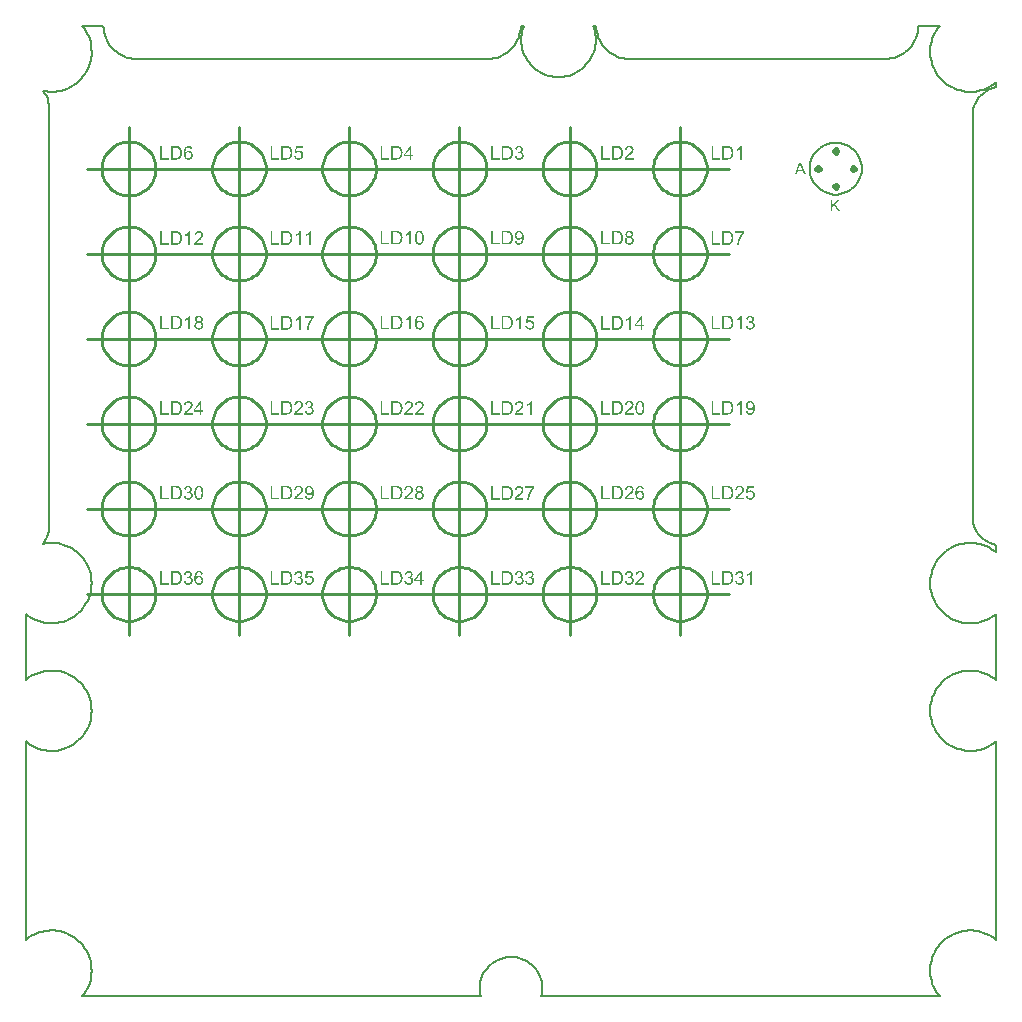
<source format=gbr>
G04*
G04 #@! TF.GenerationSoftware,Altium Limited,Altium Designer,24.1.2 (44)*
G04*
G04 Layer_Color=65535*
%FSLAX44Y44*%
%MOMM*%
G71*
G04*
G04 #@! TF.SameCoordinates,7063218E-08D0-4567-B5BB-7BB6D4F1FEFB*
G04*
G04*
G04 #@! TF.FilePolarity,Positive*
G04*
G01*
G75*
%ADD10C,0.2000*%
%ADD11C,0.4000*%
%ADD12C,0.1500*%
%ADD13C,0.2540*%
G36*
X699759Y684751D02*
X704039Y678960D01*
X702324D01*
X698844Y683875D01*
X697257Y682338D01*
Y678960D01*
X695961D01*
Y688726D01*
X697257D01*
Y683887D01*
X702108Y688726D01*
X703861D01*
X699759Y684751D01*
D02*
G37*
G36*
X674586Y710117D02*
X673125D01*
X671995Y713076D01*
X667906D01*
X666839Y710117D01*
X665480D01*
X669201Y719883D01*
X670611D01*
X674586Y710117D01*
D02*
G37*
G36*
X161315Y374266D02*
X161435Y374251D01*
X161570Y374236D01*
X161719Y374221D01*
X161884Y374191D01*
X162229Y374101D01*
X162604Y373966D01*
X162799Y373877D01*
X162978Y373772D01*
X163158Y373652D01*
X163323Y373517D01*
X163338Y373502D01*
X163368Y373487D01*
X163398Y373442D01*
X163458Y373382D01*
X163533Y373292D01*
X163608Y373202D01*
X163698Y373097D01*
X163788Y372962D01*
X163878Y372828D01*
X163967Y372663D01*
X164042Y372498D01*
X164132Y372303D01*
X164282Y371898D01*
X164327Y371659D01*
X164372Y371419D01*
X162963Y371314D01*
Y371329D01*
X162948Y371344D01*
Y371389D01*
X162933Y371449D01*
X162888Y371599D01*
X162829Y371778D01*
X162754Y371973D01*
X162649Y372168D01*
X162544Y372348D01*
X162424Y372513D01*
X162394Y372543D01*
X162319Y372603D01*
X162199Y372708D01*
X162034Y372813D01*
X161824Y372918D01*
X161585Y373022D01*
X161300Y373082D01*
X161000Y373112D01*
X160880D01*
X160760Y373097D01*
X160596Y373067D01*
X160416Y373022D01*
X160206Y372947D01*
X160011Y372858D01*
X159801Y372723D01*
X159771Y372708D01*
X159696Y372633D01*
X159577Y372528D01*
X159427Y372363D01*
X159262Y372168D01*
X159082Y371928D01*
X158917Y371644D01*
X158752Y371314D01*
Y371299D01*
X158737Y371269D01*
X158722Y371224D01*
X158692Y371149D01*
X158662Y371044D01*
X158632Y370924D01*
X158602Y370789D01*
X158558Y370640D01*
X158527Y370460D01*
X158497Y370250D01*
X158468Y370040D01*
X158438Y369800D01*
X158408Y369546D01*
X158378Y369261D01*
X158363Y368961D01*
Y368661D01*
X158393Y368676D01*
X158453Y368781D01*
X158558Y368916D01*
X158707Y369081D01*
X158887Y369276D01*
X159097Y369456D01*
X159337Y369650D01*
X159607Y369800D01*
X159621D01*
X159636Y369815D01*
X159681Y369830D01*
X159741Y369860D01*
X159876Y369920D01*
X160071Y369995D01*
X160311Y370070D01*
X160566Y370130D01*
X160850Y370175D01*
X161150Y370190D01*
X161285D01*
X161390Y370175D01*
X161510Y370160D01*
X161660Y370130D01*
X161809Y370100D01*
X161989Y370055D01*
X162169Y370010D01*
X162364Y369935D01*
X162559Y369845D01*
X162768Y369755D01*
X162978Y369621D01*
X163173Y369486D01*
X163368Y369321D01*
X163563Y369141D01*
X163578Y369126D01*
X163608Y369096D01*
X163653Y369036D01*
X163728Y368946D01*
X163803Y368841D01*
X163878Y368721D01*
X163967Y368572D01*
X164072Y368407D01*
X164162Y368227D01*
X164252Y368017D01*
X164327Y367807D01*
X164417Y367567D01*
X164477Y367298D01*
X164522Y367028D01*
X164552Y366743D01*
X164567Y366443D01*
Y366428D01*
Y366399D01*
Y366339D01*
Y366264D01*
X164552Y366159D01*
X164537Y366054D01*
X164507Y365784D01*
X164447Y365484D01*
X164372Y365140D01*
X164252Y364795D01*
X164087Y364435D01*
Y364420D01*
X164072Y364390D01*
X164042Y364346D01*
X163997Y364286D01*
X163892Y364121D01*
X163758Y363911D01*
X163563Y363686D01*
X163353Y363446D01*
X163098Y363222D01*
X162799Y363012D01*
X162784D01*
X162768Y362997D01*
X162724Y362967D01*
X162664Y362937D01*
X162574Y362892D01*
X162484Y362862D01*
X162259Y362772D01*
X161989Y362667D01*
X161675Y362592D01*
X161330Y362532D01*
X160955Y362517D01*
X160880D01*
X160790Y362532D01*
X160655D01*
X160506Y362562D01*
X160341Y362592D01*
X160146Y362622D01*
X159936Y362682D01*
X159711Y362742D01*
X159472Y362832D01*
X159232Y362937D01*
X158992Y363057D01*
X158752Y363206D01*
X158512Y363386D01*
X158288Y363581D01*
X158063Y363806D01*
X158048Y363821D01*
X158018Y363866D01*
X157958Y363941D01*
X157883Y364061D01*
X157808Y364196D01*
X157718Y364375D01*
X157613Y364585D01*
X157508Y364825D01*
X157403Y365110D01*
X157299Y365424D01*
X157209Y365784D01*
X157134Y366159D01*
X157059Y366593D01*
X156999Y367058D01*
X156969Y367552D01*
X156954Y368092D01*
Y368107D01*
Y368137D01*
Y368182D01*
Y368242D01*
Y368317D01*
X156969Y368407D01*
Y368632D01*
X156999Y368916D01*
X157014Y369231D01*
X157059Y369576D01*
X157104Y369950D01*
X157179Y370340D01*
X157254Y370745D01*
X157359Y371149D01*
X157479Y371554D01*
X157613Y371943D01*
X157778Y372303D01*
X157973Y372648D01*
X158183Y372947D01*
X158198Y372962D01*
X158228Y373007D01*
X158288Y373067D01*
X158378Y373157D01*
X158483Y373262D01*
X158617Y373367D01*
X158782Y373487D01*
X158947Y373622D01*
X159142Y373742D01*
X159367Y373862D01*
X159607Y373966D01*
X159861Y374071D01*
X160146Y374161D01*
X160446Y374221D01*
X160760Y374266D01*
X161090Y374281D01*
X161225D01*
X161315Y374266D01*
D02*
G37*
G36*
X151919D02*
X152024D01*
X152248Y374236D01*
X152518Y374176D01*
X152803Y374116D01*
X153103Y374011D01*
X153402Y373877D01*
X153417D01*
X153432Y373862D01*
X153477Y373832D01*
X153537Y373802D01*
X153672Y373712D01*
X153852Y373592D01*
X154047Y373427D01*
X154256Y373232D01*
X154451Y373022D01*
X154616Y372768D01*
Y372753D01*
X154631Y372738D01*
X154691Y372648D01*
X154751Y372498D01*
X154841Y372318D01*
X154916Y372093D01*
X154991Y371838D01*
X155036Y371569D01*
X155051Y371284D01*
Y371269D01*
Y371254D01*
Y371164D01*
X155036Y371014D01*
X155006Y370834D01*
X154946Y370625D01*
X154886Y370400D01*
X154781Y370160D01*
X154646Y369920D01*
X154631Y369890D01*
X154571Y369815D01*
X154481Y369711D01*
X154346Y369576D01*
X154182Y369411D01*
X153972Y369246D01*
X153732Y369096D01*
X153462Y368946D01*
X153477D01*
X153507Y368931D01*
X153567Y368916D01*
X153627Y368901D01*
X153717Y368871D01*
X153822Y368826D01*
X154047Y368736D01*
X154301Y368601D01*
X154556Y368422D01*
X154826Y368212D01*
X155051Y367957D01*
Y367942D01*
X155081Y367927D01*
X155111Y367882D01*
X155141Y367822D01*
X155186Y367747D01*
X155231Y367672D01*
X155336Y367448D01*
X155440Y367178D01*
X155530Y366863D01*
X155590Y366518D01*
X155620Y366114D01*
Y366099D01*
Y366054D01*
Y365964D01*
X155605Y365859D01*
X155590Y365724D01*
X155560Y365574D01*
X155530Y365410D01*
X155485Y365230D01*
X155425Y365035D01*
X155351Y364825D01*
X155260Y364615D01*
X155156Y364390D01*
X155021Y364181D01*
X154871Y363956D01*
X154706Y363746D01*
X154511Y363551D01*
X154496Y363536D01*
X154466Y363506D01*
X154406Y363461D01*
X154316Y363386D01*
X154212Y363311D01*
X154077Y363222D01*
X153927Y363132D01*
X153762Y363042D01*
X153567Y362937D01*
X153357Y362847D01*
X153132Y362757D01*
X152878Y362682D01*
X152623Y362607D01*
X152338Y362562D01*
X152053Y362532D01*
X151739Y362517D01*
X151589D01*
X151484Y362532D01*
X151364Y362547D01*
X151214Y362562D01*
X151034Y362592D01*
X150855Y362637D01*
X150465Y362742D01*
X150255Y362817D01*
X150045Y362892D01*
X149821Y362997D01*
X149611Y363117D01*
X149416Y363251D01*
X149221Y363416D01*
X149206Y363431D01*
X149176Y363461D01*
X149131Y363506D01*
X149056Y363581D01*
X148981Y363671D01*
X148891Y363776D01*
X148802Y363911D01*
X148697Y364046D01*
X148607Y364211D01*
X148502Y364390D01*
X148412Y364585D01*
X148322Y364795D01*
X148232Y365020D01*
X148172Y365245D01*
X148112Y365499D01*
X148082Y365769D01*
X149491Y365964D01*
Y365949D01*
X149506Y365904D01*
X149521Y365844D01*
X149536Y365769D01*
X149566Y365664D01*
X149596Y365559D01*
X149686Y365290D01*
X149791Y365005D01*
X149941Y364720D01*
X150105Y364435D01*
X150195Y364315D01*
X150300Y364211D01*
X150330Y364196D01*
X150405Y364136D01*
X150525Y364046D01*
X150705Y363956D01*
X150915Y363851D01*
X151154Y363776D01*
X151439Y363716D01*
X151739Y363686D01*
X151844D01*
X151904Y363701D01*
X151994D01*
X152099Y363716D01*
X152323Y363776D01*
X152593Y363851D01*
X152878Y363971D01*
X153162Y364151D01*
X153297Y364256D01*
X153432Y364375D01*
X153447Y364390D01*
X153462Y364405D01*
X153492Y364450D01*
X153537Y364495D01*
X153657Y364645D01*
X153777Y364855D01*
X153897Y365095D01*
X154017Y365395D01*
X154092Y365724D01*
X154122Y365904D01*
Y366084D01*
Y366099D01*
Y366129D01*
Y366174D01*
X154107Y366249D01*
Y366324D01*
X154092Y366428D01*
X154047Y366653D01*
X153972Y366908D01*
X153852Y367178D01*
X153687Y367433D01*
X153597Y367567D01*
X153477Y367687D01*
X153447Y367717D01*
X153357Y367792D01*
X153223Y367882D01*
X153043Y368002D01*
X152803Y368122D01*
X152533Y368212D01*
X152218Y368287D01*
X151859Y368317D01*
X151694D01*
X151589Y368302D01*
X151439Y368287D01*
X151259Y368257D01*
X151065Y368212D01*
X150855Y368167D01*
X151019Y369411D01*
X151049D01*
X151094Y369396D01*
X151169Y369381D01*
X151334D01*
X151394Y369396D01*
X151574Y369411D01*
X151784Y369441D01*
X152039Y369501D01*
X152308Y369576D01*
X152593Y369696D01*
X152863Y369845D01*
X152878D01*
X152893Y369875D01*
X152983Y369935D01*
X153103Y370055D01*
X153237Y370205D01*
X153372Y370415D01*
X153477Y370670D01*
X153567Y370969D01*
X153582Y371134D01*
X153597Y371314D01*
Y371329D01*
Y371344D01*
X153582Y371449D01*
X153567Y371584D01*
X153537Y371763D01*
X153462Y371958D01*
X153372Y372168D01*
X153237Y372393D01*
X153058Y372588D01*
X153028Y372618D01*
X152968Y372678D01*
X152848Y372753D01*
X152698Y372858D01*
X152503Y372947D01*
X152263Y373037D01*
X152009Y373097D01*
X151709Y373112D01*
X151634D01*
X151574Y373097D01*
X151409Y373082D01*
X151214Y373052D01*
X151004Y372977D01*
X150765Y372887D01*
X150540Y372768D01*
X150315Y372588D01*
X150285Y372558D01*
X150225Y372498D01*
X150135Y372378D01*
X150030Y372198D01*
X149910Y371988D01*
X149791Y371719D01*
X149701Y371404D01*
X149626Y371044D01*
X148217Y371299D01*
Y371314D01*
X148232Y371359D01*
X148247Y371434D01*
X148277Y371539D01*
X148307Y371644D01*
X148352Y371794D01*
X148397Y371943D01*
X148457Y372108D01*
X148622Y372453D01*
X148817Y372813D01*
X149071Y373172D01*
X149221Y373337D01*
X149386Y373487D01*
X149401Y373502D01*
X149431Y373517D01*
X149476Y373562D01*
X149551Y373607D01*
X149641Y373667D01*
X149746Y373742D01*
X149881Y373817D01*
X150015Y373892D01*
X150180Y373951D01*
X150345Y374026D01*
X150735Y374161D01*
X151184Y374251D01*
X151424Y374266D01*
X151679Y374281D01*
X151844D01*
X151919Y374266D01*
D02*
G37*
G36*
X141458Y374221D02*
X141743D01*
X142073Y374191D01*
X142417Y374161D01*
X142747Y374116D01*
X143032Y374056D01*
X143047D01*
X143077Y374041D01*
X143137Y374026D01*
X143197Y374011D01*
X143287Y373982D01*
X143392Y373951D01*
X143616Y373877D01*
X143886Y373757D01*
X144171Y373622D01*
X144456Y373442D01*
X144725Y373232D01*
X144740Y373217D01*
X144770Y373202D01*
X144815Y373157D01*
X144875Y373097D01*
X144950Y373022D01*
X145040Y372933D01*
X145130Y372828D01*
X145235Y372708D01*
X145460Y372423D01*
X145684Y372078D01*
X145909Y371704D01*
X146089Y371269D01*
Y371254D01*
X146104Y371209D01*
X146134Y371149D01*
X146164Y371059D01*
X146194Y370939D01*
X146239Y370804D01*
X146284Y370655D01*
X146329Y370475D01*
X146359Y370280D01*
X146404Y370070D01*
X146449Y369845D01*
X146479Y369606D01*
X146539Y369081D01*
X146554Y368527D01*
Y368512D01*
Y368467D01*
Y368407D01*
Y368302D01*
X146539Y368197D01*
Y368062D01*
X146524Y367912D01*
X146509Y367747D01*
X146479Y367388D01*
X146419Y366998D01*
X146344Y366593D01*
X146239Y366204D01*
Y366189D01*
X146224Y366159D01*
X146209Y366099D01*
X146179Y366039D01*
X146149Y365949D01*
X146119Y365844D01*
X146029Y365619D01*
X145924Y365350D01*
X145789Y365065D01*
X145625Y364780D01*
X145460Y364525D01*
X145445Y364495D01*
X145370Y364420D01*
X145280Y364300D01*
X145145Y364151D01*
X144995Y363986D01*
X144815Y363806D01*
X144606Y363641D01*
X144396Y363476D01*
X144366Y363461D01*
X144291Y363416D01*
X144171Y363341D01*
X144006Y363266D01*
X143811Y363177D01*
X143572Y363072D01*
X143302Y362982D01*
X143017Y362907D01*
X143002D01*
X142987Y362892D01*
X142942D01*
X142882Y362877D01*
X142807Y362862D01*
X142717Y362847D01*
X142493Y362817D01*
X142223Y362772D01*
X141908Y362742D01*
X141548Y362727D01*
X141174Y362712D01*
X137023D01*
Y374236D01*
X141324D01*
X141458Y374221D01*
D02*
G37*
G36*
X129545Y364076D02*
X135209D01*
Y362712D01*
X128016D01*
Y374236D01*
X129545D01*
Y364076D01*
D02*
G37*
G36*
X245391Y374266D02*
X245496D01*
X245720Y374236D01*
X245990Y374176D01*
X246275Y374116D01*
X246575Y374011D01*
X246874Y373877D01*
X246889D01*
X246904Y373862D01*
X246949Y373832D01*
X247009Y373802D01*
X247144Y373712D01*
X247324Y373592D01*
X247519Y373427D01*
X247729Y373232D01*
X247923Y373022D01*
X248088Y372768D01*
Y372753D01*
X248103Y372738D01*
X248163Y372648D01*
X248223Y372498D01*
X248313Y372318D01*
X248388Y372093D01*
X248463Y371838D01*
X248508Y371569D01*
X248523Y371284D01*
Y371269D01*
Y371254D01*
Y371164D01*
X248508Y371014D01*
X248478Y370834D01*
X248418Y370625D01*
X248358Y370400D01*
X248253Y370160D01*
X248118Y369920D01*
X248103Y369890D01*
X248043Y369815D01*
X247953Y369711D01*
X247818Y369576D01*
X247654Y369411D01*
X247444Y369246D01*
X247204Y369096D01*
X246934Y368946D01*
X246949D01*
X246979Y368931D01*
X247039Y368916D01*
X247099Y368901D01*
X247189Y368871D01*
X247294Y368826D01*
X247519Y368736D01*
X247773Y368601D01*
X248028Y368422D01*
X248298Y368212D01*
X248523Y367957D01*
Y367942D01*
X248553Y367927D01*
X248583Y367882D01*
X248613Y367822D01*
X248658Y367747D01*
X248703Y367672D01*
X248808Y367448D01*
X248912Y367178D01*
X249002Y366863D01*
X249062Y366518D01*
X249092Y366114D01*
Y366099D01*
Y366054D01*
Y365964D01*
X249077Y365859D01*
X249062Y365724D01*
X249032Y365574D01*
X249002Y365410D01*
X248957Y365230D01*
X248897Y365035D01*
X248822Y364825D01*
X248732Y364615D01*
X248628Y364390D01*
X248493Y364181D01*
X248343Y363956D01*
X248178Y363746D01*
X247983Y363551D01*
X247968Y363536D01*
X247938Y363506D01*
X247878Y363461D01*
X247788Y363386D01*
X247684Y363311D01*
X247549Y363222D01*
X247399Y363132D01*
X247234Y363042D01*
X247039Y362937D01*
X246829Y362847D01*
X246604Y362757D01*
X246350Y362682D01*
X246095Y362607D01*
X245810Y362562D01*
X245525Y362532D01*
X245211Y362517D01*
X245061D01*
X244956Y362532D01*
X244836Y362547D01*
X244686Y362562D01*
X244506Y362592D01*
X244327Y362637D01*
X243937Y362742D01*
X243727Y362817D01*
X243517Y362892D01*
X243293Y362997D01*
X243083Y363117D01*
X242888Y363251D01*
X242693Y363416D01*
X242678Y363431D01*
X242648Y363461D01*
X242603Y363506D01*
X242528Y363581D01*
X242453Y363671D01*
X242363Y363776D01*
X242274Y363911D01*
X242169Y364046D01*
X242079Y364211D01*
X241974Y364390D01*
X241884Y364585D01*
X241794Y364795D01*
X241704Y365020D01*
X241644Y365245D01*
X241584Y365499D01*
X241554Y365769D01*
X242963Y365964D01*
Y365949D01*
X242978Y365904D01*
X242993Y365844D01*
X243008Y365769D01*
X243038Y365664D01*
X243068Y365559D01*
X243158Y365290D01*
X243263Y365005D01*
X243412Y364720D01*
X243577Y364435D01*
X243667Y364315D01*
X243772Y364211D01*
X243802Y364196D01*
X243877Y364136D01*
X243997Y364046D01*
X244177Y363956D01*
X244387Y363851D01*
X244626Y363776D01*
X244911Y363716D01*
X245211Y363686D01*
X245316D01*
X245376Y363701D01*
X245466D01*
X245571Y363716D01*
X245795Y363776D01*
X246065Y363851D01*
X246350Y363971D01*
X246635Y364151D01*
X246769Y364256D01*
X246904Y364375D01*
X246919Y364390D01*
X246934Y364405D01*
X246964Y364450D01*
X247009Y364495D01*
X247129Y364645D01*
X247249Y364855D01*
X247369Y365095D01*
X247489Y365395D01*
X247564Y365724D01*
X247594Y365904D01*
Y366084D01*
Y366099D01*
Y366129D01*
Y366174D01*
X247579Y366249D01*
Y366324D01*
X247564Y366428D01*
X247519Y366653D01*
X247444Y366908D01*
X247324Y367178D01*
X247159Y367433D01*
X247069Y367567D01*
X246949Y367687D01*
X246919Y367717D01*
X246829Y367792D01*
X246695Y367882D01*
X246515Y368002D01*
X246275Y368122D01*
X246005Y368212D01*
X245690Y368287D01*
X245331Y368317D01*
X245166D01*
X245061Y368302D01*
X244911Y368287D01*
X244731Y368257D01*
X244536Y368212D01*
X244327Y368167D01*
X244492Y369411D01*
X244522D01*
X244566Y369396D01*
X244641Y369381D01*
X244806D01*
X244866Y369396D01*
X245046Y369411D01*
X245256Y369441D01*
X245511Y369501D01*
X245780Y369576D01*
X246065Y369696D01*
X246335Y369845D01*
X246350D01*
X246365Y369875D01*
X246455Y369935D01*
X246575Y370055D01*
X246709Y370205D01*
X246844Y370415D01*
X246949Y370670D01*
X247039Y370969D01*
X247054Y371134D01*
X247069Y371314D01*
Y371329D01*
Y371344D01*
X247054Y371449D01*
X247039Y371584D01*
X247009Y371763D01*
X246934Y371958D01*
X246844Y372168D01*
X246709Y372393D01*
X246530Y372588D01*
X246500Y372618D01*
X246440Y372678D01*
X246320Y372753D01*
X246170Y372858D01*
X245975Y372947D01*
X245735Y373037D01*
X245481Y373097D01*
X245181Y373112D01*
X245106D01*
X245046Y373097D01*
X244881Y373082D01*
X244686Y373052D01*
X244477Y372977D01*
X244237Y372887D01*
X244012Y372768D01*
X243787Y372588D01*
X243757Y372558D01*
X243697Y372498D01*
X243607Y372378D01*
X243502Y372198D01*
X243382Y371988D01*
X243263Y371719D01*
X243173Y371404D01*
X243098Y371044D01*
X241689Y371299D01*
Y371314D01*
X241704Y371359D01*
X241719Y371434D01*
X241749Y371539D01*
X241779Y371644D01*
X241824Y371794D01*
X241869Y371943D01*
X241929Y372108D01*
X242094Y372453D01*
X242289Y372813D01*
X242543Y373172D01*
X242693Y373337D01*
X242858Y373487D01*
X242873Y373502D01*
X242903Y373517D01*
X242948Y373562D01*
X243023Y373607D01*
X243113Y373667D01*
X243218Y373742D01*
X243353Y373817D01*
X243487Y373892D01*
X243652Y373951D01*
X243817Y374026D01*
X244207Y374161D01*
X244656Y374251D01*
X244896Y374266D01*
X245151Y374281D01*
X245316D01*
X245391Y374266D01*
D02*
G37*
G36*
X257589Y372738D02*
X252989D01*
X252374Y369621D01*
X252389Y369636D01*
X252419Y369650D01*
X252479Y369696D01*
X252554Y369740D01*
X252644Y369785D01*
X252764Y369860D01*
X252884Y369920D01*
X253034Y369995D01*
X253363Y370130D01*
X253723Y370235D01*
X254128Y370325D01*
X254337Y370340D01*
X254547Y370355D01*
X254697D01*
X254802Y370340D01*
X254922Y370325D01*
X255072Y370295D01*
X255236Y370265D01*
X255431Y370220D01*
X255626Y370175D01*
X255821Y370100D01*
X256031Y370010D01*
X256255Y369920D01*
X256465Y369785D01*
X256675Y369650D01*
X256885Y369486D01*
X257080Y369306D01*
X257095Y369291D01*
X257125Y369261D01*
X257170Y369201D01*
X257245Y369111D01*
X257320Y369006D01*
X257409Y368886D01*
X257514Y368736D01*
X257604Y368572D01*
X257709Y368392D01*
X257799Y368182D01*
X257889Y367972D01*
X257964Y367732D01*
X258039Y367463D01*
X258084Y367193D01*
X258114Y366908D01*
X258129Y366608D01*
Y366593D01*
Y366533D01*
Y366459D01*
X258114Y366354D01*
X258099Y366219D01*
X258084Y366054D01*
X258054Y365874D01*
X258009Y365694D01*
X257904Y365260D01*
X257829Y365035D01*
X257739Y364810D01*
X257634Y364585D01*
X257514Y364361D01*
X257379Y364136D01*
X257215Y363911D01*
X257200Y363896D01*
X257170Y363851D01*
X257095Y363776D01*
X257005Y363701D01*
X256900Y363581D01*
X256765Y363476D01*
X256600Y363341D01*
X256420Y363222D01*
X256211Y363087D01*
X255986Y362952D01*
X255746Y362847D01*
X255476Y362742D01*
X255177Y362652D01*
X254862Y362577D01*
X254532Y362532D01*
X254188Y362517D01*
X254038D01*
X253933Y362532D01*
X253798Y362547D01*
X253633Y362562D01*
X253468Y362592D01*
X253273Y362622D01*
X252869Y362727D01*
X252659Y362802D01*
X252449Y362892D01*
X252224Y362982D01*
X252015Y363102D01*
X251820Y363237D01*
X251625Y363386D01*
X251610Y363401D01*
X251580Y363431D01*
X251535Y363476D01*
X251475Y363551D01*
X251385Y363641D01*
X251310Y363746D01*
X251205Y363866D01*
X251115Y364016D01*
X251010Y364166D01*
X250921Y364346D01*
X250816Y364540D01*
X250741Y364750D01*
X250651Y364975D01*
X250591Y365200D01*
X250531Y365454D01*
X250501Y365724D01*
X251985Y365829D01*
Y365814D01*
X251999Y365784D01*
Y365724D01*
X252015Y365649D01*
X252045Y365559D01*
X252074Y365454D01*
X252134Y365230D01*
X252239Y364960D01*
X252374Y364690D01*
X252539Y364435D01*
X252734Y364211D01*
X252764Y364196D01*
X252839Y364136D01*
X252974Y364046D01*
X253138Y363956D01*
X253348Y363851D01*
X253603Y363776D01*
X253873Y363716D01*
X254188Y363686D01*
X254292D01*
X254367Y363701D01*
X254442Y363716D01*
X254547Y363731D01*
X254787Y363776D01*
X255072Y363866D01*
X255356Y364016D01*
X255506Y364091D01*
X255656Y364196D01*
X255791Y364315D01*
X255926Y364450D01*
X255941Y364465D01*
X255956Y364480D01*
X255986Y364525D01*
X256031Y364585D01*
X256091Y364660D01*
X256151Y364765D01*
X256211Y364870D01*
X256285Y364990D01*
X256405Y365290D01*
X256525Y365634D01*
X256600Y366039D01*
X256630Y366249D01*
Y366488D01*
Y366503D01*
Y366548D01*
Y366608D01*
X256615Y366683D01*
Y366788D01*
X256600Y366908D01*
X256540Y367178D01*
X256465Y367492D01*
X256345Y367807D01*
X256181Y368122D01*
X256076Y368272D01*
X255956Y368407D01*
Y368422D01*
X255926Y368437D01*
X255881Y368467D01*
X255836Y368512D01*
X255686Y368632D01*
X255476Y368766D01*
X255222Y368886D01*
X254922Y369006D01*
X254562Y369081D01*
X254382Y369111D01*
X254053D01*
X253933Y369096D01*
X253753Y369066D01*
X253573Y369036D01*
X253363Y368976D01*
X253138Y368886D01*
X252929Y368781D01*
X252899Y368766D01*
X252839Y368721D01*
X252749Y368661D01*
X252629Y368557D01*
X252494Y368452D01*
X252344Y368302D01*
X252209Y368152D01*
X252089Y367972D01*
X250756Y368167D01*
X251865Y374086D01*
X257589D01*
Y372738D01*
D02*
G37*
G36*
X234930Y374221D02*
X235215D01*
X235545Y374191D01*
X235889Y374161D01*
X236219Y374116D01*
X236504Y374056D01*
X236519D01*
X236549Y374041D01*
X236609Y374026D01*
X236669Y374011D01*
X236759Y373982D01*
X236864Y373951D01*
X237088Y373877D01*
X237358Y373757D01*
X237643Y373622D01*
X237928Y373442D01*
X238197Y373232D01*
X238212Y373217D01*
X238242Y373202D01*
X238287Y373157D01*
X238347Y373097D01*
X238422Y373022D01*
X238512Y372933D01*
X238602Y372828D01*
X238707Y372708D01*
X238932Y372423D01*
X239156Y372078D01*
X239381Y371704D01*
X239561Y371269D01*
Y371254D01*
X239576Y371209D01*
X239606Y371149D01*
X239636Y371059D01*
X239666Y370939D01*
X239711Y370804D01*
X239756Y370655D01*
X239801Y370475D01*
X239831Y370280D01*
X239876Y370070D01*
X239921Y369845D01*
X239951Y369606D01*
X240011Y369081D01*
X240026Y368527D01*
Y368512D01*
Y368467D01*
Y368407D01*
Y368302D01*
X240011Y368197D01*
Y368062D01*
X239996Y367912D01*
X239981Y367747D01*
X239951Y367388D01*
X239891Y366998D01*
X239816Y366593D01*
X239711Y366204D01*
Y366189D01*
X239696Y366159D01*
X239681Y366099D01*
X239651Y366039D01*
X239621Y365949D01*
X239591Y365844D01*
X239501Y365619D01*
X239396Y365350D01*
X239261Y365065D01*
X239097Y364780D01*
X238932Y364525D01*
X238917Y364495D01*
X238842Y364420D01*
X238752Y364300D01*
X238617Y364151D01*
X238467Y363986D01*
X238287Y363806D01*
X238078Y363641D01*
X237868Y363476D01*
X237838Y363461D01*
X237763Y363416D01*
X237643Y363341D01*
X237478Y363266D01*
X237283Y363177D01*
X237043Y363072D01*
X236774Y362982D01*
X236489Y362907D01*
X236474D01*
X236459Y362892D01*
X236414D01*
X236354Y362877D01*
X236279Y362862D01*
X236189Y362847D01*
X235965Y362817D01*
X235695Y362772D01*
X235380Y362742D01*
X235020Y362727D01*
X234646Y362712D01*
X230495D01*
Y374236D01*
X234796D01*
X234930Y374221D01*
D02*
G37*
G36*
X223017Y364076D02*
X228681D01*
Y362712D01*
X221488D01*
Y374236D01*
X223017D01*
Y364076D01*
D02*
G37*
G36*
X338609Y374266D02*
X338714D01*
X338938Y374236D01*
X339208Y374176D01*
X339493Y374116D01*
X339793Y374011D01*
X340092Y373877D01*
X340107D01*
X340122Y373862D01*
X340167Y373832D01*
X340227Y373802D01*
X340362Y373712D01*
X340542Y373592D01*
X340737Y373427D01*
X340947Y373232D01*
X341141Y373022D01*
X341306Y372768D01*
Y372753D01*
X341321Y372738D01*
X341381Y372648D01*
X341441Y372498D01*
X341531Y372318D01*
X341606Y372093D01*
X341681Y371838D01*
X341726Y371569D01*
X341741Y371284D01*
Y371269D01*
Y371254D01*
Y371164D01*
X341726Y371014D01*
X341696Y370834D01*
X341636Y370625D01*
X341576Y370400D01*
X341471Y370160D01*
X341336Y369920D01*
X341321Y369890D01*
X341261Y369815D01*
X341171Y369711D01*
X341036Y369576D01*
X340872Y369411D01*
X340662Y369246D01*
X340422Y369096D01*
X340152Y368946D01*
X340167D01*
X340197Y368931D01*
X340257Y368916D01*
X340317Y368901D01*
X340407Y368871D01*
X340512Y368826D01*
X340737Y368736D01*
X340991Y368601D01*
X341246Y368422D01*
X341516Y368212D01*
X341741Y367957D01*
Y367942D01*
X341771Y367927D01*
X341801Y367882D01*
X341831Y367822D01*
X341876Y367747D01*
X341921Y367672D01*
X342025Y367448D01*
X342130Y367178D01*
X342220Y366863D01*
X342280Y366518D01*
X342310Y366114D01*
Y366099D01*
Y366054D01*
Y365964D01*
X342295Y365859D01*
X342280Y365724D01*
X342250Y365574D01*
X342220Y365410D01*
X342175Y365230D01*
X342115Y365035D01*
X342040Y364825D01*
X341950Y364615D01*
X341846Y364390D01*
X341711Y364181D01*
X341561Y363956D01*
X341396Y363746D01*
X341201Y363551D01*
X341186Y363536D01*
X341156Y363506D01*
X341096Y363461D01*
X341006Y363386D01*
X340901Y363311D01*
X340767Y363222D01*
X340617Y363132D01*
X340452Y363042D01*
X340257Y362937D01*
X340047Y362847D01*
X339823Y362757D01*
X339568Y362682D01*
X339313Y362607D01*
X339028Y362562D01*
X338744Y362532D01*
X338429Y362517D01*
X338279D01*
X338174Y362532D01*
X338054Y362547D01*
X337904Y362562D01*
X337724Y362592D01*
X337545Y362637D01*
X337155Y362742D01*
X336945Y362817D01*
X336735Y362892D01*
X336511Y362997D01*
X336301Y363117D01*
X336106Y363251D01*
X335911Y363416D01*
X335896Y363431D01*
X335866Y363461D01*
X335821Y363506D01*
X335746Y363581D01*
X335671Y363671D01*
X335582Y363776D01*
X335492Y363911D01*
X335387Y364046D01*
X335297Y364211D01*
X335192Y364390D01*
X335102Y364585D01*
X335012Y364795D01*
X334922Y365020D01*
X334862Y365245D01*
X334802Y365499D01*
X334772Y365769D01*
X336181Y365964D01*
Y365949D01*
X336196Y365904D01*
X336211Y365844D01*
X336226Y365769D01*
X336256Y365664D01*
X336286Y365559D01*
X336376Y365290D01*
X336481Y365005D01*
X336631Y364720D01*
X336795Y364435D01*
X336885Y364315D01*
X336990Y364211D01*
X337020Y364196D01*
X337095Y364136D01*
X337215Y364046D01*
X337395Y363956D01*
X337605Y363851D01*
X337844Y363776D01*
X338129Y363716D01*
X338429Y363686D01*
X338534D01*
X338594Y363701D01*
X338684D01*
X338788Y363716D01*
X339013Y363776D01*
X339283Y363851D01*
X339568Y363971D01*
X339852Y364151D01*
X339987Y364256D01*
X340122Y364375D01*
X340137Y364390D01*
X340152Y364405D01*
X340182Y364450D01*
X340227Y364495D01*
X340347Y364645D01*
X340467Y364855D01*
X340587Y365095D01*
X340707Y365395D01*
X340782Y365724D01*
X340812Y365904D01*
Y366084D01*
Y366099D01*
Y366129D01*
Y366174D01*
X340797Y366249D01*
Y366324D01*
X340782Y366428D01*
X340737Y366653D01*
X340662Y366908D01*
X340542Y367178D01*
X340377Y367433D01*
X340287Y367567D01*
X340167Y367687D01*
X340137Y367717D01*
X340047Y367792D01*
X339912Y367882D01*
X339733Y368002D01*
X339493Y368122D01*
X339223Y368212D01*
X338908Y368287D01*
X338549Y368317D01*
X338384D01*
X338279Y368302D01*
X338129Y368287D01*
X337949Y368257D01*
X337755Y368212D01*
X337545Y368167D01*
X337710Y369411D01*
X337739D01*
X337784Y369396D01*
X337859Y369381D01*
X338024D01*
X338084Y369396D01*
X338264Y369411D01*
X338474Y369441D01*
X338729Y369501D01*
X338998Y369576D01*
X339283Y369696D01*
X339553Y369845D01*
X339568D01*
X339583Y369875D01*
X339673Y369935D01*
X339793Y370055D01*
X339927Y370205D01*
X340062Y370415D01*
X340167Y370670D01*
X340257Y370969D01*
X340272Y371134D01*
X340287Y371314D01*
Y371329D01*
Y371344D01*
X340272Y371449D01*
X340257Y371584D01*
X340227Y371763D01*
X340152Y371958D01*
X340062Y372168D01*
X339927Y372393D01*
X339748Y372588D01*
X339718Y372618D01*
X339658Y372678D01*
X339538Y372753D01*
X339388Y372858D01*
X339193Y372947D01*
X338953Y373037D01*
X338699Y373097D01*
X338399Y373112D01*
X338324D01*
X338264Y373097D01*
X338099Y373082D01*
X337904Y373052D01*
X337695Y372977D01*
X337455Y372887D01*
X337230Y372768D01*
X337005Y372588D01*
X336975Y372558D01*
X336915Y372498D01*
X336825Y372378D01*
X336720Y372198D01*
X336600Y371988D01*
X336481Y371719D01*
X336391Y371404D01*
X336316Y371044D01*
X334907Y371299D01*
Y371314D01*
X334922Y371359D01*
X334937Y371434D01*
X334967Y371539D01*
X334997Y371644D01*
X335042Y371794D01*
X335087Y371943D01*
X335147Y372108D01*
X335312Y372453D01*
X335507Y372813D01*
X335761Y373172D01*
X335911Y373337D01*
X336076Y373487D01*
X336091Y373502D01*
X336121Y373517D01*
X336166Y373562D01*
X336241Y373607D01*
X336331Y373667D01*
X336436Y373742D01*
X336571Y373817D01*
X336705Y373892D01*
X336870Y373951D01*
X337035Y374026D01*
X337425Y374161D01*
X337874Y374251D01*
X338114Y374266D01*
X338369Y374281D01*
X338534D01*
X338609Y374266D01*
D02*
G37*
G36*
X349653Y366773D02*
X351212D01*
Y365469D01*
X349653D01*
Y362712D01*
X348245D01*
Y365469D01*
X343239D01*
Y366773D01*
X348499Y374236D01*
X349653D01*
Y366773D01*
D02*
G37*
G36*
X328148Y374221D02*
X328433D01*
X328763Y374191D01*
X329108Y374161D01*
X329437Y374116D01*
X329722Y374056D01*
X329737D01*
X329767Y374041D01*
X329827Y374026D01*
X329887Y374011D01*
X329977Y373982D01*
X330082Y373951D01*
X330306Y373877D01*
X330576Y373757D01*
X330861Y373622D01*
X331146Y373442D01*
X331415Y373232D01*
X331430Y373217D01*
X331460Y373202D01*
X331505Y373157D01*
X331565Y373097D01*
X331640Y373022D01*
X331730Y372933D01*
X331820Y372828D01*
X331925Y372708D01*
X332150Y372423D01*
X332374Y372078D01*
X332599Y371704D01*
X332779Y371269D01*
Y371254D01*
X332794Y371209D01*
X332824Y371149D01*
X332854Y371059D01*
X332884Y370939D01*
X332929Y370804D01*
X332974Y370655D01*
X333019Y370475D01*
X333049Y370280D01*
X333094Y370070D01*
X333139Y369845D01*
X333169Y369606D01*
X333229Y369081D01*
X333244Y368527D01*
Y368512D01*
Y368467D01*
Y368407D01*
Y368302D01*
X333229Y368197D01*
Y368062D01*
X333214Y367912D01*
X333199Y367747D01*
X333169Y367388D01*
X333109Y366998D01*
X333034Y366593D01*
X332929Y366204D01*
Y366189D01*
X332914Y366159D01*
X332899Y366099D01*
X332869Y366039D01*
X332839Y365949D01*
X332809Y365844D01*
X332719Y365619D01*
X332614Y365350D01*
X332479Y365065D01*
X332314Y364780D01*
X332150Y364525D01*
X332135Y364495D01*
X332060Y364420D01*
X331970Y364300D01*
X331835Y364151D01*
X331685Y363986D01*
X331505Y363806D01*
X331296Y363641D01*
X331086Y363476D01*
X331056Y363461D01*
X330981Y363416D01*
X330861Y363341D01*
X330696Y363266D01*
X330501Y363177D01*
X330261Y363072D01*
X329992Y362982D01*
X329707Y362907D01*
X329692D01*
X329677Y362892D01*
X329632D01*
X329572Y362877D01*
X329497Y362862D01*
X329407Y362847D01*
X329183Y362817D01*
X328913Y362772D01*
X328598Y362742D01*
X328238Y362727D01*
X327864Y362712D01*
X323713D01*
Y374236D01*
X328014D01*
X328148Y374221D01*
D02*
G37*
G36*
X316235Y364076D02*
X321899D01*
Y362712D01*
X314706D01*
Y374236D01*
X316235D01*
Y364076D01*
D02*
G37*
G36*
X441027Y374266D02*
X441132D01*
X441357Y374236D01*
X441627Y374176D01*
X441912Y374116D01*
X442211Y374011D01*
X442511Y373877D01*
X442526D01*
X442541Y373862D01*
X442586Y373832D01*
X442646Y373802D01*
X442781Y373712D01*
X442961Y373592D01*
X443155Y373427D01*
X443365Y373232D01*
X443560Y373022D01*
X443725Y372768D01*
Y372753D01*
X443740Y372738D01*
X443800Y372648D01*
X443860Y372498D01*
X443950Y372318D01*
X444025Y372093D01*
X444099Y371838D01*
X444144Y371569D01*
X444159Y371284D01*
Y371269D01*
Y371254D01*
Y371164D01*
X444144Y371014D01*
X444114Y370834D01*
X444054Y370625D01*
X443994Y370400D01*
X443890Y370160D01*
X443755Y369920D01*
X443740Y369890D01*
X443680Y369815D01*
X443590Y369711D01*
X443455Y369576D01*
X443290Y369411D01*
X443080Y369246D01*
X442841Y369096D01*
X442571Y368946D01*
X442586D01*
X442616Y368931D01*
X442676Y368916D01*
X442736Y368901D01*
X442826Y368871D01*
X442930Y368826D01*
X443155Y368736D01*
X443410Y368601D01*
X443665Y368422D01*
X443935Y368212D01*
X444159Y367957D01*
Y367942D01*
X444189Y367927D01*
X444219Y367882D01*
X444249Y367822D01*
X444294Y367747D01*
X444339Y367672D01*
X444444Y367448D01*
X444549Y367178D01*
X444639Y366863D01*
X444699Y366518D01*
X444729Y366114D01*
Y366099D01*
Y366054D01*
Y365964D01*
X444714Y365859D01*
X444699Y365724D01*
X444669Y365574D01*
X444639Y365410D01*
X444594Y365230D01*
X444534Y365035D01*
X444459Y364825D01*
X444369Y364615D01*
X444264Y364390D01*
X444129Y364181D01*
X443980Y363956D01*
X443815Y363746D01*
X443620Y363551D01*
X443605Y363536D01*
X443575Y363506D01*
X443515Y363461D01*
X443425Y363386D01*
X443320Y363311D01*
X443185Y363222D01*
X443035Y363132D01*
X442871Y363042D01*
X442676Y362937D01*
X442466Y362847D01*
X442241Y362757D01*
X441986Y362682D01*
X441732Y362607D01*
X441447Y362562D01*
X441162Y362532D01*
X440848Y362517D01*
X440698D01*
X440593Y362532D01*
X440473Y362547D01*
X440323Y362562D01*
X440143Y362592D01*
X439963Y362637D01*
X439574Y362742D01*
X439364Y362817D01*
X439154Y362892D01*
X438929Y362997D01*
X438719Y363117D01*
X438525Y363251D01*
X438330Y363416D01*
X438315Y363431D01*
X438285Y363461D01*
X438240Y363506D01*
X438165Y363581D01*
X438090Y363671D01*
X438000Y363776D01*
X437910Y363911D01*
X437805Y364046D01*
X437715Y364211D01*
X437611Y364390D01*
X437521Y364585D01*
X437431Y364795D01*
X437341Y365020D01*
X437281Y365245D01*
X437221Y365499D01*
X437191Y365769D01*
X438600Y365964D01*
Y365949D01*
X438615Y365904D01*
X438630Y365844D01*
X438644Y365769D01*
X438675Y365664D01*
X438704Y365559D01*
X438794Y365290D01*
X438899Y365005D01*
X439049Y364720D01*
X439214Y364435D01*
X439304Y364315D01*
X439409Y364211D01*
X439439Y364196D01*
X439514Y364136D01*
X439634Y364046D01*
X439813Y363956D01*
X440023Y363851D01*
X440263Y363776D01*
X440548Y363716D01*
X440848Y363686D01*
X440952D01*
X441012Y363701D01*
X441102D01*
X441207Y363716D01*
X441432Y363776D01*
X441702Y363851D01*
X441986Y363971D01*
X442271Y364151D01*
X442406Y364256D01*
X442541Y364375D01*
X442556Y364390D01*
X442571Y364405D01*
X442601Y364450D01*
X442646Y364495D01*
X442766Y364645D01*
X442886Y364855D01*
X443005Y365095D01*
X443125Y365395D01*
X443200Y365724D01*
X443230Y365904D01*
Y366084D01*
Y366099D01*
Y366129D01*
Y366174D01*
X443215Y366249D01*
Y366324D01*
X443200Y366428D01*
X443155Y366653D01*
X443080Y366908D01*
X442961Y367178D01*
X442796Y367433D01*
X442706Y367567D01*
X442586Y367687D01*
X442556Y367717D01*
X442466Y367792D01*
X442331Y367882D01*
X442151Y368002D01*
X441912Y368122D01*
X441642Y368212D01*
X441327Y368287D01*
X440967Y368317D01*
X440802D01*
X440698Y368302D01*
X440548Y368287D01*
X440368Y368257D01*
X440173Y368212D01*
X439963Y368167D01*
X440128Y369411D01*
X440158D01*
X440203Y369396D01*
X440278Y369381D01*
X440443D01*
X440503Y369396D01*
X440683Y369411D01*
X440892Y369441D01*
X441147Y369501D01*
X441417Y369576D01*
X441702Y369696D01*
X441971Y369845D01*
X441986D01*
X442001Y369875D01*
X442091Y369935D01*
X442211Y370055D01*
X442346Y370205D01*
X442481Y370415D01*
X442586Y370670D01*
X442676Y370969D01*
X442691Y371134D01*
X442706Y371314D01*
Y371329D01*
Y371344D01*
X442691Y371449D01*
X442676Y371584D01*
X442646Y371763D01*
X442571Y371958D01*
X442481Y372168D01*
X442346Y372393D01*
X442166Y372588D01*
X442136Y372618D01*
X442076Y372678D01*
X441956Y372753D01*
X441807Y372858D01*
X441612Y372947D01*
X441372Y373037D01*
X441117Y373097D01*
X440817Y373112D01*
X440743D01*
X440683Y373097D01*
X440518Y373082D01*
X440323Y373052D01*
X440113Y372977D01*
X439873Y372887D01*
X439649Y372768D01*
X439424Y372588D01*
X439394Y372558D01*
X439334Y372498D01*
X439244Y372378D01*
X439139Y372198D01*
X439019Y371988D01*
X438899Y371719D01*
X438809Y371404D01*
X438735Y371044D01*
X437326Y371299D01*
Y371314D01*
X437341Y371359D01*
X437356Y371434D01*
X437386Y371539D01*
X437416Y371644D01*
X437461Y371794D01*
X437506Y371943D01*
X437565Y372108D01*
X437730Y372453D01*
X437925Y372813D01*
X438180Y373172D01*
X438330Y373337D01*
X438495Y373487D01*
X438510Y373502D01*
X438540Y373517D01*
X438585Y373562D01*
X438660Y373607D01*
X438749Y373667D01*
X438854Y373742D01*
X438989Y373817D01*
X439124Y373892D01*
X439289Y373951D01*
X439454Y374026D01*
X439843Y374161D01*
X440293Y374251D01*
X440533Y374266D01*
X440788Y374281D01*
X440952D01*
X441027Y374266D01*
D02*
G37*
G36*
X432081D02*
X432186D01*
X432410Y374236D01*
X432680Y374176D01*
X432965Y374116D01*
X433265Y374011D01*
X433564Y373877D01*
X433579D01*
X433594Y373862D01*
X433639Y373832D01*
X433699Y373802D01*
X433834Y373712D01*
X434014Y373592D01*
X434209Y373427D01*
X434418Y373232D01*
X434613Y373022D01*
X434778Y372768D01*
Y372753D01*
X434793Y372738D01*
X434853Y372648D01*
X434913Y372498D01*
X435003Y372318D01*
X435078Y372093D01*
X435153Y371838D01*
X435198Y371569D01*
X435213Y371284D01*
Y371269D01*
Y371254D01*
Y371164D01*
X435198Y371014D01*
X435168Y370834D01*
X435108Y370625D01*
X435048Y370400D01*
X434943Y370160D01*
X434808Y369920D01*
X434793Y369890D01*
X434733Y369815D01*
X434643Y369711D01*
X434508Y369576D01*
X434344Y369411D01*
X434134Y369246D01*
X433894Y369096D01*
X433624Y368946D01*
X433639D01*
X433669Y368931D01*
X433729Y368916D01*
X433789Y368901D01*
X433879Y368871D01*
X433984Y368826D01*
X434209Y368736D01*
X434463Y368601D01*
X434718Y368422D01*
X434988Y368212D01*
X435213Y367957D01*
Y367942D01*
X435243Y367927D01*
X435273Y367882D01*
X435303Y367822D01*
X435348Y367747D01*
X435393Y367672D01*
X435498Y367448D01*
X435602Y367178D01*
X435692Y366863D01*
X435752Y366518D01*
X435782Y366114D01*
Y366099D01*
Y366054D01*
Y365964D01*
X435767Y365859D01*
X435752Y365724D01*
X435722Y365574D01*
X435692Y365410D01*
X435647Y365230D01*
X435587Y365035D01*
X435513Y364825D01*
X435423Y364615D01*
X435318Y364390D01*
X435183Y364181D01*
X435033Y363956D01*
X434868Y363746D01*
X434673Y363551D01*
X434658Y363536D01*
X434628Y363506D01*
X434568Y363461D01*
X434478Y363386D01*
X434374Y363311D01*
X434239Y363222D01*
X434089Y363132D01*
X433924Y363042D01*
X433729Y362937D01*
X433519Y362847D01*
X433294Y362757D01*
X433040Y362682D01*
X432785Y362607D01*
X432500Y362562D01*
X432215Y362532D01*
X431901Y362517D01*
X431751D01*
X431646Y362532D01*
X431526Y362547D01*
X431376Y362562D01*
X431197Y362592D01*
X431017Y362637D01*
X430627Y362742D01*
X430417Y362817D01*
X430207Y362892D01*
X429983Y362997D01*
X429773Y363117D01*
X429578Y363251D01*
X429383Y363416D01*
X429368Y363431D01*
X429338Y363461D01*
X429293Y363506D01*
X429218Y363581D01*
X429143Y363671D01*
X429053Y363776D01*
X428964Y363911D01*
X428859Y364046D01*
X428769Y364211D01*
X428664Y364390D01*
X428574Y364585D01*
X428484Y364795D01*
X428394Y365020D01*
X428334Y365245D01*
X428274Y365499D01*
X428244Y365769D01*
X429653Y365964D01*
Y365949D01*
X429668Y365904D01*
X429683Y365844D01*
X429698Y365769D01*
X429728Y365664D01*
X429758Y365559D01*
X429848Y365290D01*
X429953Y365005D01*
X430103Y364720D01*
X430267Y364435D01*
X430357Y364315D01*
X430462Y364211D01*
X430492Y364196D01*
X430567Y364136D01*
X430687Y364046D01*
X430867Y363956D01*
X431077Y363851D01*
X431316Y363776D01*
X431601Y363716D01*
X431901Y363686D01*
X432006D01*
X432066Y363701D01*
X432156D01*
X432261Y363716D01*
X432485Y363776D01*
X432755Y363851D01*
X433040Y363971D01*
X433325Y364151D01*
X433459Y364256D01*
X433594Y364375D01*
X433609Y364390D01*
X433624Y364405D01*
X433654Y364450D01*
X433699Y364495D01*
X433819Y364645D01*
X433939Y364855D01*
X434059Y365095D01*
X434179Y365395D01*
X434254Y365724D01*
X434284Y365904D01*
Y366084D01*
Y366099D01*
Y366129D01*
Y366174D01*
X434269Y366249D01*
Y366324D01*
X434254Y366428D01*
X434209Y366653D01*
X434134Y366908D01*
X434014Y367178D01*
X433849Y367433D01*
X433759Y367567D01*
X433639Y367687D01*
X433609Y367717D01*
X433519Y367792D01*
X433385Y367882D01*
X433205Y368002D01*
X432965Y368122D01*
X432695Y368212D01*
X432380Y368287D01*
X432021Y368317D01*
X431856D01*
X431751Y368302D01*
X431601Y368287D01*
X431421Y368257D01*
X431227Y368212D01*
X431017Y368167D01*
X431181Y369411D01*
X431212D01*
X431256Y369396D01*
X431331Y369381D01*
X431496D01*
X431556Y369396D01*
X431736Y369411D01*
X431946Y369441D01*
X432201Y369501D01*
X432470Y369576D01*
X432755Y369696D01*
X433025Y369845D01*
X433040D01*
X433055Y369875D01*
X433145Y369935D01*
X433265Y370055D01*
X433399Y370205D01*
X433534Y370415D01*
X433639Y370670D01*
X433729Y370969D01*
X433744Y371134D01*
X433759Y371314D01*
Y371329D01*
Y371344D01*
X433744Y371449D01*
X433729Y371584D01*
X433699Y371763D01*
X433624Y371958D01*
X433534Y372168D01*
X433399Y372393D01*
X433220Y372588D01*
X433190Y372618D01*
X433130Y372678D01*
X433010Y372753D01*
X432860Y372858D01*
X432665Y372947D01*
X432425Y373037D01*
X432171Y373097D01*
X431871Y373112D01*
X431796D01*
X431736Y373097D01*
X431571Y373082D01*
X431376Y373052D01*
X431166Y372977D01*
X430927Y372887D01*
X430702Y372768D01*
X430477Y372588D01*
X430447Y372558D01*
X430387Y372498D01*
X430297Y372378D01*
X430192Y372198D01*
X430073Y371988D01*
X429953Y371719D01*
X429863Y371404D01*
X429788Y371044D01*
X428379Y371299D01*
Y371314D01*
X428394Y371359D01*
X428409Y371434D01*
X428439Y371539D01*
X428469Y371644D01*
X428514Y371794D01*
X428559Y371943D01*
X428619Y372108D01*
X428784Y372453D01*
X428979Y372813D01*
X429233Y373172D01*
X429383Y373337D01*
X429548Y373487D01*
X429563Y373502D01*
X429593Y373517D01*
X429638Y373562D01*
X429713Y373607D01*
X429803Y373667D01*
X429908Y373742D01*
X430043Y373817D01*
X430177Y373892D01*
X430342Y373951D01*
X430507Y374026D01*
X430897Y374161D01*
X431346Y374251D01*
X431586Y374266D01*
X431841Y374281D01*
X432006D01*
X432081Y374266D01*
D02*
G37*
G36*
X421620Y374221D02*
X421905D01*
X422235Y374191D01*
X422579Y374161D01*
X422909Y374116D01*
X423194Y374056D01*
X423209D01*
X423239Y374041D01*
X423299Y374026D01*
X423359Y374011D01*
X423449Y373982D01*
X423554Y373951D01*
X423778Y373877D01*
X424048Y373757D01*
X424333Y373622D01*
X424618Y373442D01*
X424887Y373232D01*
X424902Y373217D01*
X424932Y373202D01*
X424977Y373157D01*
X425037Y373097D01*
X425112Y373022D01*
X425202Y372933D01*
X425292Y372828D01*
X425397Y372708D01*
X425622Y372423D01*
X425846Y372078D01*
X426071Y371704D01*
X426251Y371269D01*
Y371254D01*
X426266Y371209D01*
X426296Y371149D01*
X426326Y371059D01*
X426356Y370939D01*
X426401Y370804D01*
X426446Y370655D01*
X426491Y370475D01*
X426521Y370280D01*
X426566Y370070D01*
X426611Y369845D01*
X426641Y369606D01*
X426701Y369081D01*
X426716Y368527D01*
Y368512D01*
Y368467D01*
Y368407D01*
Y368302D01*
X426701Y368197D01*
Y368062D01*
X426686Y367912D01*
X426671Y367747D01*
X426641Y367388D01*
X426581Y366998D01*
X426506Y366593D01*
X426401Y366204D01*
Y366189D01*
X426386Y366159D01*
X426371Y366099D01*
X426341Y366039D01*
X426311Y365949D01*
X426281Y365844D01*
X426191Y365619D01*
X426086Y365350D01*
X425951Y365065D01*
X425787Y364780D01*
X425622Y364525D01*
X425607Y364495D01*
X425532Y364420D01*
X425442Y364300D01*
X425307Y364151D01*
X425157Y363986D01*
X424977Y363806D01*
X424767Y363641D01*
X424558Y363476D01*
X424528Y363461D01*
X424453Y363416D01*
X424333Y363341D01*
X424168Y363266D01*
X423973Y363177D01*
X423733Y363072D01*
X423464Y362982D01*
X423179Y362907D01*
X423164D01*
X423149Y362892D01*
X423104D01*
X423044Y362877D01*
X422969Y362862D01*
X422879Y362847D01*
X422654Y362817D01*
X422385Y362772D01*
X422070Y362742D01*
X421710Y362727D01*
X421336Y362712D01*
X417185D01*
Y374236D01*
X421486D01*
X421620Y374221D01*
D02*
G37*
G36*
X409707Y364076D02*
X415371D01*
Y362712D01*
X408178D01*
Y374236D01*
X409707D01*
Y364076D01*
D02*
G37*
G36*
X525299Y374266D02*
X525404D01*
X525628Y374236D01*
X525898Y374176D01*
X526183Y374116D01*
X526483Y374011D01*
X526782Y373877D01*
X526797D01*
X526812Y373862D01*
X526857Y373832D01*
X526917Y373802D01*
X527052Y373712D01*
X527232Y373592D01*
X527427Y373427D01*
X527636Y373232D01*
X527831Y373022D01*
X527996Y372768D01*
Y372753D01*
X528011Y372738D01*
X528071Y372648D01*
X528131Y372498D01*
X528221Y372318D01*
X528296Y372093D01*
X528371Y371838D01*
X528416Y371569D01*
X528431Y371284D01*
Y371269D01*
Y371254D01*
Y371164D01*
X528416Y371014D01*
X528386Y370834D01*
X528326Y370625D01*
X528266Y370400D01*
X528161Y370160D01*
X528026Y369920D01*
X528011Y369890D01*
X527951Y369815D01*
X527861Y369711D01*
X527726Y369576D01*
X527562Y369411D01*
X527352Y369246D01*
X527112Y369096D01*
X526842Y368946D01*
X526857D01*
X526887Y368931D01*
X526947Y368916D01*
X527007Y368901D01*
X527097Y368871D01*
X527202Y368826D01*
X527427Y368736D01*
X527681Y368601D01*
X527936Y368422D01*
X528206Y368212D01*
X528431Y367957D01*
Y367942D01*
X528461Y367927D01*
X528491Y367882D01*
X528521Y367822D01*
X528566Y367747D01*
X528611Y367672D01*
X528716Y367448D01*
X528820Y367178D01*
X528910Y366863D01*
X528970Y366518D01*
X529000Y366114D01*
Y366099D01*
Y366054D01*
Y365964D01*
X528985Y365859D01*
X528970Y365724D01*
X528940Y365574D01*
X528910Y365410D01*
X528865Y365230D01*
X528805Y365035D01*
X528731Y364825D01*
X528641Y364615D01*
X528536Y364390D01*
X528401Y364181D01*
X528251Y363956D01*
X528086Y363746D01*
X527891Y363551D01*
X527876Y363536D01*
X527846Y363506D01*
X527786Y363461D01*
X527696Y363386D01*
X527592Y363311D01*
X527457Y363222D01*
X527307Y363132D01*
X527142Y363042D01*
X526947Y362937D01*
X526737Y362847D01*
X526512Y362757D01*
X526258Y362682D01*
X526003Y362607D01*
X525718Y362562D01*
X525434Y362532D01*
X525119Y362517D01*
X524969D01*
X524864Y362532D01*
X524744Y362547D01*
X524594Y362562D01*
X524414Y362592D01*
X524235Y362637D01*
X523845Y362742D01*
X523635Y362817D01*
X523425Y362892D01*
X523201Y362997D01*
X522991Y363117D01*
X522796Y363251D01*
X522601Y363416D01*
X522586Y363431D01*
X522556Y363461D01*
X522511Y363506D01*
X522436Y363581D01*
X522361Y363671D01*
X522271Y363776D01*
X522182Y363911D01*
X522077Y364046D01*
X521987Y364211D01*
X521882Y364390D01*
X521792Y364585D01*
X521702Y364795D01*
X521612Y365020D01*
X521552Y365245D01*
X521492Y365499D01*
X521462Y365769D01*
X522871Y365964D01*
Y365949D01*
X522886Y365904D01*
X522901Y365844D01*
X522916Y365769D01*
X522946Y365664D01*
X522976Y365559D01*
X523066Y365290D01*
X523171Y365005D01*
X523321Y364720D01*
X523485Y364435D01*
X523575Y364315D01*
X523680Y364211D01*
X523710Y364196D01*
X523785Y364136D01*
X523905Y364046D01*
X524085Y363956D01*
X524295Y363851D01*
X524534Y363776D01*
X524819Y363716D01*
X525119Y363686D01*
X525224D01*
X525284Y363701D01*
X525374D01*
X525479Y363716D01*
X525703Y363776D01*
X525973Y363851D01*
X526258Y363971D01*
X526543Y364151D01*
X526677Y364256D01*
X526812Y364375D01*
X526827Y364390D01*
X526842Y364405D01*
X526872Y364450D01*
X526917Y364495D01*
X527037Y364645D01*
X527157Y364855D01*
X527277Y365095D01*
X527397Y365395D01*
X527472Y365724D01*
X527502Y365904D01*
Y366084D01*
Y366099D01*
Y366129D01*
Y366174D01*
X527487Y366249D01*
Y366324D01*
X527472Y366428D01*
X527427Y366653D01*
X527352Y366908D01*
X527232Y367178D01*
X527067Y367433D01*
X526977Y367567D01*
X526857Y367687D01*
X526827Y367717D01*
X526737Y367792D01*
X526603Y367882D01*
X526423Y368002D01*
X526183Y368122D01*
X525913Y368212D01*
X525598Y368287D01*
X525239Y368317D01*
X525074D01*
X524969Y368302D01*
X524819Y368287D01*
X524639Y368257D01*
X524445Y368212D01*
X524235Y368167D01*
X524399Y369411D01*
X524430D01*
X524474Y369396D01*
X524549Y369381D01*
X524714D01*
X524774Y369396D01*
X524954Y369411D01*
X525164Y369441D01*
X525419Y369501D01*
X525688Y369576D01*
X525973Y369696D01*
X526243Y369845D01*
X526258D01*
X526273Y369875D01*
X526363Y369935D01*
X526483Y370055D01*
X526617Y370205D01*
X526752Y370415D01*
X526857Y370670D01*
X526947Y370969D01*
X526962Y371134D01*
X526977Y371314D01*
Y371329D01*
Y371344D01*
X526962Y371449D01*
X526947Y371584D01*
X526917Y371763D01*
X526842Y371958D01*
X526752Y372168D01*
X526617Y372393D01*
X526438Y372588D01*
X526408Y372618D01*
X526348Y372678D01*
X526228Y372753D01*
X526078Y372858D01*
X525883Y372947D01*
X525643Y373037D01*
X525389Y373097D01*
X525089Y373112D01*
X525014D01*
X524954Y373097D01*
X524789Y373082D01*
X524594Y373052D01*
X524384Y372977D01*
X524145Y372887D01*
X523920Y372768D01*
X523695Y372588D01*
X523665Y372558D01*
X523605Y372498D01*
X523515Y372378D01*
X523410Y372198D01*
X523290Y371988D01*
X523171Y371719D01*
X523081Y371404D01*
X523006Y371044D01*
X521597Y371299D01*
Y371314D01*
X521612Y371359D01*
X521627Y371434D01*
X521657Y371539D01*
X521687Y371644D01*
X521732Y371794D01*
X521777Y371943D01*
X521837Y372108D01*
X522002Y372453D01*
X522197Y372813D01*
X522451Y373172D01*
X522601Y373337D01*
X522766Y373487D01*
X522781Y373502D01*
X522811Y373517D01*
X522856Y373562D01*
X522931Y373607D01*
X523021Y373667D01*
X523126Y373742D01*
X523261Y373817D01*
X523395Y373892D01*
X523560Y373951D01*
X523725Y374026D01*
X524115Y374161D01*
X524564Y374251D01*
X524804Y374266D01*
X525059Y374281D01*
X525224D01*
X525299Y374266D01*
D02*
G37*
G36*
X534470D02*
X534620Y374251D01*
X534785Y374236D01*
X534965Y374206D01*
X535159Y374161D01*
X535579Y374056D01*
X535789Y373982D01*
X536014Y373892D01*
X536238Y373787D01*
X536448Y373652D01*
X536643Y373517D01*
X536838Y373352D01*
X536853Y373337D01*
X536883Y373307D01*
X536928Y373262D01*
X536988Y373187D01*
X537063Y373097D01*
X537153Y372992D01*
X537228Y372873D01*
X537332Y372723D01*
X537422Y372573D01*
X537497Y372393D01*
X537662Y372003D01*
X537722Y371794D01*
X537767Y371569D01*
X537797Y371329D01*
X537812Y371074D01*
Y371044D01*
Y370954D01*
X537797Y370819D01*
X537782Y370640D01*
X537737Y370445D01*
X537692Y370205D01*
X537617Y369965D01*
X537527Y369711D01*
X537512Y369680D01*
X537467Y369591D01*
X537407Y369456D01*
X537303Y369291D01*
X537168Y369081D01*
X537003Y368841D01*
X536808Y368572D01*
X536583Y368302D01*
Y368287D01*
X536553Y368272D01*
X536508Y368227D01*
X536463Y368167D01*
X536388Y368092D01*
X536298Y368002D01*
X536194Y367897D01*
X536059Y367777D01*
X535924Y367642D01*
X535759Y367492D01*
X535579Y367313D01*
X535384Y367133D01*
X535159Y366938D01*
X534935Y366743D01*
X534665Y366518D01*
X534395Y366279D01*
X534380Y366264D01*
X534335Y366234D01*
X534275Y366174D01*
X534185Y366114D01*
X534095Y366024D01*
X533976Y365919D01*
X533721Y365694D01*
X533436Y365454D01*
X533166Y365215D01*
X533046Y365110D01*
X532942Y365005D01*
X532837Y364900D01*
X532762Y364825D01*
X532747Y364810D01*
X532702Y364765D01*
X532642Y364690D01*
X532552Y364585D01*
X532462Y364480D01*
X532357Y364346D01*
X532162Y364076D01*
X537827D01*
Y362712D01*
X530199D01*
Y362742D01*
Y362802D01*
Y362892D01*
X530214Y363027D01*
X530229Y363177D01*
X530259Y363341D01*
X530304Y363506D01*
X530364Y363686D01*
Y363701D01*
X530379Y363716D01*
X530394Y363761D01*
X530424Y363821D01*
X530484Y363971D01*
X530589Y364166D01*
X530724Y364405D01*
X530873Y364660D01*
X531068Y364930D01*
X531293Y365215D01*
X531308Y365230D01*
X531323Y365245D01*
X531368Y365290D01*
X531413Y365350D01*
X531563Y365514D01*
X531773Y365724D01*
X532027Y365979D01*
X532342Y366279D01*
X532717Y366608D01*
X533151Y366968D01*
X533166Y366983D01*
X533226Y367043D01*
X533331Y367118D01*
X533451Y367223D01*
X533601Y367358D01*
X533781Y367508D01*
X533976Y367672D01*
X534170Y367852D01*
X534590Y368242D01*
X535010Y368647D01*
X535204Y368856D01*
X535384Y369051D01*
X535549Y369231D01*
X535684Y369411D01*
X535699Y369426D01*
X535714Y369456D01*
X535744Y369501D01*
X535789Y369561D01*
X535834Y369650D01*
X535894Y369740D01*
X536029Y369965D01*
X536148Y370220D01*
X536253Y370505D01*
X536328Y370819D01*
X536358Y370969D01*
Y371119D01*
Y371134D01*
Y371164D01*
Y371194D01*
X536343Y371254D01*
X536328Y371419D01*
X536283Y371614D01*
X536208Y371838D01*
X536104Y372063D01*
X535954Y372303D01*
X535744Y372528D01*
X535714Y372558D01*
X535639Y372618D01*
X535504Y372708D01*
X535324Y372828D01*
X535099Y372933D01*
X534830Y373022D01*
X534515Y373082D01*
X534170Y373112D01*
X534066D01*
X534006Y373097D01*
X533916D01*
X533811Y373082D01*
X533586Y373037D01*
X533331Y372962D01*
X533046Y372858D01*
X532777Y372708D01*
X532537Y372498D01*
X532507Y372468D01*
X532447Y372393D01*
X532342Y372243D01*
X532237Y372063D01*
X532117Y371809D01*
X532012Y371524D01*
X531953Y371194D01*
X531922Y370804D01*
X530469Y370954D01*
Y370969D01*
X530484Y371029D01*
Y371104D01*
X530499Y371224D01*
X530529Y371359D01*
X530559Y371509D01*
X530604Y371689D01*
X530664Y371868D01*
X530798Y372273D01*
X530888Y372483D01*
X530993Y372678D01*
X531113Y372887D01*
X531248Y373082D01*
X531398Y373262D01*
X531578Y373427D01*
X531593Y373442D01*
X531623Y373457D01*
X531683Y373502D01*
X531758Y373562D01*
X531862Y373622D01*
X531982Y373697D01*
X532117Y373772D01*
X532282Y373862D01*
X532462Y373937D01*
X532657Y374011D01*
X532867Y374086D01*
X533106Y374146D01*
X533346Y374206D01*
X533616Y374251D01*
X533901Y374266D01*
X534200Y374281D01*
X534365D01*
X534470Y374266D01*
D02*
G37*
G36*
X514838Y374221D02*
X515123D01*
X515453Y374191D01*
X515798Y374161D01*
X516127Y374116D01*
X516412Y374056D01*
X516427D01*
X516457Y374041D01*
X516517Y374026D01*
X516577Y374011D01*
X516667Y373982D01*
X516772Y373951D01*
X516996Y373877D01*
X517266Y373757D01*
X517551Y373622D01*
X517836Y373442D01*
X518105Y373232D01*
X518120Y373217D01*
X518150Y373202D01*
X518195Y373157D01*
X518255Y373097D01*
X518330Y373022D01*
X518420Y372933D01*
X518510Y372828D01*
X518615Y372708D01*
X518840Y372423D01*
X519064Y372078D01*
X519289Y371704D01*
X519469Y371269D01*
Y371254D01*
X519484Y371209D01*
X519514Y371149D01*
X519544Y371059D01*
X519574Y370939D01*
X519619Y370804D01*
X519664Y370655D01*
X519709Y370475D01*
X519739Y370280D01*
X519784Y370070D01*
X519829Y369845D01*
X519859Y369606D01*
X519919Y369081D01*
X519934Y368527D01*
Y368512D01*
Y368467D01*
Y368407D01*
Y368302D01*
X519919Y368197D01*
Y368062D01*
X519904Y367912D01*
X519889Y367747D01*
X519859Y367388D01*
X519799Y366998D01*
X519724Y366593D01*
X519619Y366204D01*
Y366189D01*
X519604Y366159D01*
X519589Y366099D01*
X519559Y366039D01*
X519529Y365949D01*
X519499Y365844D01*
X519409Y365619D01*
X519304Y365350D01*
X519169Y365065D01*
X519005Y364780D01*
X518840Y364525D01*
X518825Y364495D01*
X518750Y364420D01*
X518660Y364300D01*
X518525Y364151D01*
X518375Y363986D01*
X518195Y363806D01*
X517985Y363641D01*
X517776Y363476D01*
X517746Y363461D01*
X517671Y363416D01*
X517551Y363341D01*
X517386Y363266D01*
X517191Y363177D01*
X516951Y363072D01*
X516682Y362982D01*
X516397Y362907D01*
X516382D01*
X516367Y362892D01*
X516322D01*
X516262Y362877D01*
X516187Y362862D01*
X516097Y362847D01*
X515872Y362817D01*
X515603Y362772D01*
X515288Y362742D01*
X514928Y362727D01*
X514554Y362712D01*
X510403D01*
Y374236D01*
X514704D01*
X514838Y374221D01*
D02*
G37*
G36*
X502925Y364076D02*
X508589D01*
Y362712D01*
X501396D01*
Y374236D01*
X502925D01*
Y364076D01*
D02*
G37*
G36*
X618771Y374266D02*
X618876D01*
X619100Y374236D01*
X619370Y374176D01*
X619655Y374116D01*
X619955Y374011D01*
X620254Y373877D01*
X620269D01*
X620284Y373862D01*
X620329Y373832D01*
X620389Y373802D01*
X620524Y373712D01*
X620704Y373592D01*
X620899Y373427D01*
X621109Y373232D01*
X621303Y373022D01*
X621468Y372768D01*
Y372753D01*
X621483Y372738D01*
X621543Y372648D01*
X621603Y372498D01*
X621693Y372318D01*
X621768Y372093D01*
X621843Y371838D01*
X621888Y371569D01*
X621903Y371284D01*
Y371269D01*
Y371254D01*
Y371164D01*
X621888Y371014D01*
X621858Y370834D01*
X621798Y370625D01*
X621738Y370400D01*
X621633Y370160D01*
X621498Y369920D01*
X621483Y369890D01*
X621423Y369815D01*
X621333Y369711D01*
X621198Y369576D01*
X621034Y369411D01*
X620824Y369246D01*
X620584Y369096D01*
X620314Y368946D01*
X620329D01*
X620359Y368931D01*
X620419Y368916D01*
X620479Y368901D01*
X620569Y368871D01*
X620674Y368826D01*
X620899Y368736D01*
X621153Y368601D01*
X621408Y368422D01*
X621678Y368212D01*
X621903Y367957D01*
Y367942D01*
X621933Y367927D01*
X621963Y367882D01*
X621993Y367822D01*
X622038Y367747D01*
X622083Y367672D01*
X622188Y367448D01*
X622292Y367178D01*
X622382Y366863D01*
X622442Y366518D01*
X622472Y366114D01*
Y366099D01*
Y366054D01*
Y365964D01*
X622457Y365859D01*
X622442Y365724D01*
X622412Y365574D01*
X622382Y365410D01*
X622337Y365230D01*
X622277Y365035D01*
X622202Y364825D01*
X622113Y364615D01*
X622008Y364390D01*
X621873Y364181D01*
X621723Y363956D01*
X621558Y363746D01*
X621363Y363551D01*
X621348Y363536D01*
X621318Y363506D01*
X621258Y363461D01*
X621168Y363386D01*
X621063Y363311D01*
X620929Y363222D01*
X620779Y363132D01*
X620614Y363042D01*
X620419Y362937D01*
X620209Y362847D01*
X619985Y362757D01*
X619730Y362682D01*
X619475Y362607D01*
X619190Y362562D01*
X618905Y362532D01*
X618591Y362517D01*
X618441D01*
X618336Y362532D01*
X618216Y362547D01*
X618066Y362562D01*
X617887Y362592D01*
X617707Y362637D01*
X617317Y362742D01*
X617107Y362817D01*
X616897Y362892D01*
X616673Y362997D01*
X616463Y363117D01*
X616268Y363251D01*
X616073Y363416D01*
X616058Y363431D01*
X616028Y363461D01*
X615983Y363506D01*
X615908Y363581D01*
X615833Y363671D01*
X615743Y363776D01*
X615654Y363911D01*
X615549Y364046D01*
X615459Y364211D01*
X615354Y364390D01*
X615264Y364585D01*
X615174Y364795D01*
X615084Y365020D01*
X615024Y365245D01*
X614964Y365499D01*
X614934Y365769D01*
X616343Y365964D01*
Y365949D01*
X616358Y365904D01*
X616373Y365844D01*
X616388Y365769D01*
X616418Y365664D01*
X616448Y365559D01*
X616538Y365290D01*
X616643Y365005D01*
X616792Y364720D01*
X616957Y364435D01*
X617047Y364315D01*
X617152Y364211D01*
X617182Y364196D01*
X617257Y364136D01*
X617377Y364046D01*
X617557Y363956D01*
X617767Y363851D01*
X618006Y363776D01*
X618291Y363716D01*
X618591Y363686D01*
X618696D01*
X618756Y363701D01*
X618846D01*
X618951Y363716D01*
X619175Y363776D01*
X619445Y363851D01*
X619730Y363971D01*
X620014Y364151D01*
X620149Y364256D01*
X620284Y364375D01*
X620299Y364390D01*
X620314Y364405D01*
X620344Y364450D01*
X620389Y364495D01*
X620509Y364645D01*
X620629Y364855D01*
X620749Y365095D01*
X620869Y365395D01*
X620944Y365724D01*
X620974Y365904D01*
Y366084D01*
Y366099D01*
Y366129D01*
Y366174D01*
X620959Y366249D01*
Y366324D01*
X620944Y366428D01*
X620899Y366653D01*
X620824Y366908D01*
X620704Y367178D01*
X620539Y367433D01*
X620449Y367567D01*
X620329Y367687D01*
X620299Y367717D01*
X620209Y367792D01*
X620075Y367882D01*
X619895Y368002D01*
X619655Y368122D01*
X619385Y368212D01*
X619070Y368287D01*
X618711Y368317D01*
X618546D01*
X618441Y368302D01*
X618291Y368287D01*
X618111Y368257D01*
X617916Y368212D01*
X617707Y368167D01*
X617872Y369411D01*
X617901D01*
X617946Y369396D01*
X618021Y369381D01*
X618186D01*
X618246Y369396D01*
X618426Y369411D01*
X618636Y369441D01*
X618891Y369501D01*
X619160Y369576D01*
X619445Y369696D01*
X619715Y369845D01*
X619730D01*
X619745Y369875D01*
X619835Y369935D01*
X619955Y370055D01*
X620089Y370205D01*
X620224Y370415D01*
X620329Y370670D01*
X620419Y370969D01*
X620434Y371134D01*
X620449Y371314D01*
Y371329D01*
Y371344D01*
X620434Y371449D01*
X620419Y371584D01*
X620389Y371763D01*
X620314Y371958D01*
X620224Y372168D01*
X620089Y372393D01*
X619910Y372588D01*
X619880Y372618D01*
X619820Y372678D01*
X619700Y372753D01*
X619550Y372858D01*
X619355Y372947D01*
X619115Y373037D01*
X618861Y373097D01*
X618561Y373112D01*
X618486D01*
X618426Y373097D01*
X618261Y373082D01*
X618066Y373052D01*
X617856Y372977D01*
X617617Y372887D01*
X617392Y372768D01*
X617167Y372588D01*
X617137Y372558D01*
X617077Y372498D01*
X616987Y372378D01*
X616882Y372198D01*
X616763Y371988D01*
X616643Y371719D01*
X616553Y371404D01*
X616478Y371044D01*
X615069Y371299D01*
Y371314D01*
X615084Y371359D01*
X615099Y371434D01*
X615129Y371539D01*
X615159Y371644D01*
X615204Y371794D01*
X615249Y371943D01*
X615309Y372108D01*
X615474Y372453D01*
X615669Y372813D01*
X615923Y373172D01*
X616073Y373337D01*
X616238Y373487D01*
X616253Y373502D01*
X616283Y373517D01*
X616328Y373562D01*
X616403Y373607D01*
X616493Y373667D01*
X616598Y373742D01*
X616733Y373817D01*
X616867Y373892D01*
X617032Y373951D01*
X617197Y374026D01*
X617587Y374161D01*
X618036Y374251D01*
X618276Y374266D01*
X618531Y374281D01*
X618696D01*
X618771Y374266D01*
D02*
G37*
G36*
X629201Y362712D02*
X627792D01*
Y371719D01*
X627762Y371704D01*
X627702Y371644D01*
X627582Y371539D01*
X627433Y371419D01*
X627238Y371269D01*
X626998Y371104D01*
X626743Y370924D01*
X626443Y370745D01*
X626428D01*
X626413Y370729D01*
X626369Y370700D01*
X626309Y370670D01*
X626144Y370580D01*
X625949Y370475D01*
X625724Y370355D01*
X625469Y370235D01*
X625215Y370115D01*
X624960Y370010D01*
Y371389D01*
X624975D01*
X625020Y371419D01*
X625080Y371449D01*
X625155Y371494D01*
X625260Y371539D01*
X625379Y371614D01*
X625664Y371763D01*
X625979Y371958D01*
X626339Y372198D01*
X626683Y372453D01*
X627028Y372738D01*
X627043Y372753D01*
X627073Y372768D01*
X627118Y372813D01*
X627178Y372873D01*
X627328Y373022D01*
X627523Y373232D01*
X627717Y373457D01*
X627927Y373727D01*
X628122Y373997D01*
X628287Y374281D01*
X629201D01*
Y362712D01*
D02*
G37*
G36*
X608310Y374221D02*
X608595D01*
X608925Y374191D01*
X609269Y374161D01*
X609599Y374116D01*
X609884Y374056D01*
X609899D01*
X609929Y374041D01*
X609989Y374026D01*
X610049Y374011D01*
X610139Y373982D01*
X610244Y373951D01*
X610468Y373877D01*
X610738Y373757D01*
X611023Y373622D01*
X611308Y373442D01*
X611577Y373232D01*
X611592Y373217D01*
X611622Y373202D01*
X611667Y373157D01*
X611727Y373097D01*
X611802Y373022D01*
X611892Y372933D01*
X611982Y372828D01*
X612087Y372708D01*
X612312Y372423D01*
X612537Y372078D01*
X612761Y371704D01*
X612941Y371269D01*
Y371254D01*
X612956Y371209D01*
X612986Y371149D01*
X613016Y371059D01*
X613046Y370939D01*
X613091Y370804D01*
X613136Y370655D01*
X613181Y370475D01*
X613211Y370280D01*
X613256Y370070D01*
X613301Y369845D01*
X613331Y369606D01*
X613391Y369081D01*
X613406Y368527D01*
Y368512D01*
Y368467D01*
Y368407D01*
Y368302D01*
X613391Y368197D01*
Y368062D01*
X613376Y367912D01*
X613361Y367747D01*
X613331Y367388D01*
X613271Y366998D01*
X613196Y366593D01*
X613091Y366204D01*
Y366189D01*
X613076Y366159D01*
X613061Y366099D01*
X613031Y366039D01*
X613001Y365949D01*
X612971Y365844D01*
X612881Y365619D01*
X612776Y365350D01*
X612641Y365065D01*
X612477Y364780D01*
X612312Y364525D01*
X612297Y364495D01*
X612222Y364420D01*
X612132Y364300D01*
X611997Y364151D01*
X611847Y363986D01*
X611667Y363806D01*
X611457Y363641D01*
X611248Y363476D01*
X611218Y363461D01*
X611143Y363416D01*
X611023Y363341D01*
X610858Y363266D01*
X610663Y363177D01*
X610424Y363072D01*
X610154Y362982D01*
X609869Y362907D01*
X609854D01*
X609839Y362892D01*
X609794D01*
X609734Y362877D01*
X609659Y362862D01*
X609569Y362847D01*
X609344Y362817D01*
X609075Y362772D01*
X608760Y362742D01*
X608400Y362727D01*
X608026Y362712D01*
X603875D01*
Y374236D01*
X608176D01*
X608310Y374221D01*
D02*
G37*
G36*
X596397Y364076D02*
X602061D01*
Y362712D01*
X594868D01*
Y374236D01*
X596397D01*
Y364076D01*
D02*
G37*
G36*
X151919Y446402D02*
X152024D01*
X152248Y446372D01*
X152518Y446312D01*
X152803Y446252D01*
X153103Y446147D01*
X153402Y446013D01*
X153417D01*
X153432Y445998D01*
X153477Y445968D01*
X153537Y445938D01*
X153672Y445848D01*
X153852Y445728D01*
X154047Y445563D01*
X154256Y445368D01*
X154451Y445158D01*
X154616Y444904D01*
Y444889D01*
X154631Y444874D01*
X154691Y444784D01*
X154751Y444634D01*
X154841Y444454D01*
X154916Y444229D01*
X154991Y443974D01*
X155036Y443705D01*
X155051Y443420D01*
Y443405D01*
Y443390D01*
Y443300D01*
X155036Y443150D01*
X155006Y442970D01*
X154946Y442761D01*
X154886Y442536D01*
X154781Y442296D01*
X154646Y442056D01*
X154631Y442026D01*
X154571Y441951D01*
X154481Y441847D01*
X154346Y441712D01*
X154182Y441547D01*
X153972Y441382D01*
X153732Y441232D01*
X153462Y441082D01*
X153477D01*
X153507Y441067D01*
X153567Y441052D01*
X153627Y441037D01*
X153717Y441007D01*
X153822Y440962D01*
X154047Y440872D01*
X154301Y440737D01*
X154556Y440558D01*
X154826Y440348D01*
X155051Y440093D01*
Y440078D01*
X155081Y440063D01*
X155111Y440018D01*
X155141Y439958D01*
X155186Y439883D01*
X155231Y439808D01*
X155336Y439584D01*
X155440Y439314D01*
X155530Y438999D01*
X155590Y438654D01*
X155620Y438250D01*
Y438235D01*
Y438190D01*
Y438100D01*
X155605Y437995D01*
X155590Y437860D01*
X155560Y437710D01*
X155530Y437546D01*
X155485Y437366D01*
X155425Y437171D01*
X155351Y436961D01*
X155260Y436751D01*
X155156Y436526D01*
X155021Y436317D01*
X154871Y436092D01*
X154706Y435882D01*
X154511Y435687D01*
X154496Y435672D01*
X154466Y435642D01*
X154406Y435597D01*
X154316Y435522D01*
X154212Y435447D01*
X154077Y435358D01*
X153927Y435268D01*
X153762Y435178D01*
X153567Y435073D01*
X153357Y434983D01*
X153132Y434893D01*
X152878Y434818D01*
X152623Y434743D01*
X152338Y434698D01*
X152053Y434668D01*
X151739Y434653D01*
X151589D01*
X151484Y434668D01*
X151364Y434683D01*
X151214Y434698D01*
X151034Y434728D01*
X150855Y434773D01*
X150465Y434878D01*
X150255Y434953D01*
X150045Y435028D01*
X149821Y435133D01*
X149611Y435253D01*
X149416Y435387D01*
X149221Y435552D01*
X149206Y435567D01*
X149176Y435597D01*
X149131Y435642D01*
X149056Y435717D01*
X148981Y435807D01*
X148891Y435912D01*
X148802Y436047D01*
X148697Y436182D01*
X148607Y436347D01*
X148502Y436526D01*
X148412Y436721D01*
X148322Y436931D01*
X148232Y437156D01*
X148172Y437381D01*
X148112Y437635D01*
X148082Y437905D01*
X149491Y438100D01*
Y438085D01*
X149506Y438040D01*
X149521Y437980D01*
X149536Y437905D01*
X149566Y437800D01*
X149596Y437695D01*
X149686Y437426D01*
X149791Y437141D01*
X149941Y436856D01*
X150105Y436571D01*
X150195Y436451D01*
X150300Y436347D01*
X150330Y436332D01*
X150405Y436272D01*
X150525Y436182D01*
X150705Y436092D01*
X150915Y435987D01*
X151154Y435912D01*
X151439Y435852D01*
X151739Y435822D01*
X151844D01*
X151904Y435837D01*
X151994D01*
X152099Y435852D01*
X152323Y435912D01*
X152593Y435987D01*
X152878Y436107D01*
X153162Y436287D01*
X153297Y436392D01*
X153432Y436511D01*
X153447Y436526D01*
X153462Y436541D01*
X153492Y436586D01*
X153537Y436631D01*
X153657Y436781D01*
X153777Y436991D01*
X153897Y437231D01*
X154017Y437531D01*
X154092Y437860D01*
X154122Y438040D01*
Y438220D01*
Y438235D01*
Y438265D01*
Y438310D01*
X154107Y438385D01*
Y438460D01*
X154092Y438564D01*
X154047Y438789D01*
X153972Y439044D01*
X153852Y439314D01*
X153687Y439569D01*
X153597Y439703D01*
X153477Y439823D01*
X153447Y439853D01*
X153357Y439928D01*
X153223Y440018D01*
X153043Y440138D01*
X152803Y440258D01*
X152533Y440348D01*
X152218Y440423D01*
X151859Y440453D01*
X151694D01*
X151589Y440438D01*
X151439Y440423D01*
X151259Y440393D01*
X151065Y440348D01*
X150855Y440303D01*
X151019Y441547D01*
X151049D01*
X151094Y441532D01*
X151169Y441517D01*
X151334D01*
X151394Y441532D01*
X151574Y441547D01*
X151784Y441577D01*
X152039Y441637D01*
X152308Y441712D01*
X152593Y441832D01*
X152863Y441981D01*
X152878D01*
X152893Y442011D01*
X152983Y442071D01*
X153103Y442191D01*
X153237Y442341D01*
X153372Y442551D01*
X153477Y442806D01*
X153567Y443105D01*
X153582Y443270D01*
X153597Y443450D01*
Y443465D01*
Y443480D01*
X153582Y443585D01*
X153567Y443720D01*
X153537Y443899D01*
X153462Y444094D01*
X153372Y444304D01*
X153237Y444529D01*
X153058Y444724D01*
X153028Y444754D01*
X152968Y444814D01*
X152848Y444889D01*
X152698Y444994D01*
X152503Y445083D01*
X152263Y445173D01*
X152009Y445233D01*
X151709Y445248D01*
X151634D01*
X151574Y445233D01*
X151409Y445218D01*
X151214Y445188D01*
X151004Y445113D01*
X150765Y445023D01*
X150540Y444904D01*
X150315Y444724D01*
X150285Y444694D01*
X150225Y444634D01*
X150135Y444514D01*
X150030Y444334D01*
X149910Y444124D01*
X149791Y443855D01*
X149701Y443540D01*
X149626Y443180D01*
X148217Y443435D01*
Y443450D01*
X148232Y443495D01*
X148247Y443570D01*
X148277Y443675D01*
X148307Y443780D01*
X148352Y443929D01*
X148397Y444079D01*
X148457Y444244D01*
X148622Y444589D01*
X148817Y444949D01*
X149071Y445308D01*
X149221Y445473D01*
X149386Y445623D01*
X149401Y445638D01*
X149431Y445653D01*
X149476Y445698D01*
X149551Y445743D01*
X149641Y445803D01*
X149746Y445878D01*
X149881Y445953D01*
X150015Y446028D01*
X150180Y446087D01*
X150345Y446162D01*
X150735Y446297D01*
X151184Y446387D01*
X151424Y446402D01*
X151679Y446417D01*
X151844D01*
X151919Y446402D01*
D02*
G37*
G36*
X141458Y446357D02*
X141743D01*
X142073Y446327D01*
X142417Y446297D01*
X142747Y446252D01*
X143032Y446192D01*
X143047D01*
X143077Y446177D01*
X143137Y446162D01*
X143197Y446147D01*
X143287Y446118D01*
X143392Y446087D01*
X143616Y446013D01*
X143886Y445893D01*
X144171Y445758D01*
X144456Y445578D01*
X144725Y445368D01*
X144740Y445353D01*
X144770Y445338D01*
X144815Y445293D01*
X144875Y445233D01*
X144950Y445158D01*
X145040Y445069D01*
X145130Y444964D01*
X145235Y444844D01*
X145460Y444559D01*
X145684Y444214D01*
X145909Y443840D01*
X146089Y443405D01*
Y443390D01*
X146104Y443345D01*
X146134Y443285D01*
X146164Y443195D01*
X146194Y443075D01*
X146239Y442940D01*
X146284Y442791D01*
X146329Y442611D01*
X146359Y442416D01*
X146404Y442206D01*
X146449Y441981D01*
X146479Y441742D01*
X146539Y441217D01*
X146554Y440663D01*
Y440648D01*
Y440603D01*
Y440543D01*
Y440438D01*
X146539Y440333D01*
Y440198D01*
X146524Y440048D01*
X146509Y439883D01*
X146479Y439524D01*
X146419Y439134D01*
X146344Y438729D01*
X146239Y438340D01*
Y438325D01*
X146224Y438295D01*
X146209Y438235D01*
X146179Y438175D01*
X146149Y438085D01*
X146119Y437980D01*
X146029Y437755D01*
X145924Y437486D01*
X145789Y437201D01*
X145625Y436916D01*
X145460Y436661D01*
X145445Y436631D01*
X145370Y436556D01*
X145280Y436437D01*
X145145Y436287D01*
X144995Y436122D01*
X144815Y435942D01*
X144606Y435777D01*
X144396Y435612D01*
X144366Y435597D01*
X144291Y435552D01*
X144171Y435477D01*
X144006Y435402D01*
X143811Y435313D01*
X143572Y435208D01*
X143302Y435118D01*
X143017Y435043D01*
X143002D01*
X142987Y435028D01*
X142942D01*
X142882Y435013D01*
X142807Y434998D01*
X142717Y434983D01*
X142493Y434953D01*
X142223Y434908D01*
X141908Y434878D01*
X141548Y434863D01*
X141174Y434848D01*
X137023D01*
Y446372D01*
X141324D01*
X141458Y446357D01*
D02*
G37*
G36*
X129545Y436212D02*
X135209D01*
Y434848D01*
X128016D01*
Y446372D01*
X129545D01*
Y436212D01*
D02*
G37*
G36*
X161015Y446402D02*
X161105D01*
X161330Y446372D01*
X161585Y446327D01*
X161854Y446252D01*
X162139Y446162D01*
X162409Y446043D01*
X162424D01*
X162439Y446028D01*
X162529Y445968D01*
X162649Y445893D01*
X162813Y445773D01*
X162993Y445608D01*
X163188Y445428D01*
X163383Y445218D01*
X163563Y444964D01*
Y444949D01*
X163578Y444934D01*
X163608Y444889D01*
X163638Y444844D01*
X163713Y444694D01*
X163818Y444484D01*
X163937Y444229D01*
X164057Y443945D01*
X164162Y443600D01*
X164267Y443240D01*
Y443225D01*
X164282Y443195D01*
X164297Y443135D01*
X164312Y443060D01*
X164327Y442955D01*
X164357Y442836D01*
X164372Y442686D01*
X164402Y442521D01*
X164432Y442341D01*
X164447Y442131D01*
X164477Y441921D01*
X164492Y441667D01*
X164507Y441412D01*
X164522Y441142D01*
X164537Y440842D01*
Y440528D01*
Y440498D01*
Y440438D01*
Y440333D01*
Y440183D01*
X164522Y440018D01*
Y439823D01*
X164507Y439599D01*
X164492Y439359D01*
X164432Y438834D01*
X164357Y438280D01*
X164252Y437740D01*
X164192Y437486D01*
X164117Y437246D01*
Y437231D01*
X164102Y437186D01*
X164072Y437126D01*
X164042Y437036D01*
X163997Y436931D01*
X163937Y436811D01*
X163803Y436541D01*
X163623Y436227D01*
X163413Y435912D01*
X163158Y435597D01*
X162858Y435328D01*
X162843D01*
X162829Y435298D01*
X162768Y435268D01*
X162709Y435223D01*
X162634Y435178D01*
X162529Y435118D01*
X162424Y435058D01*
X162289Y434998D01*
X161989Y434863D01*
X161630Y434758D01*
X161225Y434683D01*
X161000Y434668D01*
X160775Y434653D01*
X160700D01*
X160611Y434668D01*
X160506D01*
X160356Y434683D01*
X160206Y434713D01*
X160026Y434758D01*
X159831Y434803D01*
X159621Y434863D01*
X159412Y434938D01*
X159187Y435043D01*
X158962Y435148D01*
X158752Y435283D01*
X158542Y435447D01*
X158348Y435627D01*
X158153Y435837D01*
X158138Y435852D01*
X158108Y435912D01*
X158048Y435987D01*
X157973Y436107D01*
X157898Y436272D01*
X157793Y436466D01*
X157703Y436691D01*
X157598Y436961D01*
X157493Y437276D01*
X157389Y437620D01*
X157284Y437995D01*
X157209Y438430D01*
X157134Y438894D01*
X157074Y439389D01*
X157044Y439943D01*
X157029Y440528D01*
Y440558D01*
Y440618D01*
Y440723D01*
Y440872D01*
X157044Y441037D01*
X157059Y441232D01*
Y441457D01*
X157089Y441697D01*
X157134Y442221D01*
X157209Y442776D01*
X157314Y443315D01*
X157374Y443570D01*
X157449Y443810D01*
Y443825D01*
X157464Y443870D01*
X157493Y443929D01*
X157523Y444019D01*
X157568Y444124D01*
X157628Y444244D01*
X157763Y444529D01*
X157943Y444829D01*
X158153Y445158D01*
X158408Y445473D01*
X158692Y445743D01*
X158707Y445758D01*
X158737Y445773D01*
X158782Y445803D01*
X158842Y445848D01*
X158917Y445893D01*
X159022Y445953D01*
X159127Y446013D01*
X159262Y446087D01*
X159562Y446207D01*
X159921Y446312D01*
X160326Y446387D01*
X160551Y446417D01*
X160925D01*
X161015Y446402D01*
D02*
G37*
G36*
X254307D02*
X254397D01*
X254517Y446387D01*
X254787Y446342D01*
X255102Y446267D01*
X255446Y446162D01*
X255806Y446013D01*
X256166Y445803D01*
X256181D01*
X256211Y445773D01*
X256255Y445743D01*
X256315Y445698D01*
X256480Y445548D01*
X256690Y445368D01*
X256915Y445113D01*
X257155Y444829D01*
X257379Y444484D01*
X257574Y444079D01*
Y444064D01*
X257589Y444034D01*
X257619Y443960D01*
X257649Y443870D01*
X257694Y443750D01*
X257724Y443615D01*
X257769Y443450D01*
X257829Y443255D01*
X257874Y443030D01*
X257919Y442791D01*
X257949Y442536D01*
X257994Y442236D01*
X258024Y441921D01*
X258054Y441592D01*
X258069Y441232D01*
Y440842D01*
Y440812D01*
Y440752D01*
Y440633D01*
Y440483D01*
X258054Y440288D01*
X258039Y440078D01*
X258024Y439838D01*
X258009Y439569D01*
X257979Y439299D01*
X257949Y439014D01*
X257874Y438415D01*
X257754Y437845D01*
X257679Y437575D01*
X257589Y437321D01*
Y437306D01*
X257574Y437261D01*
X257544Y437201D01*
X257499Y437111D01*
X257454Y436991D01*
X257395Y436871D01*
X257230Y436586D01*
X257035Y436257D01*
X256780Y435927D01*
X256495Y435612D01*
X256151Y435328D01*
X256136D01*
X256106Y435298D01*
X256061Y435268D01*
X255986Y435223D01*
X255896Y435178D01*
X255791Y435118D01*
X255656Y435058D01*
X255521Y434998D01*
X255191Y434863D01*
X254817Y434758D01*
X254397Y434683D01*
X254172Y434668D01*
X253933Y434653D01*
X253798D01*
X253708Y434668D01*
X253588Y434683D01*
X253468Y434698D01*
X253318Y434713D01*
X253153Y434743D01*
X252809Y434833D01*
X252434Y434968D01*
X252254Y435058D01*
X252074Y435163D01*
X251895Y435268D01*
X251730Y435402D01*
X251715Y435418D01*
X251700Y435433D01*
X251655Y435477D01*
X251595Y435537D01*
X251520Y435612D01*
X251445Y435717D01*
X251370Y435822D01*
X251280Y435942D01*
X251190Y436092D01*
X251100Y436242D01*
X251025Y436422D01*
X250935Y436616D01*
X250861Y436811D01*
X250801Y437036D01*
X250756Y437261D01*
X250711Y437515D01*
X252074Y437620D01*
Y437605D01*
X252089Y437575D01*
Y437531D01*
X252104Y437471D01*
X252149Y437291D01*
X252224Y437096D01*
X252299Y436856D01*
X252419Y436631D01*
X252554Y436422D01*
X252719Y436242D01*
X252749Y436227D01*
X252809Y436182D01*
X252914Y436107D01*
X253064Y436032D01*
X253243Y435957D01*
X253453Y435882D01*
X253708Y435837D01*
X253978Y435822D01*
X254083D01*
X254202Y435837D01*
X254367Y435852D01*
X254532Y435897D01*
X254727Y435942D01*
X254922Y436017D01*
X255117Y436107D01*
X255132Y436122D01*
X255207Y436167D01*
X255296Y436227D01*
X255401Y436317D01*
X255536Y436437D01*
X255671Y436571D01*
X255806Y436721D01*
X255926Y436901D01*
X255941Y436931D01*
X255986Y436991D01*
X256031Y437111D01*
X256106Y437261D01*
X256196Y437456D01*
X256285Y437680D01*
X256375Y437950D01*
X256450Y438250D01*
Y438265D01*
X256465Y438295D01*
Y438340D01*
X256480Y438400D01*
X256495Y438475D01*
X256510Y438564D01*
X256555Y438789D01*
X256600Y439044D01*
X256630Y439344D01*
X256645Y439659D01*
X256660Y439988D01*
Y440003D01*
Y440063D01*
Y440153D01*
Y440273D01*
X256645Y440243D01*
X256585Y440168D01*
X256480Y440033D01*
X256345Y439883D01*
X256181Y439703D01*
X255986Y439524D01*
X255746Y439344D01*
X255491Y439179D01*
X255476D01*
X255461Y439164D01*
X255416Y439134D01*
X255356Y439119D01*
X255222Y439044D01*
X255012Y438969D01*
X254787Y438894D01*
X254517Y438819D01*
X254217Y438774D01*
X253903Y438759D01*
X253768D01*
X253663Y438774D01*
X253543Y438789D01*
X253393Y438819D01*
X253243Y438849D01*
X253064Y438894D01*
X252884Y438939D01*
X252689Y439014D01*
X252494Y439089D01*
X252284Y439194D01*
X252074Y439314D01*
X251880Y439449D01*
X251685Y439613D01*
X251490Y439793D01*
X251475Y439808D01*
X251445Y439838D01*
X251400Y439898D01*
X251340Y439988D01*
X251265Y440078D01*
X251175Y440213D01*
X251085Y440363D01*
X250995Y440528D01*
X250905Y440708D01*
X250816Y440917D01*
X250726Y441142D01*
X250651Y441382D01*
X250591Y441637D01*
X250546Y441921D01*
X250516Y442206D01*
X250501Y442521D01*
Y442536D01*
Y442596D01*
Y442686D01*
X250516Y442806D01*
X250531Y442955D01*
X250561Y443135D01*
X250591Y443330D01*
X250636Y443525D01*
X250756Y443974D01*
X250831Y444214D01*
X250935Y444454D01*
X251055Y444679D01*
X251190Y444919D01*
X251340Y445128D01*
X251520Y445338D01*
X251535Y445353D01*
X251565Y445383D01*
X251625Y445443D01*
X251700Y445503D01*
X251805Y445593D01*
X251925Y445683D01*
X252074Y445773D01*
X252239Y445878D01*
X252404Y445983D01*
X252614Y446073D01*
X252824Y446162D01*
X253048Y446252D01*
X253288Y446312D01*
X253558Y446372D01*
X253828Y446402D01*
X254112Y446417D01*
X254217D01*
X254307Y446402D01*
D02*
G37*
G36*
X245616D02*
X245765Y446387D01*
X245930Y446372D01*
X246110Y446342D01*
X246305Y446297D01*
X246724Y446192D01*
X246934Y446118D01*
X247159Y446028D01*
X247384Y445923D01*
X247594Y445788D01*
X247788Y445653D01*
X247983Y445488D01*
X247998Y445473D01*
X248028Y445443D01*
X248073Y445398D01*
X248133Y445323D01*
X248208Y445233D01*
X248298Y445128D01*
X248373Y445009D01*
X248478Y444859D01*
X248568Y444709D01*
X248643Y444529D01*
X248808Y444139D01*
X248867Y443929D01*
X248912Y443705D01*
X248942Y443465D01*
X248957Y443210D01*
Y443180D01*
Y443090D01*
X248942Y442955D01*
X248927Y442776D01*
X248882Y442581D01*
X248837Y442341D01*
X248762Y442101D01*
X248673Y441847D01*
X248658Y441816D01*
X248613Y441727D01*
X248553Y441592D01*
X248448Y441427D01*
X248313Y441217D01*
X248148Y440977D01*
X247953Y440708D01*
X247729Y440438D01*
Y440423D01*
X247698Y440408D01*
X247654Y440363D01*
X247609Y440303D01*
X247534Y440228D01*
X247444Y440138D01*
X247339Y440033D01*
X247204Y439913D01*
X247069Y439778D01*
X246904Y439628D01*
X246724Y439449D01*
X246530Y439269D01*
X246305Y439074D01*
X246080Y438879D01*
X245810Y438654D01*
X245541Y438415D01*
X245525Y438400D01*
X245481Y438370D01*
X245421Y438310D01*
X245331Y438250D01*
X245241Y438160D01*
X245121Y438055D01*
X244866Y437830D01*
X244581Y437590D01*
X244312Y437351D01*
X244192Y437246D01*
X244087Y437141D01*
X243982Y437036D01*
X243907Y436961D01*
X243892Y436946D01*
X243847Y436901D01*
X243787Y436826D01*
X243697Y436721D01*
X243607Y436616D01*
X243502Y436482D01*
X243308Y436212D01*
X248972D01*
Y434848D01*
X241344D01*
Y434878D01*
Y434938D01*
Y435028D01*
X241359Y435163D01*
X241374Y435313D01*
X241404Y435477D01*
X241449Y435642D01*
X241509Y435822D01*
Y435837D01*
X241524Y435852D01*
X241539Y435897D01*
X241569Y435957D01*
X241629Y436107D01*
X241734Y436302D01*
X241869Y436541D01*
X242019Y436796D01*
X242214Y437066D01*
X242438Y437351D01*
X242453Y437366D01*
X242468Y437381D01*
X242513Y437426D01*
X242558Y437486D01*
X242708Y437650D01*
X242918Y437860D01*
X243173Y438115D01*
X243487Y438415D01*
X243862Y438744D01*
X244297Y439104D01*
X244312Y439119D01*
X244372Y439179D01*
X244477Y439254D01*
X244596Y439359D01*
X244746Y439494D01*
X244926Y439644D01*
X245121Y439808D01*
X245316Y439988D01*
X245735Y440378D01*
X246155Y440783D01*
X246350Y440992D01*
X246530Y441187D01*
X246695Y441367D01*
X246829Y441547D01*
X246844Y441562D01*
X246859Y441592D01*
X246889Y441637D01*
X246934Y441697D01*
X246979Y441786D01*
X247039Y441876D01*
X247174Y442101D01*
X247294Y442356D01*
X247399Y442641D01*
X247474Y442955D01*
X247504Y443105D01*
Y443255D01*
Y443270D01*
Y443300D01*
Y443330D01*
X247489Y443390D01*
X247474Y443555D01*
X247429Y443750D01*
X247354Y443974D01*
X247249Y444199D01*
X247099Y444439D01*
X246889Y444664D01*
X246859Y444694D01*
X246784Y444754D01*
X246649Y444844D01*
X246470Y444964D01*
X246245Y445069D01*
X245975Y445158D01*
X245660Y445218D01*
X245316Y445248D01*
X245211D01*
X245151Y445233D01*
X245061D01*
X244956Y445218D01*
X244731Y445173D01*
X244477Y445098D01*
X244192Y444994D01*
X243922Y444844D01*
X243682Y444634D01*
X243652Y444604D01*
X243592Y444529D01*
X243487Y444379D01*
X243382Y444199D01*
X243263Y443945D01*
X243158Y443660D01*
X243098Y443330D01*
X243068Y442940D01*
X241614Y443090D01*
Y443105D01*
X241629Y443165D01*
Y443240D01*
X241644Y443360D01*
X241674Y443495D01*
X241704Y443645D01*
X241749Y443825D01*
X241809Y444004D01*
X241944Y444409D01*
X242034Y444619D01*
X242139Y444814D01*
X242259Y445023D01*
X242393Y445218D01*
X242543Y445398D01*
X242723Y445563D01*
X242738Y445578D01*
X242768Y445593D01*
X242828Y445638D01*
X242903Y445698D01*
X243008Y445758D01*
X243128Y445833D01*
X243263Y445908D01*
X243428Y445998D01*
X243607Y446073D01*
X243802Y446147D01*
X244012Y446222D01*
X244252Y446282D01*
X244492Y446342D01*
X244761Y446387D01*
X245046Y446402D01*
X245346Y446417D01*
X245511D01*
X245616Y446402D01*
D02*
G37*
G36*
X234930Y446357D02*
X235215D01*
X235545Y446327D01*
X235889Y446297D01*
X236219Y446252D01*
X236504Y446192D01*
X236519D01*
X236549Y446177D01*
X236609Y446162D01*
X236669Y446147D01*
X236759Y446118D01*
X236864Y446087D01*
X237088Y446013D01*
X237358Y445893D01*
X237643Y445758D01*
X237928Y445578D01*
X238197Y445368D01*
X238212Y445353D01*
X238242Y445338D01*
X238287Y445293D01*
X238347Y445233D01*
X238422Y445158D01*
X238512Y445069D01*
X238602Y444964D01*
X238707Y444844D01*
X238932Y444559D01*
X239156Y444214D01*
X239381Y443840D01*
X239561Y443405D01*
Y443390D01*
X239576Y443345D01*
X239606Y443285D01*
X239636Y443195D01*
X239666Y443075D01*
X239711Y442940D01*
X239756Y442791D01*
X239801Y442611D01*
X239831Y442416D01*
X239876Y442206D01*
X239921Y441981D01*
X239951Y441742D01*
X240011Y441217D01*
X240026Y440663D01*
Y440648D01*
Y440603D01*
Y440543D01*
Y440438D01*
X240011Y440333D01*
Y440198D01*
X239996Y440048D01*
X239981Y439883D01*
X239951Y439524D01*
X239891Y439134D01*
X239816Y438729D01*
X239711Y438340D01*
Y438325D01*
X239696Y438295D01*
X239681Y438235D01*
X239651Y438175D01*
X239621Y438085D01*
X239591Y437980D01*
X239501Y437755D01*
X239396Y437486D01*
X239261Y437201D01*
X239097Y436916D01*
X238932Y436661D01*
X238917Y436631D01*
X238842Y436556D01*
X238752Y436437D01*
X238617Y436287D01*
X238467Y436122D01*
X238287Y435942D01*
X238078Y435777D01*
X237868Y435612D01*
X237838Y435597D01*
X237763Y435552D01*
X237643Y435477D01*
X237478Y435402D01*
X237283Y435313D01*
X237043Y435208D01*
X236774Y435118D01*
X236489Y435043D01*
X236474D01*
X236459Y435028D01*
X236414D01*
X236354Y435013D01*
X236279Y434998D01*
X236189Y434983D01*
X235965Y434953D01*
X235695Y434908D01*
X235380Y434878D01*
X235020Y434863D01*
X234646Y434848D01*
X230495D01*
Y446372D01*
X234796D01*
X234930Y446357D01*
D02*
G37*
G36*
X223017Y436212D02*
X228681D01*
Y434848D01*
X221488D01*
Y446372D01*
X223017D01*
Y436212D01*
D02*
G37*
G36*
X338834Y446402D02*
X338983Y446387D01*
X339148Y446372D01*
X339328Y446342D01*
X339523Y446297D01*
X339942Y446192D01*
X340152Y446118D01*
X340377Y446028D01*
X340602Y445923D01*
X340812Y445788D01*
X341006Y445653D01*
X341201Y445488D01*
X341216Y445473D01*
X341246Y445443D01*
X341291Y445398D01*
X341351Y445323D01*
X341426Y445233D01*
X341516Y445128D01*
X341591Y445009D01*
X341696Y444859D01*
X341786Y444709D01*
X341861Y444529D01*
X342025Y444139D01*
X342085Y443929D01*
X342130Y443705D01*
X342160Y443465D01*
X342175Y443210D01*
Y443180D01*
Y443090D01*
X342160Y442955D01*
X342145Y442776D01*
X342100Y442581D01*
X342056Y442341D01*
X341981Y442101D01*
X341891Y441847D01*
X341876Y441816D01*
X341831Y441727D01*
X341771Y441592D01*
X341666Y441427D01*
X341531Y441217D01*
X341366Y440977D01*
X341171Y440708D01*
X340947Y440438D01*
Y440423D01*
X340916Y440408D01*
X340872Y440363D01*
X340827Y440303D01*
X340752Y440228D01*
X340662Y440138D01*
X340557Y440033D01*
X340422Y439913D01*
X340287Y439778D01*
X340122Y439628D01*
X339942Y439449D01*
X339748Y439269D01*
X339523Y439074D01*
X339298Y438879D01*
X339028Y438654D01*
X338759Y438415D01*
X338744Y438400D01*
X338699Y438370D01*
X338639Y438310D01*
X338549Y438250D01*
X338459Y438160D01*
X338339Y438055D01*
X338084Y437830D01*
X337799Y437590D01*
X337530Y437351D01*
X337410Y437246D01*
X337305Y437141D01*
X337200Y437036D01*
X337125Y436961D01*
X337110Y436946D01*
X337065Y436901D01*
X337005Y436826D01*
X336915Y436721D01*
X336825Y436616D01*
X336720Y436482D01*
X336526Y436212D01*
X342190D01*
Y434848D01*
X334562D01*
Y434878D01*
Y434938D01*
Y435028D01*
X334577Y435163D01*
X334592Y435313D01*
X334622Y435477D01*
X334667Y435642D01*
X334727Y435822D01*
Y435837D01*
X334742Y435852D01*
X334757Y435897D01*
X334787Y435957D01*
X334847Y436107D01*
X334952Y436302D01*
X335087Y436541D01*
X335237Y436796D01*
X335432Y437066D01*
X335656Y437351D01*
X335671Y437366D01*
X335686Y437381D01*
X335731Y437426D01*
X335776Y437486D01*
X335926Y437650D01*
X336136Y437860D01*
X336391Y438115D01*
X336705Y438415D01*
X337080Y438744D01*
X337515Y439104D01*
X337530Y439119D01*
X337590Y439179D01*
X337695Y439254D01*
X337814Y439359D01*
X337964Y439494D01*
X338144Y439644D01*
X338339Y439808D01*
X338534Y439988D01*
X338953Y440378D01*
X339373Y440783D01*
X339568Y440992D01*
X339748Y441187D01*
X339912Y441367D01*
X340047Y441547D01*
X340062Y441562D01*
X340077Y441592D01*
X340107Y441637D01*
X340152Y441697D01*
X340197Y441786D01*
X340257Y441876D01*
X340392Y442101D01*
X340512Y442356D01*
X340617Y442641D01*
X340692Y442955D01*
X340722Y443105D01*
Y443255D01*
Y443270D01*
Y443300D01*
Y443330D01*
X340707Y443390D01*
X340692Y443555D01*
X340647Y443750D01*
X340572Y443974D01*
X340467Y444199D01*
X340317Y444439D01*
X340107Y444664D01*
X340077Y444694D01*
X340002Y444754D01*
X339868Y444844D01*
X339688Y444964D01*
X339463Y445069D01*
X339193Y445158D01*
X338878Y445218D01*
X338534Y445248D01*
X338429D01*
X338369Y445233D01*
X338279D01*
X338174Y445218D01*
X337949Y445173D01*
X337695Y445098D01*
X337410Y444994D01*
X337140Y444844D01*
X336900Y444634D01*
X336870Y444604D01*
X336810Y444529D01*
X336705Y444379D01*
X336600Y444199D01*
X336481Y443945D01*
X336376Y443660D01*
X336316Y443330D01*
X336286Y442940D01*
X334832Y443090D01*
Y443105D01*
X334847Y443165D01*
Y443240D01*
X334862Y443360D01*
X334892Y443495D01*
X334922Y443645D01*
X334967Y443825D01*
X335027Y444004D01*
X335162Y444409D01*
X335252Y444619D01*
X335357Y444814D01*
X335477Y445023D01*
X335611Y445218D01*
X335761Y445398D01*
X335941Y445563D01*
X335956Y445578D01*
X335986Y445593D01*
X336046Y445638D01*
X336121Y445698D01*
X336226Y445758D01*
X336346Y445833D01*
X336481Y445908D01*
X336646Y445998D01*
X336825Y446073D01*
X337020Y446147D01*
X337230Y446222D01*
X337470Y446282D01*
X337710Y446342D01*
X337979Y446387D01*
X338264Y446402D01*
X338564Y446417D01*
X338729D01*
X338834Y446402D01*
D02*
G37*
G36*
X328148Y446357D02*
X328433D01*
X328763Y446327D01*
X329108Y446297D01*
X329437Y446252D01*
X329722Y446192D01*
X329737D01*
X329767Y446177D01*
X329827Y446162D01*
X329887Y446147D01*
X329977Y446118D01*
X330082Y446087D01*
X330306Y446013D01*
X330576Y445893D01*
X330861Y445758D01*
X331146Y445578D01*
X331415Y445368D01*
X331430Y445353D01*
X331460Y445338D01*
X331505Y445293D01*
X331565Y445233D01*
X331640Y445158D01*
X331730Y445069D01*
X331820Y444964D01*
X331925Y444844D01*
X332150Y444559D01*
X332374Y444214D01*
X332599Y443840D01*
X332779Y443405D01*
Y443390D01*
X332794Y443345D01*
X332824Y443285D01*
X332854Y443195D01*
X332884Y443075D01*
X332929Y442940D01*
X332974Y442791D01*
X333019Y442611D01*
X333049Y442416D01*
X333094Y442206D01*
X333139Y441981D01*
X333169Y441742D01*
X333229Y441217D01*
X333244Y440663D01*
Y440648D01*
Y440603D01*
Y440543D01*
Y440438D01*
X333229Y440333D01*
Y440198D01*
X333214Y440048D01*
X333199Y439883D01*
X333169Y439524D01*
X333109Y439134D01*
X333034Y438729D01*
X332929Y438340D01*
Y438325D01*
X332914Y438295D01*
X332899Y438235D01*
X332869Y438175D01*
X332839Y438085D01*
X332809Y437980D01*
X332719Y437755D01*
X332614Y437486D01*
X332479Y437201D01*
X332314Y436916D01*
X332150Y436661D01*
X332135Y436631D01*
X332060Y436556D01*
X331970Y436437D01*
X331835Y436287D01*
X331685Y436122D01*
X331505Y435942D01*
X331296Y435777D01*
X331086Y435612D01*
X331056Y435597D01*
X330981Y435552D01*
X330861Y435477D01*
X330696Y435402D01*
X330501Y435313D01*
X330261Y435208D01*
X329992Y435118D01*
X329707Y435043D01*
X329692D01*
X329677Y435028D01*
X329632D01*
X329572Y435013D01*
X329497Y434998D01*
X329407Y434983D01*
X329183Y434953D01*
X328913Y434908D01*
X328598Y434878D01*
X328238Y434863D01*
X327864Y434848D01*
X323713D01*
Y446372D01*
X328014D01*
X328148Y446357D01*
D02*
G37*
G36*
X316235Y436212D02*
X321899D01*
Y434848D01*
X314706D01*
Y446372D01*
X316235D01*
Y436212D01*
D02*
G37*
G36*
X347720Y446402D02*
X347840Y446387D01*
X347990Y446372D01*
X348155Y446342D01*
X348335Y446312D01*
X348724Y446207D01*
X348919Y446133D01*
X349129Y446043D01*
X349324Y445938D01*
X349534Y445833D01*
X349713Y445683D01*
X349893Y445533D01*
X349908Y445518D01*
X349938Y445488D01*
X349983Y445443D01*
X350043Y445383D01*
X350103Y445293D01*
X350193Y445188D01*
X350268Y445069D01*
X350358Y444949D01*
X350522Y444634D01*
X350672Y444274D01*
X350732Y444064D01*
X350777Y443855D01*
X350807Y443630D01*
X350822Y443405D01*
Y443390D01*
Y443375D01*
Y443330D01*
Y443270D01*
X350807Y443120D01*
X350762Y442925D01*
X350717Y442701D01*
X350642Y442476D01*
X350537Y442236D01*
X350388Y441996D01*
X350373Y441966D01*
X350313Y441906D01*
X350208Y441801D01*
X350073Y441667D01*
X349893Y441517D01*
X349668Y441367D01*
X349414Y441217D01*
X349114Y441082D01*
X349129D01*
X349159Y441067D01*
X349219Y441052D01*
X349294Y441022D01*
X349384Y440977D01*
X349473Y440932D01*
X349713Y440812D01*
X349983Y440663D01*
X350253Y440468D01*
X350508Y440243D01*
X350732Y439973D01*
Y439958D01*
X350762Y439943D01*
X350777Y439898D01*
X350822Y439838D01*
X350867Y439763D01*
X350912Y439674D01*
X351017Y439464D01*
X351107Y439194D01*
X351197Y438879D01*
X351257Y438520D01*
X351287Y438130D01*
Y438115D01*
Y438070D01*
Y437995D01*
X351272Y437890D01*
X351257Y437755D01*
X351227Y437605D01*
X351197Y437456D01*
X351152Y437276D01*
X351107Y437081D01*
X351032Y436886D01*
X350942Y436676D01*
X350852Y436466D01*
X350717Y436257D01*
X350583Y436047D01*
X350418Y435852D01*
X350238Y435657D01*
X350223Y435642D01*
X350193Y435612D01*
X350133Y435567D01*
X350043Y435507D01*
X349938Y435418D01*
X349818Y435342D01*
X349668Y435253D01*
X349504Y435163D01*
X349309Y435058D01*
X349114Y434968D01*
X348889Y434893D01*
X348634Y434818D01*
X348380Y434743D01*
X348095Y434698D01*
X347810Y434668D01*
X347495Y434653D01*
X347331D01*
X347211Y434668D01*
X347061Y434683D01*
X346896Y434713D01*
X346716Y434743D01*
X346506Y434773D01*
X346072Y434893D01*
X345847Y434983D01*
X345607Y435073D01*
X345382Y435193D01*
X345158Y435328D01*
X344948Y435477D01*
X344738Y435657D01*
X344723Y435672D01*
X344693Y435702D01*
X344648Y435762D01*
X344573Y435837D01*
X344498Y435942D01*
X344408Y436062D01*
X344318Y436197D01*
X344228Y436347D01*
X344123Y436526D01*
X344034Y436706D01*
X343944Y436916D01*
X343869Y437141D01*
X343794Y437381D01*
X343749Y437635D01*
X343719Y437905D01*
X343704Y438175D01*
Y438190D01*
Y438220D01*
Y438280D01*
X343719Y438370D01*
Y438460D01*
X343734Y438564D01*
X343779Y438834D01*
X343839Y439134D01*
X343944Y439434D01*
X344079Y439748D01*
X344273Y440048D01*
Y440063D01*
X344303Y440078D01*
X344378Y440168D01*
X344513Y440303D01*
X344693Y440468D01*
X344918Y440633D01*
X345202Y440812D01*
X345517Y440962D01*
X345892Y441082D01*
X345877D01*
X345847Y441097D01*
X345802Y441112D01*
X345742Y441142D01*
X345592Y441217D01*
X345397Y441322D01*
X345187Y441457D01*
X344963Y441607D01*
X344768Y441801D01*
X344588Y442011D01*
X344573Y442041D01*
X344528Y442116D01*
X344453Y442251D01*
X344378Y442416D01*
X344303Y442626D01*
X344228Y442865D01*
X344184Y443135D01*
X344169Y443435D01*
Y443450D01*
Y443495D01*
Y443555D01*
X344184Y443645D01*
X344198Y443750D01*
X344213Y443885D01*
X344288Y444169D01*
X344393Y444499D01*
X344468Y444679D01*
X344543Y444859D01*
X344648Y445038D01*
X344768Y445218D01*
X344903Y445383D01*
X345068Y445548D01*
X345083Y445563D01*
X345113Y445593D01*
X345158Y445623D01*
X345233Y445683D01*
X345322Y445743D01*
X345427Y445818D01*
X345562Y445908D01*
X345712Y445983D01*
X345862Y446058D01*
X346042Y446147D01*
X346251Y446222D01*
X346461Y446282D01*
X346686Y446342D01*
X346926Y446387D01*
X347196Y446402D01*
X347465Y446417D01*
X347615D01*
X347720Y446402D01*
D02*
G37*
G36*
X444729Y444859D02*
X444714Y444844D01*
X444684Y444799D01*
X444624Y444739D01*
X444534Y444650D01*
X444444Y444530D01*
X444324Y444380D01*
X444189Y444215D01*
X444039Y444035D01*
X443875Y443825D01*
X443710Y443586D01*
X443530Y443331D01*
X443335Y443046D01*
X443140Y442761D01*
X442946Y442432D01*
X442751Y442102D01*
X442541Y441742D01*
X442526Y441727D01*
X442496Y441652D01*
X442436Y441548D01*
X442361Y441413D01*
X442271Y441233D01*
X442181Y441023D01*
X442061Y440783D01*
X441941Y440513D01*
X441807Y440229D01*
X441672Y439914D01*
X441537Y439584D01*
X441402Y439240D01*
X441132Y438520D01*
X440892Y437756D01*
Y437741D01*
X440877Y437696D01*
X440848Y437606D01*
X440817Y437501D01*
X440788Y437366D01*
X440743Y437202D01*
X440713Y437022D01*
X440668Y436812D01*
X440623Y436587D01*
X440563Y436347D01*
X440518Y436078D01*
X440488Y435808D01*
X440413Y435223D01*
X440353Y434594D01*
X438899D01*
Y434609D01*
Y434654D01*
Y434729D01*
X438914Y434834D01*
Y434969D01*
X438929Y435118D01*
X438944Y435298D01*
X438974Y435508D01*
X439004Y435733D01*
X439034Y435988D01*
X439079Y436257D01*
X439124Y436542D01*
X439184Y436842D01*
X439259Y437172D01*
X439334Y437501D01*
X439424Y437861D01*
Y437891D01*
X439454Y437951D01*
X439484Y438056D01*
X439514Y438191D01*
X439574Y438371D01*
X439634Y438565D01*
X439709Y438790D01*
X439799Y439045D01*
X439888Y439330D01*
X440008Y439614D01*
X440248Y440244D01*
X440548Y440903D01*
X440877Y441577D01*
X440892Y441592D01*
X440922Y441652D01*
X440967Y441757D01*
X441042Y441877D01*
X441132Y442027D01*
X441237Y442207D01*
X441357Y442417D01*
X441492Y442626D01*
X441792Y443106D01*
X442136Y443616D01*
X442526Y444125D01*
X442915Y444605D01*
X437281D01*
Y445968D01*
X444729D01*
Y444859D01*
D02*
G37*
G36*
X432305Y446148D02*
X432455Y446133D01*
X432620Y446118D01*
X432800Y446088D01*
X432995Y446043D01*
X433414Y445938D01*
X433624Y445863D01*
X433849Y445774D01*
X434074Y445669D01*
X434284Y445534D01*
X434478Y445399D01*
X434673Y445234D01*
X434688Y445219D01*
X434718Y445189D01*
X434763Y445144D01*
X434823Y445069D01*
X434898Y444979D01*
X434988Y444874D01*
X435063Y444754D01*
X435168Y444605D01*
X435258Y444455D01*
X435333Y444275D01*
X435498Y443885D01*
X435557Y443675D01*
X435602Y443451D01*
X435632Y443211D01*
X435647Y442956D01*
Y442926D01*
Y442836D01*
X435632Y442701D01*
X435617Y442522D01*
X435572Y442327D01*
X435527Y442087D01*
X435452Y441847D01*
X435363Y441592D01*
X435348Y441562D01*
X435303Y441473D01*
X435243Y441338D01*
X435138Y441173D01*
X435003Y440963D01*
X434838Y440723D01*
X434643Y440453D01*
X434418Y440184D01*
Y440169D01*
X434389Y440154D01*
X434344Y440109D01*
X434299Y440049D01*
X434224Y439974D01*
X434134Y439884D01*
X434029Y439779D01*
X433894Y439659D01*
X433759Y439524D01*
X433594Y439375D01*
X433414Y439195D01*
X433220Y439015D01*
X432995Y438820D01*
X432770Y438625D01*
X432500Y438400D01*
X432230Y438161D01*
X432215Y438146D01*
X432171Y438116D01*
X432111Y438056D01*
X432021Y437996D01*
X431931Y437906D01*
X431811Y437801D01*
X431556Y437576D01*
X431271Y437336D01*
X431002Y437097D01*
X430882Y436992D01*
X430777Y436887D01*
X430672Y436782D01*
X430597Y436707D01*
X430582Y436692D01*
X430537Y436647D01*
X430477Y436572D01*
X430387Y436467D01*
X430297Y436362D01*
X430192Y436227D01*
X429998Y435958D01*
X435662D01*
Y434594D01*
X428035D01*
Y434624D01*
Y434684D01*
Y434774D01*
X428049Y434909D01*
X428064Y435059D01*
X428094Y435223D01*
X428139Y435388D01*
X428199Y435568D01*
Y435583D01*
X428214Y435598D01*
X428229Y435643D01*
X428259Y435703D01*
X428319Y435853D01*
X428424Y436048D01*
X428559Y436287D01*
X428709Y436542D01*
X428904Y436812D01*
X429128Y437097D01*
X429143Y437112D01*
X429158Y437127D01*
X429203Y437172D01*
X429248Y437231D01*
X429398Y437396D01*
X429608Y437606D01*
X429863Y437861D01*
X430177Y438161D01*
X430552Y438490D01*
X430987Y438850D01*
X431002Y438865D01*
X431062Y438925D01*
X431166Y439000D01*
X431286Y439105D01*
X431436Y439240D01*
X431616Y439389D01*
X431811Y439554D01*
X432006Y439734D01*
X432425Y440124D01*
X432845Y440528D01*
X433040Y440738D01*
X433220Y440933D01*
X433385Y441113D01*
X433519Y441293D01*
X433534Y441308D01*
X433549Y441338D01*
X433579Y441383D01*
X433624Y441443D01*
X433669Y441533D01*
X433729Y441622D01*
X433864Y441847D01*
X433984Y442102D01*
X434089Y442387D01*
X434164Y442701D01*
X434194Y442851D01*
Y443001D01*
Y443016D01*
Y443046D01*
Y443076D01*
X434179Y443136D01*
X434164Y443301D01*
X434119Y443496D01*
X434044Y443721D01*
X433939Y443945D01*
X433789Y444185D01*
X433579Y444410D01*
X433549Y444440D01*
X433474Y444500D01*
X433340Y444590D01*
X433160Y444710D01*
X432935Y444814D01*
X432665Y444904D01*
X432350Y444964D01*
X432006Y444994D01*
X431901D01*
X431841Y444979D01*
X431751D01*
X431646Y444964D01*
X431421Y444919D01*
X431166Y444844D01*
X430882Y444739D01*
X430612Y444590D01*
X430372Y444380D01*
X430342Y444350D01*
X430282Y444275D01*
X430177Y444125D01*
X430073Y443945D01*
X429953Y443690D01*
X429848Y443406D01*
X429788Y443076D01*
X429758Y442686D01*
X428304Y442836D01*
Y442851D01*
X428319Y442911D01*
Y442986D01*
X428334Y443106D01*
X428364Y443241D01*
X428394Y443391D01*
X428439Y443571D01*
X428499Y443750D01*
X428634Y444155D01*
X428724Y444365D01*
X428829Y444560D01*
X428949Y444770D01*
X429084Y444964D01*
X429233Y445144D01*
X429413Y445309D01*
X429428Y445324D01*
X429458Y445339D01*
X429518Y445384D01*
X429593Y445444D01*
X429698Y445504D01*
X429818Y445579D01*
X429953Y445654D01*
X430117Y445744D01*
X430297Y445818D01*
X430492Y445893D01*
X430702Y445968D01*
X430942Y446028D01*
X431181Y446088D01*
X431451Y446133D01*
X431736Y446148D01*
X432036Y446163D01*
X432201D01*
X432305Y446148D01*
D02*
G37*
G36*
X421620Y446103D02*
X421905D01*
X422235Y446073D01*
X422579Y446043D01*
X422909Y445998D01*
X423194Y445938D01*
X423209D01*
X423239Y445923D01*
X423299Y445908D01*
X423359Y445893D01*
X423449Y445863D01*
X423554Y445834D01*
X423778Y445759D01*
X424048Y445639D01*
X424333Y445504D01*
X424618Y445324D01*
X424887Y445114D01*
X424902Y445099D01*
X424932Y445084D01*
X424977Y445039D01*
X425037Y444979D01*
X425112Y444904D01*
X425202Y444814D01*
X425292Y444710D01*
X425397Y444590D01*
X425622Y444305D01*
X425846Y443960D01*
X426071Y443586D01*
X426251Y443151D01*
Y443136D01*
X426266Y443091D01*
X426296Y443031D01*
X426326Y442941D01*
X426356Y442821D01*
X426401Y442686D01*
X426446Y442537D01*
X426491Y442357D01*
X426521Y442162D01*
X426566Y441952D01*
X426611Y441727D01*
X426641Y441488D01*
X426701Y440963D01*
X426716Y440409D01*
Y440394D01*
Y440349D01*
Y440289D01*
Y440184D01*
X426701Y440079D01*
Y439944D01*
X426686Y439794D01*
X426671Y439629D01*
X426641Y439270D01*
X426581Y438880D01*
X426506Y438475D01*
X426401Y438086D01*
Y438071D01*
X426386Y438041D01*
X426371Y437981D01*
X426341Y437921D01*
X426311Y437831D01*
X426281Y437726D01*
X426191Y437501D01*
X426086Y437231D01*
X425951Y436947D01*
X425787Y436662D01*
X425622Y436407D01*
X425607Y436377D01*
X425532Y436302D01*
X425442Y436183D01*
X425307Y436033D01*
X425157Y435868D01*
X424977Y435688D01*
X424767Y435523D01*
X424558Y435358D01*
X424528Y435343D01*
X424453Y435298D01*
X424333Y435223D01*
X424168Y435149D01*
X423973Y435059D01*
X423733Y434954D01*
X423464Y434864D01*
X423179Y434789D01*
X423164D01*
X423149Y434774D01*
X423104D01*
X423044Y434759D01*
X422969Y434744D01*
X422879Y434729D01*
X422654Y434699D01*
X422385Y434654D01*
X422070Y434624D01*
X421710Y434609D01*
X421336Y434594D01*
X417185D01*
Y446118D01*
X421486D01*
X421620Y446103D01*
D02*
G37*
G36*
X409707Y435958D02*
X415371D01*
Y434594D01*
X408178D01*
Y446118D01*
X409707D01*
Y435958D01*
D02*
G37*
G36*
X534695Y446402D02*
X534815Y446387D01*
X534950Y446372D01*
X535099Y446357D01*
X535264Y446327D01*
X535609Y446237D01*
X535984Y446102D01*
X536179Y446013D01*
X536358Y445908D01*
X536538Y445788D01*
X536703Y445653D01*
X536718Y445638D01*
X536748Y445623D01*
X536778Y445578D01*
X536838Y445518D01*
X536913Y445428D01*
X536988Y445338D01*
X537078Y445233D01*
X537168Y445098D01*
X537257Y444964D01*
X537347Y444799D01*
X537422Y444634D01*
X537512Y444439D01*
X537662Y444034D01*
X537707Y443795D01*
X537752Y443555D01*
X536343Y443450D01*
Y443465D01*
X536328Y443480D01*
Y443525D01*
X536313Y443585D01*
X536268Y443735D01*
X536208Y443914D01*
X536133Y444109D01*
X536029Y444304D01*
X535924Y444484D01*
X535804Y444649D01*
X535774Y444679D01*
X535699Y444739D01*
X535579Y444844D01*
X535414Y444949D01*
X535204Y445053D01*
X534965Y445158D01*
X534680Y445218D01*
X534380Y445248D01*
X534260D01*
X534140Y445233D01*
X533976Y445203D01*
X533796Y445158D01*
X533586Y445083D01*
X533391Y444994D01*
X533181Y444859D01*
X533151Y444844D01*
X533076Y444769D01*
X532957Y444664D01*
X532807Y444499D01*
X532642Y444304D01*
X532462Y444064D01*
X532297Y443780D01*
X532132Y443450D01*
Y443435D01*
X532117Y443405D01*
X532102Y443360D01*
X532072Y443285D01*
X532042Y443180D01*
X532012Y443060D01*
X531982Y442925D01*
X531937Y442776D01*
X531908Y442596D01*
X531878Y442386D01*
X531848Y442176D01*
X531818Y441936D01*
X531788Y441682D01*
X531758Y441397D01*
X531743Y441097D01*
Y440797D01*
X531773Y440812D01*
X531833Y440917D01*
X531937Y441052D01*
X532087Y441217D01*
X532267Y441412D01*
X532477Y441592D01*
X532717Y441786D01*
X532986Y441936D01*
X533002D01*
X533017Y441951D01*
X533061Y441966D01*
X533121Y441996D01*
X533256Y442056D01*
X533451Y442131D01*
X533691Y442206D01*
X533946Y442266D01*
X534230Y442311D01*
X534530Y442326D01*
X534665D01*
X534770Y442311D01*
X534890Y442296D01*
X535040Y442266D01*
X535189Y442236D01*
X535369Y442191D01*
X535549Y442146D01*
X535744Y442071D01*
X535939Y441981D01*
X536148Y441891D01*
X536358Y441757D01*
X536553Y441622D01*
X536748Y441457D01*
X536943Y441277D01*
X536958Y441262D01*
X536988Y441232D01*
X537033Y441172D01*
X537108Y441082D01*
X537183Y440977D01*
X537257Y440857D01*
X537347Y440708D01*
X537452Y440543D01*
X537542Y440363D01*
X537632Y440153D01*
X537707Y439943D01*
X537797Y439703D01*
X537857Y439434D01*
X537902Y439164D01*
X537932Y438879D01*
X537947Y438579D01*
Y438564D01*
Y438535D01*
Y438475D01*
Y438400D01*
X537932Y438295D01*
X537917Y438190D01*
X537887Y437920D01*
X537827Y437620D01*
X537752Y437276D01*
X537632Y436931D01*
X537467Y436571D01*
Y436556D01*
X537452Y436526D01*
X537422Y436482D01*
X537377Y436422D01*
X537272Y436257D01*
X537138Y436047D01*
X536943Y435822D01*
X536733Y435582D01*
X536478Y435358D01*
X536179Y435148D01*
X536163D01*
X536148Y435133D01*
X536104Y435103D01*
X536044Y435073D01*
X535954Y435028D01*
X535864Y434998D01*
X535639Y434908D01*
X535369Y434803D01*
X535055Y434728D01*
X534710Y434668D01*
X534335Y434653D01*
X534260D01*
X534170Y434668D01*
X534035D01*
X533886Y434698D01*
X533721Y434728D01*
X533526Y434758D01*
X533316Y434818D01*
X533091Y434878D01*
X532852Y434968D01*
X532612Y435073D01*
X532372Y435193D01*
X532132Y435342D01*
X531893Y435522D01*
X531668Y435717D01*
X531443Y435942D01*
X531428Y435957D01*
X531398Y436002D01*
X531338Y436077D01*
X531263Y436197D01*
X531188Y436332D01*
X531098Y436511D01*
X530993Y436721D01*
X530888Y436961D01*
X530784Y437246D01*
X530679Y437561D01*
X530589Y437920D01*
X530514Y438295D01*
X530439Y438729D01*
X530379Y439194D01*
X530349Y439688D01*
X530334Y440228D01*
Y440243D01*
Y440273D01*
Y440318D01*
Y440378D01*
Y440453D01*
X530349Y440543D01*
Y440768D01*
X530379Y441052D01*
X530394Y441367D01*
X530439Y441712D01*
X530484Y442086D01*
X530559Y442476D01*
X530634Y442881D01*
X530739Y443285D01*
X530858Y443690D01*
X530993Y444079D01*
X531158Y444439D01*
X531353Y444784D01*
X531563Y445083D01*
X531578Y445098D01*
X531608Y445143D01*
X531668Y445203D01*
X531758Y445293D01*
X531862Y445398D01*
X531997Y445503D01*
X532162Y445623D01*
X532327Y445758D01*
X532522Y445878D01*
X532747Y445998D01*
X532986Y446102D01*
X533241Y446207D01*
X533526Y446297D01*
X533826Y446357D01*
X534140Y446402D01*
X534470Y446417D01*
X534605D01*
X534695Y446402D01*
D02*
G37*
G36*
X525523D02*
X525673Y446387D01*
X525838Y446372D01*
X526018Y446342D01*
X526213Y446297D01*
X526632Y446192D01*
X526842Y446118D01*
X527067Y446028D01*
X527292Y445923D01*
X527502Y445788D01*
X527696Y445653D01*
X527891Y445488D01*
X527906Y445473D01*
X527936Y445443D01*
X527981Y445398D01*
X528041Y445323D01*
X528116Y445233D01*
X528206Y445128D01*
X528281Y445009D01*
X528386Y444859D01*
X528476Y444709D01*
X528551Y444529D01*
X528716Y444139D01*
X528775Y443929D01*
X528820Y443705D01*
X528850Y443465D01*
X528865Y443210D01*
Y443180D01*
Y443090D01*
X528850Y442955D01*
X528835Y442776D01*
X528790Y442581D01*
X528745Y442341D01*
X528671Y442101D01*
X528581Y441847D01*
X528566Y441816D01*
X528521Y441727D01*
X528461Y441592D01*
X528356Y441427D01*
X528221Y441217D01*
X528056Y440977D01*
X527861Y440708D01*
X527636Y440438D01*
Y440423D01*
X527607Y440408D01*
X527562Y440363D01*
X527517Y440303D01*
X527442Y440228D01*
X527352Y440138D01*
X527247Y440033D01*
X527112Y439913D01*
X526977Y439778D01*
X526812Y439628D01*
X526632Y439449D01*
X526438Y439269D01*
X526213Y439074D01*
X525988Y438879D01*
X525718Y438654D01*
X525448Y438415D01*
X525434Y438400D01*
X525389Y438370D01*
X525329Y438310D01*
X525239Y438250D01*
X525149Y438160D01*
X525029Y438055D01*
X524774Y437830D01*
X524489Y437590D01*
X524220Y437351D01*
X524100Y437246D01*
X523995Y437141D01*
X523890Y437036D01*
X523815Y436961D01*
X523800Y436946D01*
X523755Y436901D01*
X523695Y436826D01*
X523605Y436721D01*
X523515Y436616D01*
X523410Y436482D01*
X523216Y436212D01*
X528880D01*
Y434848D01*
X521252D01*
Y434878D01*
Y434938D01*
Y435028D01*
X521267Y435163D01*
X521282Y435313D01*
X521312Y435477D01*
X521357Y435642D01*
X521417Y435822D01*
Y435837D01*
X521432Y435852D01*
X521447Y435897D01*
X521477Y435957D01*
X521537Y436107D01*
X521642Y436302D01*
X521777Y436541D01*
X521927Y436796D01*
X522122Y437066D01*
X522346Y437351D01*
X522361Y437366D01*
X522376Y437381D01*
X522421Y437426D01*
X522466Y437486D01*
X522616Y437650D01*
X522826Y437860D01*
X523081Y438115D01*
X523395Y438415D01*
X523770Y438744D01*
X524205Y439104D01*
X524220Y439119D01*
X524280Y439179D01*
X524384Y439254D01*
X524504Y439359D01*
X524654Y439494D01*
X524834Y439644D01*
X525029Y439808D01*
X525224Y439988D01*
X525643Y440378D01*
X526063Y440783D01*
X526258Y440992D01*
X526438Y441187D01*
X526603Y441367D01*
X526737Y441547D01*
X526752Y441562D01*
X526767Y441592D01*
X526797Y441637D01*
X526842Y441697D01*
X526887Y441786D01*
X526947Y441876D01*
X527082Y442101D01*
X527202Y442356D01*
X527307Y442641D01*
X527382Y442955D01*
X527412Y443105D01*
Y443255D01*
Y443270D01*
Y443300D01*
Y443330D01*
X527397Y443390D01*
X527382Y443555D01*
X527337Y443750D01*
X527262Y443974D01*
X527157Y444199D01*
X527007Y444439D01*
X526797Y444664D01*
X526767Y444694D01*
X526692Y444754D01*
X526558Y444844D01*
X526378Y444964D01*
X526153Y445069D01*
X525883Y445158D01*
X525568Y445218D01*
X525224Y445248D01*
X525119D01*
X525059Y445233D01*
X524969D01*
X524864Y445218D01*
X524639Y445173D01*
X524384Y445098D01*
X524100Y444994D01*
X523830Y444844D01*
X523590Y444634D01*
X523560Y444604D01*
X523500Y444529D01*
X523395Y444379D01*
X523290Y444199D01*
X523171Y443945D01*
X523066Y443660D01*
X523006Y443330D01*
X522976Y442940D01*
X521522Y443090D01*
Y443105D01*
X521537Y443165D01*
Y443240D01*
X521552Y443360D01*
X521582Y443495D01*
X521612Y443645D01*
X521657Y443825D01*
X521717Y444004D01*
X521852Y444409D01*
X521942Y444619D01*
X522047Y444814D01*
X522167Y445023D01*
X522301Y445218D01*
X522451Y445398D01*
X522631Y445563D01*
X522646Y445578D01*
X522676Y445593D01*
X522736Y445638D01*
X522811Y445698D01*
X522916Y445758D01*
X523036Y445833D01*
X523171Y445908D01*
X523335Y445998D01*
X523515Y446073D01*
X523710Y446147D01*
X523920Y446222D01*
X524160Y446282D01*
X524399Y446342D01*
X524669Y446387D01*
X524954Y446402D01*
X525254Y446417D01*
X525419D01*
X525523Y446402D01*
D02*
G37*
G36*
X514838Y446357D02*
X515123D01*
X515453Y446327D01*
X515798Y446297D01*
X516127Y446252D01*
X516412Y446192D01*
X516427D01*
X516457Y446177D01*
X516517Y446162D01*
X516577Y446147D01*
X516667Y446118D01*
X516772Y446087D01*
X516996Y446013D01*
X517266Y445893D01*
X517551Y445758D01*
X517836Y445578D01*
X518105Y445368D01*
X518120Y445353D01*
X518150Y445338D01*
X518195Y445293D01*
X518255Y445233D01*
X518330Y445158D01*
X518420Y445069D01*
X518510Y444964D01*
X518615Y444844D01*
X518840Y444559D01*
X519064Y444214D01*
X519289Y443840D01*
X519469Y443405D01*
Y443390D01*
X519484Y443345D01*
X519514Y443285D01*
X519544Y443195D01*
X519574Y443075D01*
X519619Y442940D01*
X519664Y442791D01*
X519709Y442611D01*
X519739Y442416D01*
X519784Y442206D01*
X519829Y441981D01*
X519859Y441742D01*
X519919Y441217D01*
X519934Y440663D01*
Y440648D01*
Y440603D01*
Y440543D01*
Y440438D01*
X519919Y440333D01*
Y440198D01*
X519904Y440048D01*
X519889Y439883D01*
X519859Y439524D01*
X519799Y439134D01*
X519724Y438729D01*
X519619Y438340D01*
Y438325D01*
X519604Y438295D01*
X519589Y438235D01*
X519559Y438175D01*
X519529Y438085D01*
X519499Y437980D01*
X519409Y437755D01*
X519304Y437486D01*
X519169Y437201D01*
X519005Y436916D01*
X518840Y436661D01*
X518825Y436631D01*
X518750Y436556D01*
X518660Y436437D01*
X518525Y436287D01*
X518375Y436122D01*
X518195Y435942D01*
X517985Y435777D01*
X517776Y435612D01*
X517746Y435597D01*
X517671Y435552D01*
X517551Y435477D01*
X517386Y435402D01*
X517191Y435313D01*
X516951Y435208D01*
X516682Y435118D01*
X516397Y435043D01*
X516382D01*
X516367Y435028D01*
X516322D01*
X516262Y435013D01*
X516187Y434998D01*
X516097Y434983D01*
X515872Y434953D01*
X515603Y434908D01*
X515288Y434878D01*
X514928Y434863D01*
X514554Y434848D01*
X510403D01*
Y446372D01*
X514704D01*
X514838Y446357D01*
D02*
G37*
G36*
X502925Y436212D02*
X508589D01*
Y434848D01*
X501396D01*
Y446372D01*
X502925D01*
Y436212D01*
D02*
G37*
G36*
X630969Y444874D02*
X626369D01*
X625754Y441757D01*
X625769Y441772D01*
X625799Y441786D01*
X625859Y441832D01*
X625934Y441876D01*
X626024Y441921D01*
X626144Y441996D01*
X626264Y442056D01*
X626413Y442131D01*
X626743Y442266D01*
X627103Y442371D01*
X627508Y442461D01*
X627717Y442476D01*
X627927Y442491D01*
X628077D01*
X628182Y442476D01*
X628302Y442461D01*
X628452Y442431D01*
X628616Y442401D01*
X628811Y442356D01*
X629006Y442311D01*
X629201Y442236D01*
X629411Y442146D01*
X629636Y442056D01*
X629845Y441921D01*
X630055Y441786D01*
X630265Y441622D01*
X630460Y441442D01*
X630475Y441427D01*
X630505Y441397D01*
X630550Y441337D01*
X630625Y441247D01*
X630700Y441142D01*
X630789Y441022D01*
X630894Y440872D01*
X630984Y440708D01*
X631089Y440528D01*
X631179Y440318D01*
X631269Y440108D01*
X631344Y439868D01*
X631419Y439599D01*
X631464Y439329D01*
X631494Y439044D01*
X631509Y438744D01*
Y438729D01*
Y438669D01*
Y438595D01*
X631494Y438490D01*
X631479Y438355D01*
X631464Y438190D01*
X631434Y438010D01*
X631389Y437830D01*
X631284Y437396D01*
X631209Y437171D01*
X631119Y436946D01*
X631014Y436721D01*
X630894Y436497D01*
X630760Y436272D01*
X630595Y436047D01*
X630580Y436032D01*
X630550Y435987D01*
X630475Y435912D01*
X630385Y435837D01*
X630280Y435717D01*
X630145Y435612D01*
X629980Y435477D01*
X629800Y435358D01*
X629591Y435223D01*
X629366Y435088D01*
X629126Y434983D01*
X628856Y434878D01*
X628557Y434788D01*
X628242Y434713D01*
X627912Y434668D01*
X627567Y434653D01*
X627418D01*
X627313Y434668D01*
X627178Y434683D01*
X627013Y434698D01*
X626848Y434728D01*
X626653Y434758D01*
X626249Y434863D01*
X626039Y434938D01*
X625829Y435028D01*
X625604Y435118D01*
X625395Y435238D01*
X625200Y435373D01*
X625005Y435522D01*
X624990Y435537D01*
X624960Y435567D01*
X624915Y435612D01*
X624855Y435687D01*
X624765Y435777D01*
X624690Y435882D01*
X624585Y436002D01*
X624495Y436152D01*
X624390Y436302D01*
X624300Y436482D01*
X624196Y436676D01*
X624121Y436886D01*
X624031Y437111D01*
X623971Y437336D01*
X623911Y437590D01*
X623881Y437860D01*
X625364Y437965D01*
Y437950D01*
X625379Y437920D01*
Y437860D01*
X625395Y437785D01*
X625424Y437695D01*
X625454Y437590D01*
X625514Y437366D01*
X625619Y437096D01*
X625754Y436826D01*
X625919Y436571D01*
X626114Y436347D01*
X626144Y436332D01*
X626219Y436272D01*
X626354Y436182D01*
X626518Y436092D01*
X626728Y435987D01*
X626983Y435912D01*
X627253Y435852D01*
X627567Y435822D01*
X627672D01*
X627747Y435837D01*
X627822Y435852D01*
X627927Y435867D01*
X628167Y435912D01*
X628452Y436002D01*
X628736Y436152D01*
X628886Y436227D01*
X629036Y436332D01*
X629171Y436451D01*
X629306Y436586D01*
X629321Y436601D01*
X629336Y436616D01*
X629366Y436661D01*
X629411Y436721D01*
X629471Y436796D01*
X629531Y436901D01*
X629591Y437006D01*
X629665Y437126D01*
X629785Y437426D01*
X629905Y437770D01*
X629980Y438175D01*
X630010Y438385D01*
Y438624D01*
Y438639D01*
Y438684D01*
Y438744D01*
X629995Y438819D01*
Y438924D01*
X629980Y439044D01*
X629920Y439314D01*
X629845Y439628D01*
X629725Y439943D01*
X629561Y440258D01*
X629456Y440408D01*
X629336Y440543D01*
Y440558D01*
X629306Y440573D01*
X629261Y440603D01*
X629216Y440648D01*
X629066Y440768D01*
X628856Y440902D01*
X628601Y441022D01*
X628302Y441142D01*
X627942Y441217D01*
X627762Y441247D01*
X627433D01*
X627313Y441232D01*
X627133Y441202D01*
X626953Y441172D01*
X626743Y441112D01*
X626518Y441022D01*
X626309Y440917D01*
X626279Y440902D01*
X626219Y440857D01*
X626129Y440797D01*
X626009Y440692D01*
X625874Y440588D01*
X625724Y440438D01*
X625589Y440288D01*
X625469Y440108D01*
X624136Y440303D01*
X625245Y446222D01*
X630969D01*
Y444874D01*
D02*
G37*
G36*
X618996Y446402D02*
X619145Y446387D01*
X619310Y446372D01*
X619490Y446342D01*
X619685Y446297D01*
X620104Y446192D01*
X620314Y446118D01*
X620539Y446028D01*
X620764Y445923D01*
X620974Y445788D01*
X621168Y445653D01*
X621363Y445488D01*
X621378Y445473D01*
X621408Y445443D01*
X621453Y445398D01*
X621513Y445323D01*
X621588Y445233D01*
X621678Y445128D01*
X621753Y445009D01*
X621858Y444859D01*
X621948Y444709D01*
X622023Y444529D01*
X622188Y444139D01*
X622247Y443929D01*
X622292Y443705D01*
X622322Y443465D01*
X622337Y443210D01*
Y443180D01*
Y443090D01*
X622322Y442955D01*
X622307Y442776D01*
X622262Y442581D01*
X622217Y442341D01*
X622142Y442101D01*
X622053Y441847D01*
X622038Y441816D01*
X621993Y441727D01*
X621933Y441592D01*
X621828Y441427D01*
X621693Y441217D01*
X621528Y440977D01*
X621333Y440708D01*
X621109Y440438D01*
Y440423D01*
X621078Y440408D01*
X621034Y440363D01*
X620989Y440303D01*
X620914Y440228D01*
X620824Y440138D01*
X620719Y440033D01*
X620584Y439913D01*
X620449Y439778D01*
X620284Y439628D01*
X620104Y439449D01*
X619910Y439269D01*
X619685Y439074D01*
X619460Y438879D01*
X619190Y438654D01*
X618921Y438415D01*
X618905Y438400D01*
X618861Y438370D01*
X618801Y438310D01*
X618711Y438250D01*
X618621Y438160D01*
X618501Y438055D01*
X618246Y437830D01*
X617961Y437590D01*
X617692Y437351D01*
X617572Y437246D01*
X617467Y437141D01*
X617362Y437036D01*
X617287Y436961D01*
X617272Y436946D01*
X617227Y436901D01*
X617167Y436826D01*
X617077Y436721D01*
X616987Y436616D01*
X616882Y436482D01*
X616688Y436212D01*
X622352D01*
Y434848D01*
X614724D01*
Y434878D01*
Y434938D01*
Y435028D01*
X614739Y435163D01*
X614754Y435313D01*
X614784Y435477D01*
X614829Y435642D01*
X614889Y435822D01*
Y435837D01*
X614904Y435852D01*
X614919Y435897D01*
X614949Y435957D01*
X615009Y436107D01*
X615114Y436302D01*
X615249Y436541D01*
X615399Y436796D01*
X615594Y437066D01*
X615818Y437351D01*
X615833Y437366D01*
X615848Y437381D01*
X615893Y437426D01*
X615938Y437486D01*
X616088Y437650D01*
X616298Y437860D01*
X616553Y438115D01*
X616867Y438415D01*
X617242Y438744D01*
X617677Y439104D01*
X617692Y439119D01*
X617752Y439179D01*
X617856Y439254D01*
X617976Y439359D01*
X618126Y439494D01*
X618306Y439644D01*
X618501Y439808D01*
X618696Y439988D01*
X619115Y440378D01*
X619535Y440783D01*
X619730Y440992D01*
X619910Y441187D01*
X620075Y441367D01*
X620209Y441547D01*
X620224Y441562D01*
X620239Y441592D01*
X620269Y441637D01*
X620314Y441697D01*
X620359Y441786D01*
X620419Y441876D01*
X620554Y442101D01*
X620674Y442356D01*
X620779Y442641D01*
X620854Y442955D01*
X620884Y443105D01*
Y443255D01*
Y443270D01*
Y443300D01*
Y443330D01*
X620869Y443390D01*
X620854Y443555D01*
X620809Y443750D01*
X620734Y443974D01*
X620629Y444199D01*
X620479Y444439D01*
X620269Y444664D01*
X620239Y444694D01*
X620164Y444754D01*
X620029Y444844D01*
X619850Y444964D01*
X619625Y445069D01*
X619355Y445158D01*
X619040Y445218D01*
X618696Y445248D01*
X618591D01*
X618531Y445233D01*
X618441D01*
X618336Y445218D01*
X618111Y445173D01*
X617856Y445098D01*
X617572Y444994D01*
X617302Y444844D01*
X617062Y444634D01*
X617032Y444604D01*
X616972Y444529D01*
X616867Y444379D01*
X616763Y444199D01*
X616643Y443945D01*
X616538Y443660D01*
X616478Y443330D01*
X616448Y442940D01*
X614994Y443090D01*
Y443105D01*
X615009Y443165D01*
Y443240D01*
X615024Y443360D01*
X615054Y443495D01*
X615084Y443645D01*
X615129Y443825D01*
X615189Y444004D01*
X615324Y444409D01*
X615414Y444619D01*
X615519Y444814D01*
X615639Y445023D01*
X615774Y445218D01*
X615923Y445398D01*
X616103Y445563D01*
X616118Y445578D01*
X616148Y445593D01*
X616208Y445638D01*
X616283Y445698D01*
X616388Y445758D01*
X616508Y445833D01*
X616643Y445908D01*
X616808Y445998D01*
X616987Y446073D01*
X617182Y446147D01*
X617392Y446222D01*
X617632Y446282D01*
X617872Y446342D01*
X618141Y446387D01*
X618426Y446402D01*
X618726Y446417D01*
X618891D01*
X618996Y446402D01*
D02*
G37*
G36*
X608310Y446357D02*
X608595D01*
X608925Y446327D01*
X609269Y446297D01*
X609599Y446252D01*
X609884Y446192D01*
X609899D01*
X609929Y446177D01*
X609989Y446162D01*
X610049Y446147D01*
X610139Y446118D01*
X610244Y446087D01*
X610468Y446013D01*
X610738Y445893D01*
X611023Y445758D01*
X611308Y445578D01*
X611577Y445368D01*
X611592Y445353D01*
X611622Y445338D01*
X611667Y445293D01*
X611727Y445233D01*
X611802Y445158D01*
X611892Y445069D01*
X611982Y444964D01*
X612087Y444844D01*
X612312Y444559D01*
X612537Y444214D01*
X612761Y443840D01*
X612941Y443405D01*
Y443390D01*
X612956Y443345D01*
X612986Y443285D01*
X613016Y443195D01*
X613046Y443075D01*
X613091Y442940D01*
X613136Y442791D01*
X613181Y442611D01*
X613211Y442416D01*
X613256Y442206D01*
X613301Y441981D01*
X613331Y441742D01*
X613391Y441217D01*
X613406Y440663D01*
Y440648D01*
Y440603D01*
Y440543D01*
Y440438D01*
X613391Y440333D01*
Y440198D01*
X613376Y440048D01*
X613361Y439883D01*
X613331Y439524D01*
X613271Y439134D01*
X613196Y438729D01*
X613091Y438340D01*
Y438325D01*
X613076Y438295D01*
X613061Y438235D01*
X613031Y438175D01*
X613001Y438085D01*
X612971Y437980D01*
X612881Y437755D01*
X612776Y437486D01*
X612641Y437201D01*
X612477Y436916D01*
X612312Y436661D01*
X612297Y436631D01*
X612222Y436556D01*
X612132Y436437D01*
X611997Y436287D01*
X611847Y436122D01*
X611667Y435942D01*
X611457Y435777D01*
X611248Y435612D01*
X611218Y435597D01*
X611143Y435552D01*
X611023Y435477D01*
X610858Y435402D01*
X610663Y435313D01*
X610424Y435208D01*
X610154Y435118D01*
X609869Y435043D01*
X609854D01*
X609839Y435028D01*
X609794D01*
X609734Y435013D01*
X609659Y434998D01*
X609569Y434983D01*
X609344Y434953D01*
X609075Y434908D01*
X608760Y434878D01*
X608400Y434863D01*
X608026Y434848D01*
X603875D01*
Y446372D01*
X608176D01*
X608310Y446357D01*
D02*
G37*
G36*
X596397Y436212D02*
X602061D01*
Y434848D01*
X594868D01*
Y446372D01*
X596397D01*
Y436212D01*
D02*
G37*
G36*
X162963Y510537D02*
X164522D01*
Y509233D01*
X162963D01*
Y506476D01*
X161555D01*
Y509233D01*
X156549D01*
Y510537D01*
X161809Y518000D01*
X162963D01*
Y510537D01*
D02*
G37*
G36*
X152143Y518030D02*
X152293Y518015D01*
X152458Y518000D01*
X152638Y517970D01*
X152833Y517925D01*
X153252Y517820D01*
X153462Y517746D01*
X153687Y517656D01*
X153912Y517551D01*
X154122Y517416D01*
X154316Y517281D01*
X154511Y517116D01*
X154526Y517101D01*
X154556Y517071D01*
X154601Y517026D01*
X154661Y516951D01*
X154736Y516861D01*
X154826Y516756D01*
X154901Y516637D01*
X155006Y516487D01*
X155096Y516337D01*
X155171Y516157D01*
X155336Y515767D01*
X155395Y515558D01*
X155440Y515333D01*
X155470Y515093D01*
X155485Y514838D01*
Y514808D01*
Y514718D01*
X155470Y514583D01*
X155455Y514404D01*
X155410Y514209D01*
X155365Y513969D01*
X155290Y513729D01*
X155201Y513475D01*
X155186Y513445D01*
X155141Y513355D01*
X155081Y513220D01*
X154976Y513055D01*
X154841Y512845D01*
X154676Y512605D01*
X154481Y512336D01*
X154256Y512066D01*
Y512051D01*
X154227Y512036D01*
X154182Y511991D01*
X154137Y511931D01*
X154062Y511856D01*
X153972Y511766D01*
X153867Y511661D01*
X153732Y511541D01*
X153597Y511406D01*
X153432Y511256D01*
X153252Y511077D01*
X153058Y510897D01*
X152833Y510702D01*
X152608Y510507D01*
X152338Y510282D01*
X152069Y510043D01*
X152053Y510028D01*
X152009Y509998D01*
X151949Y509938D01*
X151859Y509878D01*
X151769Y509788D01*
X151649Y509683D01*
X151394Y509458D01*
X151109Y509218D01*
X150840Y508979D01*
X150720Y508874D01*
X150615Y508769D01*
X150510Y508664D01*
X150435Y508589D01*
X150420Y508574D01*
X150375Y508529D01*
X150315Y508454D01*
X150225Y508349D01*
X150135Y508244D01*
X150030Y508110D01*
X149836Y507840D01*
X155500D01*
Y506476D01*
X147872D01*
Y506506D01*
Y506566D01*
Y506656D01*
X147887Y506791D01*
X147902Y506941D01*
X147932Y507105D01*
X147977Y507270D01*
X148037Y507450D01*
Y507465D01*
X148052Y507480D01*
X148067Y507525D01*
X148097Y507585D01*
X148157Y507735D01*
X148262Y507930D01*
X148397Y508169D01*
X148547Y508424D01*
X148742Y508694D01*
X148966Y508979D01*
X148981Y508994D01*
X148996Y509009D01*
X149041Y509054D01*
X149086Y509114D01*
X149236Y509278D01*
X149446Y509488D01*
X149701Y509743D01*
X150015Y510043D01*
X150390Y510372D01*
X150825Y510732D01*
X150840Y510747D01*
X150900Y510807D01*
X151004Y510882D01*
X151124Y510987D01*
X151274Y511122D01*
X151454Y511272D01*
X151649Y511436D01*
X151844Y511616D01*
X152263Y512006D01*
X152683Y512411D01*
X152878Y512620D01*
X153058Y512815D01*
X153223Y512995D01*
X153357Y513175D01*
X153372Y513190D01*
X153387Y513220D01*
X153417Y513265D01*
X153462Y513325D01*
X153507Y513414D01*
X153567Y513504D01*
X153702Y513729D01*
X153822Y513984D01*
X153927Y514269D01*
X154002Y514583D01*
X154032Y514733D01*
Y514883D01*
Y514898D01*
Y514928D01*
Y514958D01*
X154017Y515018D01*
X154002Y515183D01*
X153957Y515378D01*
X153882Y515602D01*
X153777Y515827D01*
X153627Y516067D01*
X153417Y516292D01*
X153387Y516322D01*
X153312Y516382D01*
X153177Y516472D01*
X152998Y516591D01*
X152773Y516697D01*
X152503Y516786D01*
X152188Y516846D01*
X151844Y516876D01*
X151739D01*
X151679Y516861D01*
X151589D01*
X151484Y516846D01*
X151259Y516801D01*
X151004Y516726D01*
X150720Y516622D01*
X150450Y516472D01*
X150210Y516262D01*
X150180Y516232D01*
X150120Y516157D01*
X150015Y516007D01*
X149910Y515827D01*
X149791Y515573D01*
X149686Y515288D01*
X149626Y514958D01*
X149596Y514568D01*
X148142Y514718D01*
Y514733D01*
X148157Y514793D01*
Y514868D01*
X148172Y514988D01*
X148202Y515123D01*
X148232Y515273D01*
X148277Y515453D01*
X148337Y515632D01*
X148472Y516037D01*
X148562Y516247D01*
X148667Y516442D01*
X148787Y516651D01*
X148921Y516846D01*
X149071Y517026D01*
X149251Y517191D01*
X149266Y517206D01*
X149296Y517221D01*
X149356Y517266D01*
X149431Y517326D01*
X149536Y517386D01*
X149656Y517461D01*
X149791Y517536D01*
X149956Y517626D01*
X150135Y517701D01*
X150330Y517775D01*
X150540Y517850D01*
X150780Y517910D01*
X151019Y517970D01*
X151289Y518015D01*
X151574Y518030D01*
X151874Y518045D01*
X152039D01*
X152143Y518030D01*
D02*
G37*
G36*
X141458Y517985D02*
X141743D01*
X142073Y517955D01*
X142417Y517925D01*
X142747Y517880D01*
X143032Y517820D01*
X143047D01*
X143077Y517805D01*
X143137Y517790D01*
X143197Y517775D01*
X143287Y517746D01*
X143392Y517715D01*
X143616Y517641D01*
X143886Y517521D01*
X144171Y517386D01*
X144456Y517206D01*
X144725Y516996D01*
X144740Y516981D01*
X144770Y516966D01*
X144815Y516921D01*
X144875Y516861D01*
X144950Y516786D01*
X145040Y516697D01*
X145130Y516591D01*
X145235Y516472D01*
X145460Y516187D01*
X145684Y515842D01*
X145909Y515468D01*
X146089Y515033D01*
Y515018D01*
X146104Y514973D01*
X146134Y514913D01*
X146164Y514823D01*
X146194Y514703D01*
X146239Y514568D01*
X146284Y514419D01*
X146329Y514239D01*
X146359Y514044D01*
X146404Y513834D01*
X146449Y513609D01*
X146479Y513370D01*
X146539Y512845D01*
X146554Y512291D01*
Y512276D01*
Y512231D01*
Y512171D01*
Y512066D01*
X146539Y511961D01*
Y511826D01*
X146524Y511676D01*
X146509Y511511D01*
X146479Y511152D01*
X146419Y510762D01*
X146344Y510357D01*
X146239Y509968D01*
Y509953D01*
X146224Y509923D01*
X146209Y509863D01*
X146179Y509803D01*
X146149Y509713D01*
X146119Y509608D01*
X146029Y509383D01*
X145924Y509114D01*
X145789Y508829D01*
X145625Y508544D01*
X145460Y508289D01*
X145445Y508259D01*
X145370Y508184D01*
X145280Y508064D01*
X145145Y507915D01*
X144995Y507750D01*
X144815Y507570D01*
X144606Y507405D01*
X144396Y507240D01*
X144366Y507225D01*
X144291Y507180D01*
X144171Y507105D01*
X144006Y507030D01*
X143811Y506941D01*
X143572Y506836D01*
X143302Y506746D01*
X143017Y506671D01*
X143002D01*
X142987Y506656D01*
X142942D01*
X142882Y506641D01*
X142807Y506626D01*
X142717Y506611D01*
X142493Y506581D01*
X142223Y506536D01*
X141908Y506506D01*
X141548Y506491D01*
X141174Y506476D01*
X137023D01*
Y518000D01*
X141324D01*
X141458Y517985D01*
D02*
G37*
G36*
X129545Y507840D02*
X135209D01*
Y506476D01*
X128016D01*
Y518000D01*
X129545D01*
Y507840D01*
D02*
G37*
G36*
X254337Y518284D02*
X254442D01*
X254667Y518254D01*
X254937Y518194D01*
X255222Y518134D01*
X255521Y518029D01*
X255821Y517895D01*
X255836D01*
X255851Y517880D01*
X255896Y517850D01*
X255956Y517820D01*
X256091Y517730D01*
X256271Y517610D01*
X256465Y517445D01*
X256675Y517250D01*
X256870Y517040D01*
X257035Y516786D01*
Y516771D01*
X257050Y516756D01*
X257110Y516666D01*
X257170Y516516D01*
X257260Y516336D01*
X257334Y516111D01*
X257409Y515857D01*
X257454Y515587D01*
X257469Y515302D01*
Y515287D01*
Y515272D01*
Y515182D01*
X257454Y515032D01*
X257424Y514852D01*
X257365Y514643D01*
X257304Y514418D01*
X257200Y514178D01*
X257065Y513938D01*
X257050Y513908D01*
X256990Y513833D01*
X256900Y513728D01*
X256765Y513594D01*
X256600Y513429D01*
X256390Y513264D01*
X256151Y513114D01*
X255881Y512964D01*
X255896D01*
X255926Y512949D01*
X255986Y512934D01*
X256046Y512919D01*
X256136Y512889D01*
X256241Y512844D01*
X256465Y512754D01*
X256720Y512620D01*
X256975Y512440D01*
X257245Y512230D01*
X257469Y511975D01*
Y511960D01*
X257499Y511945D01*
X257529Y511900D01*
X257559Y511840D01*
X257604Y511765D01*
X257649Y511690D01*
X257754Y511466D01*
X257859Y511196D01*
X257949Y510881D01*
X258009Y510536D01*
X258039Y510132D01*
Y510117D01*
Y510072D01*
Y509982D01*
X258024Y509877D01*
X258009Y509742D01*
X257979Y509592D01*
X257949Y509427D01*
X257904Y509248D01*
X257844Y509053D01*
X257769Y508843D01*
X257679Y508633D01*
X257574Y508408D01*
X257439Y508199D01*
X257290Y507974D01*
X257125Y507764D01*
X256930Y507569D01*
X256915Y507554D01*
X256885Y507524D01*
X256825Y507479D01*
X256735Y507404D01*
X256630Y507329D01*
X256495Y507239D01*
X256345Y507150D01*
X256181Y507060D01*
X255986Y506955D01*
X255776Y506865D01*
X255551Y506775D01*
X255296Y506700D01*
X255042Y506625D01*
X254757Y506580D01*
X254472Y506550D01*
X254158Y506535D01*
X254008D01*
X253903Y506550D01*
X253783Y506565D01*
X253633Y506580D01*
X253453Y506610D01*
X253273Y506655D01*
X252884Y506760D01*
X252674Y506835D01*
X252464Y506910D01*
X252239Y507015D01*
X252029Y507135D01*
X251835Y507270D01*
X251640Y507434D01*
X251625Y507449D01*
X251595Y507479D01*
X251550Y507524D01*
X251475Y507599D01*
X251400Y507689D01*
X251310Y507794D01*
X251220Y507929D01*
X251115Y508064D01*
X251025Y508229D01*
X250921Y508408D01*
X250831Y508603D01*
X250741Y508813D01*
X250651Y509038D01*
X250591Y509263D01*
X250531Y509517D01*
X250501Y509787D01*
X251910Y509982D01*
Y509967D01*
X251925Y509922D01*
X251940Y509862D01*
X251954Y509787D01*
X251985Y509682D01*
X252015Y509577D01*
X252104Y509308D01*
X252209Y509023D01*
X252359Y508738D01*
X252524Y508453D01*
X252614Y508334D01*
X252719Y508229D01*
X252749Y508214D01*
X252824Y508154D01*
X252944Y508064D01*
X253123Y507974D01*
X253333Y507869D01*
X253573Y507794D01*
X253858Y507734D01*
X254158Y507704D01*
X254262D01*
X254322Y507719D01*
X254412D01*
X254517Y507734D01*
X254742Y507794D01*
X255012Y507869D01*
X255296Y507989D01*
X255581Y508169D01*
X255716Y508274D01*
X255851Y508393D01*
X255866Y508408D01*
X255881Y508423D01*
X255911Y508468D01*
X255956Y508513D01*
X256076Y508663D01*
X256196Y508873D01*
X256315Y509113D01*
X256435Y509412D01*
X256510Y509742D01*
X256540Y509922D01*
Y510102D01*
Y510117D01*
Y510147D01*
Y510192D01*
X256525Y510267D01*
Y510342D01*
X256510Y510447D01*
X256465Y510671D01*
X256390Y510926D01*
X256271Y511196D01*
X256106Y511451D01*
X256016Y511586D01*
X255896Y511705D01*
X255866Y511735D01*
X255776Y511810D01*
X255641Y511900D01*
X255461Y512020D01*
X255222Y512140D01*
X254952Y512230D01*
X254637Y512305D01*
X254277Y512335D01*
X254112D01*
X254008Y512320D01*
X253858Y512305D01*
X253678Y512275D01*
X253483Y512230D01*
X253273Y512185D01*
X253438Y513429D01*
X253468D01*
X253513Y513414D01*
X253588Y513399D01*
X253753D01*
X253813Y513414D01*
X253993Y513429D01*
X254202Y513459D01*
X254457Y513519D01*
X254727Y513594D01*
X255012Y513713D01*
X255281Y513863D01*
X255296D01*
X255311Y513893D01*
X255401Y513953D01*
X255521Y514073D01*
X255656Y514223D01*
X255791Y514433D01*
X255896Y514688D01*
X255986Y514987D01*
X256001Y515152D01*
X256016Y515332D01*
Y515347D01*
Y515362D01*
X256001Y515467D01*
X255986Y515602D01*
X255956Y515782D01*
X255881Y515976D01*
X255791Y516186D01*
X255656Y516411D01*
X255476Y516606D01*
X255446Y516636D01*
X255386Y516696D01*
X255266Y516771D01*
X255117Y516875D01*
X254922Y516965D01*
X254682Y517055D01*
X254427Y517115D01*
X254128Y517130D01*
X254053D01*
X253993Y517115D01*
X253828Y517100D01*
X253633Y517070D01*
X253423Y516995D01*
X253183Y516906D01*
X252959Y516786D01*
X252734Y516606D01*
X252704Y516576D01*
X252644Y516516D01*
X252554Y516396D01*
X252449Y516216D01*
X252329Y516006D01*
X252209Y515737D01*
X252119Y515422D01*
X252045Y515062D01*
X250636Y515317D01*
Y515332D01*
X250651Y515377D01*
X250666Y515452D01*
X250696Y515557D01*
X250726Y515662D01*
X250771Y515812D01*
X250816Y515961D01*
X250875Y516126D01*
X251040Y516471D01*
X251235Y516831D01*
X251490Y517190D01*
X251640Y517355D01*
X251805Y517505D01*
X251820Y517520D01*
X251850Y517535D01*
X251895Y517580D01*
X251970Y517625D01*
X252059Y517685D01*
X252164Y517760D01*
X252299Y517835D01*
X252434Y517910D01*
X252599Y517970D01*
X252764Y518044D01*
X253153Y518179D01*
X253603Y518269D01*
X253843Y518284D01*
X254097Y518299D01*
X254262D01*
X254337Y518284D01*
D02*
G37*
G36*
X245616D02*
X245765Y518269D01*
X245930Y518254D01*
X246110Y518224D01*
X246305Y518179D01*
X246724Y518074D01*
X246934Y517999D01*
X247159Y517910D01*
X247384Y517805D01*
X247594Y517670D01*
X247788Y517535D01*
X247983Y517370D01*
X247998Y517355D01*
X248028Y517325D01*
X248073Y517280D01*
X248133Y517205D01*
X248208Y517115D01*
X248298Y517010D01*
X248373Y516890D01*
X248478Y516741D01*
X248568Y516591D01*
X248643Y516411D01*
X248808Y516021D01*
X248867Y515812D01*
X248912Y515587D01*
X248942Y515347D01*
X248957Y515092D01*
Y515062D01*
Y514972D01*
X248942Y514837D01*
X248927Y514658D01*
X248882Y514463D01*
X248837Y514223D01*
X248762Y513983D01*
X248673Y513728D01*
X248658Y513699D01*
X248613Y513609D01*
X248553Y513474D01*
X248448Y513309D01*
X248313Y513099D01*
X248148Y512859D01*
X247953Y512589D01*
X247729Y512320D01*
Y512305D01*
X247698Y512290D01*
X247654Y512245D01*
X247609Y512185D01*
X247534Y512110D01*
X247444Y512020D01*
X247339Y511915D01*
X247204Y511795D01*
X247069Y511660D01*
X246904Y511511D01*
X246724Y511331D01*
X246530Y511151D01*
X246305Y510956D01*
X246080Y510761D01*
X245810Y510536D01*
X245541Y510297D01*
X245525Y510282D01*
X245481Y510252D01*
X245421Y510192D01*
X245331Y510132D01*
X245241Y510042D01*
X245121Y509937D01*
X244866Y509712D01*
X244581Y509472D01*
X244312Y509233D01*
X244192Y509128D01*
X244087Y509023D01*
X243982Y508918D01*
X243907Y508843D01*
X243892Y508828D01*
X243847Y508783D01*
X243787Y508708D01*
X243697Y508603D01*
X243607Y508498D01*
X243502Y508363D01*
X243308Y508094D01*
X248972D01*
Y506730D01*
X241344D01*
Y506760D01*
Y506820D01*
Y506910D01*
X241359Y507045D01*
X241374Y507195D01*
X241404Y507359D01*
X241449Y507524D01*
X241509Y507704D01*
Y507719D01*
X241524Y507734D01*
X241539Y507779D01*
X241569Y507839D01*
X241629Y507989D01*
X241734Y508184D01*
X241869Y508423D01*
X242019Y508678D01*
X242214Y508948D01*
X242438Y509233D01*
X242453Y509248D01*
X242468Y509263D01*
X242513Y509308D01*
X242558Y509367D01*
X242708Y509532D01*
X242918Y509742D01*
X243173Y509997D01*
X243487Y510297D01*
X243862Y510626D01*
X244297Y510986D01*
X244312Y511001D01*
X244372Y511061D01*
X244477Y511136D01*
X244596Y511241D01*
X244746Y511376D01*
X244926Y511525D01*
X245121Y511690D01*
X245316Y511870D01*
X245735Y512260D01*
X246155Y512664D01*
X246350Y512874D01*
X246530Y513069D01*
X246695Y513249D01*
X246829Y513429D01*
X246844Y513444D01*
X246859Y513474D01*
X246889Y513519D01*
X246934Y513579D01*
X246979Y513669D01*
X247039Y513758D01*
X247174Y513983D01*
X247294Y514238D01*
X247399Y514523D01*
X247474Y514837D01*
X247504Y514987D01*
Y515137D01*
Y515152D01*
Y515182D01*
Y515212D01*
X247489Y515272D01*
X247474Y515437D01*
X247429Y515632D01*
X247354Y515857D01*
X247249Y516081D01*
X247099Y516321D01*
X246889Y516546D01*
X246859Y516576D01*
X246784Y516636D01*
X246649Y516726D01*
X246470Y516846D01*
X246245Y516950D01*
X245975Y517040D01*
X245660Y517100D01*
X245316Y517130D01*
X245211D01*
X245151Y517115D01*
X245061D01*
X244956Y517100D01*
X244731Y517055D01*
X244477Y516980D01*
X244192Y516875D01*
X243922Y516726D01*
X243682Y516516D01*
X243652Y516486D01*
X243592Y516411D01*
X243487Y516261D01*
X243382Y516081D01*
X243263Y515826D01*
X243158Y515542D01*
X243098Y515212D01*
X243068Y514822D01*
X241614Y514972D01*
Y514987D01*
X241629Y515047D01*
Y515122D01*
X241644Y515242D01*
X241674Y515377D01*
X241704Y515527D01*
X241749Y515707D01*
X241809Y515886D01*
X241944Y516291D01*
X242034Y516501D01*
X242139Y516696D01*
X242259Y516906D01*
X242393Y517100D01*
X242543Y517280D01*
X242723Y517445D01*
X242738Y517460D01*
X242768Y517475D01*
X242828Y517520D01*
X242903Y517580D01*
X243008Y517640D01*
X243128Y517715D01*
X243263Y517790D01*
X243428Y517880D01*
X243607Y517954D01*
X243802Y518029D01*
X244012Y518104D01*
X244252Y518164D01*
X244492Y518224D01*
X244761Y518269D01*
X245046Y518284D01*
X245346Y518299D01*
X245511D01*
X245616Y518284D01*
D02*
G37*
G36*
X234930Y518239D02*
X235215D01*
X235545Y518209D01*
X235889Y518179D01*
X236219Y518134D01*
X236504Y518074D01*
X236519D01*
X236549Y518059D01*
X236609Y518044D01*
X236669Y518029D01*
X236759Y517999D01*
X236864Y517970D01*
X237088Y517895D01*
X237358Y517775D01*
X237643Y517640D01*
X237928Y517460D01*
X238197Y517250D01*
X238212Y517235D01*
X238242Y517220D01*
X238287Y517175D01*
X238347Y517115D01*
X238422Y517040D01*
X238512Y516950D01*
X238602Y516846D01*
X238707Y516726D01*
X238932Y516441D01*
X239156Y516096D01*
X239381Y515722D01*
X239561Y515287D01*
Y515272D01*
X239576Y515227D01*
X239606Y515167D01*
X239636Y515077D01*
X239666Y514957D01*
X239711Y514822D01*
X239756Y514673D01*
X239801Y514493D01*
X239831Y514298D01*
X239876Y514088D01*
X239921Y513863D01*
X239951Y513624D01*
X240011Y513099D01*
X240026Y512545D01*
Y512530D01*
Y512485D01*
Y512425D01*
Y512320D01*
X240011Y512215D01*
Y512080D01*
X239996Y511930D01*
X239981Y511765D01*
X239951Y511406D01*
X239891Y511016D01*
X239816Y510611D01*
X239711Y510222D01*
Y510207D01*
X239696Y510177D01*
X239681Y510117D01*
X239651Y510057D01*
X239621Y509967D01*
X239591Y509862D01*
X239501Y509637D01*
X239396Y509367D01*
X239261Y509083D01*
X239097Y508798D01*
X238932Y508543D01*
X238917Y508513D01*
X238842Y508438D01*
X238752Y508318D01*
X238617Y508169D01*
X238467Y508004D01*
X238287Y507824D01*
X238078Y507659D01*
X237868Y507494D01*
X237838Y507479D01*
X237763Y507434D01*
X237643Y507359D01*
X237478Y507285D01*
X237283Y507195D01*
X237043Y507090D01*
X236774Y507000D01*
X236489Y506925D01*
X236474D01*
X236459Y506910D01*
X236414D01*
X236354Y506895D01*
X236279Y506880D01*
X236189Y506865D01*
X235965Y506835D01*
X235695Y506790D01*
X235380Y506760D01*
X235020Y506745D01*
X234646Y506730D01*
X230495D01*
Y518254D01*
X234796D01*
X234930Y518239D01*
D02*
G37*
G36*
X223017Y508094D02*
X228681D01*
Y506730D01*
X221488D01*
Y518254D01*
X223017D01*
Y508094D01*
D02*
G37*
G36*
X347780Y518030D02*
X347930Y518015D01*
X348095Y518000D01*
X348275Y517970D01*
X348470Y517925D01*
X348889Y517820D01*
X349099Y517746D01*
X349324Y517656D01*
X349548Y517551D01*
X349758Y517416D01*
X349953Y517281D01*
X350148Y517116D01*
X350163Y517101D01*
X350193Y517071D01*
X350238Y517026D01*
X350298Y516951D01*
X350373Y516861D01*
X350463Y516756D01*
X350537Y516637D01*
X350642Y516487D01*
X350732Y516337D01*
X350807Y516157D01*
X350972Y515767D01*
X351032Y515558D01*
X351077Y515333D01*
X351107Y515093D01*
X351122Y514838D01*
Y514808D01*
Y514718D01*
X351107Y514583D01*
X351092Y514404D01*
X351047Y514209D01*
X351002Y513969D01*
X350927Y513729D01*
X350837Y513475D01*
X350822Y513445D01*
X350777Y513355D01*
X350717Y513220D01*
X350612Y513055D01*
X350478Y512845D01*
X350313Y512605D01*
X350118Y512336D01*
X349893Y512066D01*
Y512051D01*
X349863Y512036D01*
X349818Y511991D01*
X349773Y511931D01*
X349698Y511856D01*
X349608Y511766D01*
X349504Y511661D01*
X349369Y511541D01*
X349234Y511406D01*
X349069Y511256D01*
X348889Y511077D01*
X348694Y510897D01*
X348470Y510702D01*
X348245Y510507D01*
X347975Y510282D01*
X347705Y510043D01*
X347690Y510028D01*
X347645Y509998D01*
X347585Y509938D01*
X347495Y509878D01*
X347406Y509788D01*
X347286Y509683D01*
X347031Y509458D01*
X346746Y509218D01*
X346476Y508979D01*
X346356Y508874D01*
X346251Y508769D01*
X346147Y508664D01*
X346072Y508589D01*
X346057Y508574D01*
X346012Y508529D01*
X345952Y508454D01*
X345862Y508349D01*
X345772Y508244D01*
X345667Y508110D01*
X345472Y507840D01*
X351137D01*
Y506476D01*
X343509D01*
Y506506D01*
Y506566D01*
Y506656D01*
X343524Y506791D01*
X343539Y506941D01*
X343569Y507105D01*
X343614Y507270D01*
X343674Y507450D01*
Y507465D01*
X343689Y507480D01*
X343704Y507525D01*
X343734Y507585D01*
X343794Y507735D01*
X343899Y507930D01*
X344034Y508169D01*
X344184Y508424D01*
X344378Y508694D01*
X344603Y508979D01*
X344618Y508994D01*
X344633Y509009D01*
X344678Y509054D01*
X344723Y509114D01*
X344873Y509278D01*
X345083Y509488D01*
X345337Y509743D01*
X345652Y510043D01*
X346027Y510372D01*
X346461Y510732D01*
X346476Y510747D01*
X346536Y510807D01*
X346641Y510882D01*
X346761Y510987D01*
X346911Y511122D01*
X347091Y511272D01*
X347286Y511436D01*
X347480Y511616D01*
X347900Y512006D01*
X348320Y512411D01*
X348514Y512620D01*
X348694Y512815D01*
X348859Y512995D01*
X348994Y513175D01*
X349009Y513190D01*
X349024Y513220D01*
X349054Y513265D01*
X349099Y513325D01*
X349144Y513414D01*
X349204Y513504D01*
X349339Y513729D01*
X349459Y513984D01*
X349563Y514269D01*
X349638Y514583D01*
X349668Y514733D01*
Y514883D01*
Y514898D01*
Y514928D01*
Y514958D01*
X349653Y515018D01*
X349638Y515183D01*
X349593Y515378D01*
X349519Y515602D01*
X349414Y515827D01*
X349264Y516067D01*
X349054Y516292D01*
X349024Y516322D01*
X348949Y516382D01*
X348814Y516472D01*
X348634Y516591D01*
X348410Y516697D01*
X348140Y516786D01*
X347825Y516846D01*
X347480Y516876D01*
X347375D01*
X347315Y516861D01*
X347226D01*
X347121Y516846D01*
X346896Y516801D01*
X346641Y516726D01*
X346356Y516622D01*
X346087Y516472D01*
X345847Y516262D01*
X345817Y516232D01*
X345757Y516157D01*
X345652Y516007D01*
X345547Y515827D01*
X345427Y515573D01*
X345322Y515288D01*
X345262Y514958D01*
X345233Y514568D01*
X343779Y514718D01*
Y514733D01*
X343794Y514793D01*
Y514868D01*
X343809Y514988D01*
X343839Y515123D01*
X343869Y515273D01*
X343914Y515453D01*
X343974Y515632D01*
X344109Y516037D01*
X344198Y516247D01*
X344303Y516442D01*
X344423Y516651D01*
X344558Y516846D01*
X344708Y517026D01*
X344888Y517191D01*
X344903Y517206D01*
X344933Y517221D01*
X344993Y517266D01*
X345068Y517326D01*
X345173Y517386D01*
X345292Y517461D01*
X345427Y517536D01*
X345592Y517626D01*
X345772Y517701D01*
X345967Y517775D01*
X346177Y517850D01*
X346416Y517910D01*
X346656Y517970D01*
X346926Y518015D01*
X347211Y518030D01*
X347510Y518045D01*
X347675D01*
X347780Y518030D01*
D02*
G37*
G36*
X338834D02*
X338983Y518015D01*
X339148Y518000D01*
X339328Y517970D01*
X339523Y517925D01*
X339942Y517820D01*
X340152Y517746D01*
X340377Y517656D01*
X340602Y517551D01*
X340812Y517416D01*
X341006Y517281D01*
X341201Y517116D01*
X341216Y517101D01*
X341246Y517071D01*
X341291Y517026D01*
X341351Y516951D01*
X341426Y516861D01*
X341516Y516756D01*
X341591Y516637D01*
X341696Y516487D01*
X341786Y516337D01*
X341861Y516157D01*
X342025Y515767D01*
X342085Y515558D01*
X342130Y515333D01*
X342160Y515093D01*
X342175Y514838D01*
Y514808D01*
Y514718D01*
X342160Y514583D01*
X342145Y514404D01*
X342100Y514209D01*
X342056Y513969D01*
X341981Y513729D01*
X341891Y513475D01*
X341876Y513445D01*
X341831Y513355D01*
X341771Y513220D01*
X341666Y513055D01*
X341531Y512845D01*
X341366Y512605D01*
X341171Y512336D01*
X340947Y512066D01*
Y512051D01*
X340916Y512036D01*
X340872Y511991D01*
X340827Y511931D01*
X340752Y511856D01*
X340662Y511766D01*
X340557Y511661D01*
X340422Y511541D01*
X340287Y511406D01*
X340122Y511256D01*
X339942Y511077D01*
X339748Y510897D01*
X339523Y510702D01*
X339298Y510507D01*
X339028Y510282D01*
X338759Y510043D01*
X338744Y510028D01*
X338699Y509998D01*
X338639Y509938D01*
X338549Y509878D01*
X338459Y509788D01*
X338339Y509683D01*
X338084Y509458D01*
X337799Y509218D01*
X337530Y508979D01*
X337410Y508874D01*
X337305Y508769D01*
X337200Y508664D01*
X337125Y508589D01*
X337110Y508574D01*
X337065Y508529D01*
X337005Y508454D01*
X336915Y508349D01*
X336825Y508244D01*
X336720Y508110D01*
X336526Y507840D01*
X342190D01*
Y506476D01*
X334562D01*
Y506506D01*
Y506566D01*
Y506656D01*
X334577Y506791D01*
X334592Y506941D01*
X334622Y507105D01*
X334667Y507270D01*
X334727Y507450D01*
Y507465D01*
X334742Y507480D01*
X334757Y507525D01*
X334787Y507585D01*
X334847Y507735D01*
X334952Y507930D01*
X335087Y508169D01*
X335237Y508424D01*
X335432Y508694D01*
X335656Y508979D01*
X335671Y508994D01*
X335686Y509009D01*
X335731Y509054D01*
X335776Y509114D01*
X335926Y509278D01*
X336136Y509488D01*
X336391Y509743D01*
X336705Y510043D01*
X337080Y510372D01*
X337515Y510732D01*
X337530Y510747D01*
X337590Y510807D01*
X337695Y510882D01*
X337814Y510987D01*
X337964Y511122D01*
X338144Y511272D01*
X338339Y511436D01*
X338534Y511616D01*
X338953Y512006D01*
X339373Y512411D01*
X339568Y512620D01*
X339748Y512815D01*
X339912Y512995D01*
X340047Y513175D01*
X340062Y513190D01*
X340077Y513220D01*
X340107Y513265D01*
X340152Y513325D01*
X340197Y513414D01*
X340257Y513504D01*
X340392Y513729D01*
X340512Y513984D01*
X340617Y514269D01*
X340692Y514583D01*
X340722Y514733D01*
Y514883D01*
Y514898D01*
Y514928D01*
Y514958D01*
X340707Y515018D01*
X340692Y515183D01*
X340647Y515378D01*
X340572Y515602D01*
X340467Y515827D01*
X340317Y516067D01*
X340107Y516292D01*
X340077Y516322D01*
X340002Y516382D01*
X339868Y516472D01*
X339688Y516591D01*
X339463Y516697D01*
X339193Y516786D01*
X338878Y516846D01*
X338534Y516876D01*
X338429D01*
X338369Y516861D01*
X338279D01*
X338174Y516846D01*
X337949Y516801D01*
X337695Y516726D01*
X337410Y516622D01*
X337140Y516472D01*
X336900Y516262D01*
X336870Y516232D01*
X336810Y516157D01*
X336705Y516007D01*
X336600Y515827D01*
X336481Y515573D01*
X336376Y515288D01*
X336316Y514958D01*
X336286Y514568D01*
X334832Y514718D01*
Y514733D01*
X334847Y514793D01*
Y514868D01*
X334862Y514988D01*
X334892Y515123D01*
X334922Y515273D01*
X334967Y515453D01*
X335027Y515632D01*
X335162Y516037D01*
X335252Y516247D01*
X335357Y516442D01*
X335477Y516651D01*
X335611Y516846D01*
X335761Y517026D01*
X335941Y517191D01*
X335956Y517206D01*
X335986Y517221D01*
X336046Y517266D01*
X336121Y517326D01*
X336226Y517386D01*
X336346Y517461D01*
X336481Y517536D01*
X336646Y517626D01*
X336825Y517701D01*
X337020Y517775D01*
X337230Y517850D01*
X337470Y517910D01*
X337710Y517970D01*
X337979Y518015D01*
X338264Y518030D01*
X338564Y518045D01*
X338729D01*
X338834Y518030D01*
D02*
G37*
G36*
X328148Y517985D02*
X328433D01*
X328763Y517955D01*
X329108Y517925D01*
X329437Y517880D01*
X329722Y517820D01*
X329737D01*
X329767Y517805D01*
X329827Y517790D01*
X329887Y517775D01*
X329977Y517746D01*
X330082Y517715D01*
X330306Y517641D01*
X330576Y517521D01*
X330861Y517386D01*
X331146Y517206D01*
X331415Y516996D01*
X331430Y516981D01*
X331460Y516966D01*
X331505Y516921D01*
X331565Y516861D01*
X331640Y516786D01*
X331730Y516697D01*
X331820Y516591D01*
X331925Y516472D01*
X332150Y516187D01*
X332374Y515842D01*
X332599Y515468D01*
X332779Y515033D01*
Y515018D01*
X332794Y514973D01*
X332824Y514913D01*
X332854Y514823D01*
X332884Y514703D01*
X332929Y514568D01*
X332974Y514419D01*
X333019Y514239D01*
X333049Y514044D01*
X333094Y513834D01*
X333139Y513609D01*
X333169Y513370D01*
X333229Y512845D01*
X333244Y512291D01*
Y512276D01*
Y512231D01*
Y512171D01*
Y512066D01*
X333229Y511961D01*
Y511826D01*
X333214Y511676D01*
X333199Y511511D01*
X333169Y511152D01*
X333109Y510762D01*
X333034Y510357D01*
X332929Y509968D01*
Y509953D01*
X332914Y509923D01*
X332899Y509863D01*
X332869Y509803D01*
X332839Y509713D01*
X332809Y509608D01*
X332719Y509383D01*
X332614Y509114D01*
X332479Y508829D01*
X332314Y508544D01*
X332150Y508289D01*
X332135Y508259D01*
X332060Y508184D01*
X331970Y508064D01*
X331835Y507915D01*
X331685Y507750D01*
X331505Y507570D01*
X331296Y507405D01*
X331086Y507240D01*
X331056Y507225D01*
X330981Y507180D01*
X330861Y507105D01*
X330696Y507030D01*
X330501Y506941D01*
X330261Y506836D01*
X329992Y506746D01*
X329707Y506671D01*
X329692D01*
X329677Y506656D01*
X329632D01*
X329572Y506641D01*
X329497Y506626D01*
X329407Y506611D01*
X329183Y506581D01*
X328913Y506536D01*
X328598Y506506D01*
X328238Y506491D01*
X327864Y506476D01*
X323713D01*
Y518000D01*
X328014D01*
X328148Y517985D01*
D02*
G37*
G36*
X316235Y507840D02*
X321899D01*
Y506476D01*
X314706D01*
Y518000D01*
X316235D01*
Y507840D01*
D02*
G37*
G36*
X442511Y506476D02*
X441102D01*
Y515483D01*
X441072Y515468D01*
X441012Y515408D01*
X440892Y515303D01*
X440743Y515183D01*
X440548Y515033D01*
X440308Y514868D01*
X440053Y514688D01*
X439753Y514509D01*
X439739D01*
X439724Y514493D01*
X439679Y514464D01*
X439619Y514434D01*
X439454Y514344D01*
X439259Y514239D01*
X439034Y514119D01*
X438779Y513999D01*
X438525Y513879D01*
X438270Y513774D01*
Y515153D01*
X438285D01*
X438330Y515183D01*
X438390Y515213D01*
X438465Y515258D01*
X438570Y515303D01*
X438689Y515378D01*
X438974Y515527D01*
X439289Y515722D01*
X439649Y515962D01*
X439993Y516217D01*
X440338Y516502D01*
X440353Y516517D01*
X440383Y516532D01*
X440428Y516577D01*
X440488Y516637D01*
X440638Y516786D01*
X440832Y516996D01*
X441027Y517221D01*
X441237Y517491D01*
X441432Y517761D01*
X441597Y518045D01*
X442511D01*
Y506476D01*
D02*
G37*
G36*
X432305Y518030D02*
X432455Y518015D01*
X432620Y518000D01*
X432800Y517970D01*
X432995Y517925D01*
X433414Y517820D01*
X433624Y517746D01*
X433849Y517656D01*
X434074Y517551D01*
X434284Y517416D01*
X434478Y517281D01*
X434673Y517116D01*
X434688Y517101D01*
X434718Y517071D01*
X434763Y517026D01*
X434823Y516951D01*
X434898Y516861D01*
X434988Y516756D01*
X435063Y516637D01*
X435168Y516487D01*
X435258Y516337D01*
X435333Y516157D01*
X435498Y515767D01*
X435557Y515558D01*
X435602Y515333D01*
X435632Y515093D01*
X435647Y514838D01*
Y514808D01*
Y514718D01*
X435632Y514583D01*
X435617Y514404D01*
X435572Y514209D01*
X435527Y513969D01*
X435452Y513729D01*
X435363Y513475D01*
X435348Y513445D01*
X435303Y513355D01*
X435243Y513220D01*
X435138Y513055D01*
X435003Y512845D01*
X434838Y512605D01*
X434643Y512336D01*
X434418Y512066D01*
Y512051D01*
X434389Y512036D01*
X434344Y511991D01*
X434299Y511931D01*
X434224Y511856D01*
X434134Y511766D01*
X434029Y511661D01*
X433894Y511541D01*
X433759Y511406D01*
X433594Y511256D01*
X433414Y511077D01*
X433220Y510897D01*
X432995Y510702D01*
X432770Y510507D01*
X432500Y510282D01*
X432230Y510043D01*
X432215Y510028D01*
X432171Y509998D01*
X432111Y509938D01*
X432021Y509878D01*
X431931Y509788D01*
X431811Y509683D01*
X431556Y509458D01*
X431271Y509218D01*
X431002Y508979D01*
X430882Y508874D01*
X430777Y508769D01*
X430672Y508664D01*
X430597Y508589D01*
X430582Y508574D01*
X430537Y508529D01*
X430477Y508454D01*
X430387Y508349D01*
X430297Y508244D01*
X430192Y508110D01*
X429998Y507840D01*
X435662D01*
Y506476D01*
X428035D01*
Y506506D01*
Y506566D01*
Y506656D01*
X428049Y506791D01*
X428064Y506941D01*
X428094Y507105D01*
X428139Y507270D01*
X428199Y507450D01*
Y507465D01*
X428214Y507480D01*
X428229Y507525D01*
X428259Y507585D01*
X428319Y507735D01*
X428424Y507930D01*
X428559Y508169D01*
X428709Y508424D01*
X428904Y508694D01*
X429128Y508979D01*
X429143Y508994D01*
X429158Y509009D01*
X429203Y509054D01*
X429248Y509114D01*
X429398Y509278D01*
X429608Y509488D01*
X429863Y509743D01*
X430177Y510043D01*
X430552Y510372D01*
X430987Y510732D01*
X431002Y510747D01*
X431062Y510807D01*
X431166Y510882D01*
X431286Y510987D01*
X431436Y511122D01*
X431616Y511272D01*
X431811Y511436D01*
X432006Y511616D01*
X432425Y512006D01*
X432845Y512411D01*
X433040Y512620D01*
X433220Y512815D01*
X433385Y512995D01*
X433519Y513175D01*
X433534Y513190D01*
X433549Y513220D01*
X433579Y513265D01*
X433624Y513325D01*
X433669Y513414D01*
X433729Y513504D01*
X433864Y513729D01*
X433984Y513984D01*
X434089Y514269D01*
X434164Y514583D01*
X434194Y514733D01*
Y514883D01*
Y514898D01*
Y514928D01*
Y514958D01*
X434179Y515018D01*
X434164Y515183D01*
X434119Y515378D01*
X434044Y515602D01*
X433939Y515827D01*
X433789Y516067D01*
X433579Y516292D01*
X433549Y516322D01*
X433474Y516382D01*
X433340Y516472D01*
X433160Y516591D01*
X432935Y516697D01*
X432665Y516786D01*
X432350Y516846D01*
X432006Y516876D01*
X431901D01*
X431841Y516861D01*
X431751D01*
X431646Y516846D01*
X431421Y516801D01*
X431166Y516726D01*
X430882Y516622D01*
X430612Y516472D01*
X430372Y516262D01*
X430342Y516232D01*
X430282Y516157D01*
X430177Y516007D01*
X430073Y515827D01*
X429953Y515573D01*
X429848Y515288D01*
X429788Y514958D01*
X429758Y514568D01*
X428304Y514718D01*
Y514733D01*
X428319Y514793D01*
Y514868D01*
X428334Y514988D01*
X428364Y515123D01*
X428394Y515273D01*
X428439Y515453D01*
X428499Y515632D01*
X428634Y516037D01*
X428724Y516247D01*
X428829Y516442D01*
X428949Y516651D01*
X429084Y516846D01*
X429233Y517026D01*
X429413Y517191D01*
X429428Y517206D01*
X429458Y517221D01*
X429518Y517266D01*
X429593Y517326D01*
X429698Y517386D01*
X429818Y517461D01*
X429953Y517536D01*
X430117Y517626D01*
X430297Y517701D01*
X430492Y517775D01*
X430702Y517850D01*
X430942Y517910D01*
X431181Y517970D01*
X431451Y518015D01*
X431736Y518030D01*
X432036Y518045D01*
X432201D01*
X432305Y518030D01*
D02*
G37*
G36*
X421620Y517985D02*
X421905D01*
X422235Y517955D01*
X422579Y517925D01*
X422909Y517880D01*
X423194Y517820D01*
X423209D01*
X423239Y517805D01*
X423299Y517790D01*
X423359Y517775D01*
X423449Y517746D01*
X423554Y517715D01*
X423778Y517641D01*
X424048Y517521D01*
X424333Y517386D01*
X424618Y517206D01*
X424887Y516996D01*
X424902Y516981D01*
X424932Y516966D01*
X424977Y516921D01*
X425037Y516861D01*
X425112Y516786D01*
X425202Y516697D01*
X425292Y516591D01*
X425397Y516472D01*
X425622Y516187D01*
X425846Y515842D01*
X426071Y515468D01*
X426251Y515033D01*
Y515018D01*
X426266Y514973D01*
X426296Y514913D01*
X426326Y514823D01*
X426356Y514703D01*
X426401Y514568D01*
X426446Y514419D01*
X426491Y514239D01*
X426521Y514044D01*
X426566Y513834D01*
X426611Y513609D01*
X426641Y513370D01*
X426701Y512845D01*
X426716Y512291D01*
Y512276D01*
Y512231D01*
Y512171D01*
Y512066D01*
X426701Y511961D01*
Y511826D01*
X426686Y511676D01*
X426671Y511511D01*
X426641Y511152D01*
X426581Y510762D01*
X426506Y510357D01*
X426401Y509968D01*
Y509953D01*
X426386Y509923D01*
X426371Y509863D01*
X426341Y509803D01*
X426311Y509713D01*
X426281Y509608D01*
X426191Y509383D01*
X426086Y509114D01*
X425951Y508829D01*
X425787Y508544D01*
X425622Y508289D01*
X425607Y508259D01*
X425532Y508184D01*
X425442Y508064D01*
X425307Y507915D01*
X425157Y507750D01*
X424977Y507570D01*
X424767Y507405D01*
X424558Y507240D01*
X424528Y507225D01*
X424453Y507180D01*
X424333Y507105D01*
X424168Y507030D01*
X423973Y506941D01*
X423733Y506836D01*
X423464Y506746D01*
X423179Y506671D01*
X423164D01*
X423149Y506656D01*
X423104D01*
X423044Y506641D01*
X422969Y506626D01*
X422879Y506611D01*
X422654Y506581D01*
X422385Y506536D01*
X422070Y506506D01*
X421710Y506491D01*
X421336Y506476D01*
X417185D01*
Y518000D01*
X421486D01*
X421620Y517985D01*
D02*
G37*
G36*
X409707Y507840D02*
X415371D01*
Y506476D01*
X408178D01*
Y518000D01*
X409707D01*
Y507840D01*
D02*
G37*
G36*
X525523Y518284D02*
X525673Y518269D01*
X525838Y518254D01*
X526018Y518224D01*
X526213Y518179D01*
X526632Y518074D01*
X526842Y517999D01*
X527067Y517910D01*
X527292Y517805D01*
X527502Y517670D01*
X527696Y517535D01*
X527891Y517370D01*
X527906Y517355D01*
X527936Y517325D01*
X527981Y517280D01*
X528041Y517205D01*
X528116Y517115D01*
X528206Y517010D01*
X528281Y516890D01*
X528386Y516741D01*
X528476Y516591D01*
X528551Y516411D01*
X528716Y516021D01*
X528775Y515812D01*
X528820Y515587D01*
X528850Y515347D01*
X528865Y515092D01*
Y515062D01*
Y514972D01*
X528850Y514837D01*
X528835Y514658D01*
X528790Y514463D01*
X528745Y514223D01*
X528671Y513983D01*
X528581Y513728D01*
X528566Y513699D01*
X528521Y513609D01*
X528461Y513474D01*
X528356Y513309D01*
X528221Y513099D01*
X528056Y512859D01*
X527861Y512589D01*
X527636Y512320D01*
Y512305D01*
X527607Y512290D01*
X527562Y512245D01*
X527517Y512185D01*
X527442Y512110D01*
X527352Y512020D01*
X527247Y511915D01*
X527112Y511795D01*
X526977Y511660D01*
X526812Y511511D01*
X526632Y511331D01*
X526438Y511151D01*
X526213Y510956D01*
X525988Y510761D01*
X525718Y510536D01*
X525448Y510297D01*
X525434Y510282D01*
X525389Y510252D01*
X525329Y510192D01*
X525239Y510132D01*
X525149Y510042D01*
X525029Y509937D01*
X524774Y509712D01*
X524489Y509472D01*
X524220Y509233D01*
X524100Y509128D01*
X523995Y509023D01*
X523890Y508918D01*
X523815Y508843D01*
X523800Y508828D01*
X523755Y508783D01*
X523695Y508708D01*
X523605Y508603D01*
X523515Y508498D01*
X523410Y508363D01*
X523216Y508094D01*
X528880D01*
Y506730D01*
X521252D01*
Y506760D01*
Y506820D01*
Y506910D01*
X521267Y507045D01*
X521282Y507195D01*
X521312Y507359D01*
X521357Y507524D01*
X521417Y507704D01*
Y507719D01*
X521432Y507734D01*
X521447Y507779D01*
X521477Y507839D01*
X521537Y507989D01*
X521642Y508184D01*
X521777Y508423D01*
X521927Y508678D01*
X522122Y508948D01*
X522346Y509233D01*
X522361Y509248D01*
X522376Y509263D01*
X522421Y509308D01*
X522466Y509367D01*
X522616Y509532D01*
X522826Y509742D01*
X523081Y509997D01*
X523395Y510297D01*
X523770Y510626D01*
X524205Y510986D01*
X524220Y511001D01*
X524280Y511061D01*
X524384Y511136D01*
X524504Y511241D01*
X524654Y511376D01*
X524834Y511525D01*
X525029Y511690D01*
X525224Y511870D01*
X525643Y512260D01*
X526063Y512664D01*
X526258Y512874D01*
X526438Y513069D01*
X526603Y513249D01*
X526737Y513429D01*
X526752Y513444D01*
X526767Y513474D01*
X526797Y513519D01*
X526842Y513579D01*
X526887Y513669D01*
X526947Y513758D01*
X527082Y513983D01*
X527202Y514238D01*
X527307Y514523D01*
X527382Y514837D01*
X527412Y514987D01*
Y515137D01*
Y515152D01*
Y515182D01*
Y515212D01*
X527397Y515272D01*
X527382Y515437D01*
X527337Y515632D01*
X527262Y515857D01*
X527157Y516081D01*
X527007Y516321D01*
X526797Y516546D01*
X526767Y516576D01*
X526692Y516636D01*
X526558Y516726D01*
X526378Y516846D01*
X526153Y516950D01*
X525883Y517040D01*
X525568Y517100D01*
X525224Y517130D01*
X525119D01*
X525059Y517115D01*
X524969D01*
X524864Y517100D01*
X524639Y517055D01*
X524384Y516980D01*
X524100Y516875D01*
X523830Y516726D01*
X523590Y516516D01*
X523560Y516486D01*
X523500Y516411D01*
X523395Y516261D01*
X523290Y516081D01*
X523171Y515826D01*
X523066Y515542D01*
X523006Y515212D01*
X522976Y514822D01*
X521522Y514972D01*
Y514987D01*
X521537Y515047D01*
Y515122D01*
X521552Y515242D01*
X521582Y515377D01*
X521612Y515527D01*
X521657Y515707D01*
X521717Y515886D01*
X521852Y516291D01*
X521942Y516501D01*
X522047Y516696D01*
X522167Y516906D01*
X522301Y517100D01*
X522451Y517280D01*
X522631Y517445D01*
X522646Y517460D01*
X522676Y517475D01*
X522736Y517520D01*
X522811Y517580D01*
X522916Y517640D01*
X523036Y517715D01*
X523171Y517790D01*
X523335Y517880D01*
X523515Y517954D01*
X523710Y518029D01*
X523920Y518104D01*
X524160Y518164D01*
X524399Y518224D01*
X524669Y518269D01*
X524954Y518284D01*
X525254Y518299D01*
X525419D01*
X525523Y518284D01*
D02*
G37*
G36*
X514838Y518239D02*
X515123D01*
X515453Y518209D01*
X515798Y518179D01*
X516127Y518134D01*
X516412Y518074D01*
X516427D01*
X516457Y518059D01*
X516517Y518044D01*
X516577Y518029D01*
X516667Y517999D01*
X516772Y517970D01*
X516996Y517895D01*
X517266Y517775D01*
X517551Y517640D01*
X517836Y517460D01*
X518105Y517250D01*
X518120Y517235D01*
X518150Y517220D01*
X518195Y517175D01*
X518255Y517115D01*
X518330Y517040D01*
X518420Y516950D01*
X518510Y516846D01*
X518615Y516726D01*
X518840Y516441D01*
X519064Y516096D01*
X519289Y515722D01*
X519469Y515287D01*
Y515272D01*
X519484Y515227D01*
X519514Y515167D01*
X519544Y515077D01*
X519574Y514957D01*
X519619Y514822D01*
X519664Y514673D01*
X519709Y514493D01*
X519739Y514298D01*
X519784Y514088D01*
X519829Y513863D01*
X519859Y513624D01*
X519919Y513099D01*
X519934Y512545D01*
Y512530D01*
Y512485D01*
Y512425D01*
Y512320D01*
X519919Y512215D01*
Y512080D01*
X519904Y511930D01*
X519889Y511765D01*
X519859Y511406D01*
X519799Y511016D01*
X519724Y510611D01*
X519619Y510222D01*
Y510207D01*
X519604Y510177D01*
X519589Y510117D01*
X519559Y510057D01*
X519529Y509967D01*
X519499Y509862D01*
X519409Y509637D01*
X519304Y509367D01*
X519169Y509083D01*
X519005Y508798D01*
X518840Y508543D01*
X518825Y508513D01*
X518750Y508438D01*
X518660Y508318D01*
X518525Y508169D01*
X518375Y508004D01*
X518195Y507824D01*
X517985Y507659D01*
X517776Y507494D01*
X517746Y507479D01*
X517671Y507434D01*
X517551Y507359D01*
X517386Y507285D01*
X517191Y507195D01*
X516951Y507090D01*
X516682Y507000D01*
X516397Y506925D01*
X516382D01*
X516367Y506910D01*
X516322D01*
X516262Y506895D01*
X516187Y506880D01*
X516097Y506865D01*
X515872Y506835D01*
X515603Y506790D01*
X515288Y506760D01*
X514928Y506745D01*
X514554Y506730D01*
X510403D01*
Y518254D01*
X514704D01*
X514838Y518239D01*
D02*
G37*
G36*
X502925Y508094D02*
X508589D01*
Y506730D01*
X501396D01*
Y518254D01*
X502925D01*
Y508094D01*
D02*
G37*
G36*
X534395Y518284D02*
X534485D01*
X534710Y518254D01*
X534965Y518209D01*
X535234Y518134D01*
X535519Y518044D01*
X535789Y517924D01*
X535804D01*
X535819Y517910D01*
X535909Y517850D01*
X536029Y517775D01*
X536194Y517655D01*
X536373Y517490D01*
X536568Y517310D01*
X536763Y517100D01*
X536943Y516846D01*
Y516831D01*
X536958Y516816D01*
X536988Y516771D01*
X537018Y516726D01*
X537093Y516576D01*
X537198Y516366D01*
X537317Y516111D01*
X537437Y515826D01*
X537542Y515482D01*
X537647Y515122D01*
Y515107D01*
X537662Y515077D01*
X537677Y515017D01*
X537692Y514942D01*
X537707Y514837D01*
X537737Y514717D01*
X537752Y514568D01*
X537782Y514403D01*
X537812Y514223D01*
X537827Y514013D01*
X537857Y513803D01*
X537872Y513549D01*
X537887Y513294D01*
X537902Y513024D01*
X537917Y512724D01*
Y512410D01*
Y512380D01*
Y512320D01*
Y512215D01*
Y512065D01*
X537902Y511900D01*
Y511705D01*
X537887Y511481D01*
X537872Y511241D01*
X537812Y510716D01*
X537737Y510162D01*
X537632Y509622D01*
X537572Y509367D01*
X537497Y509128D01*
Y509113D01*
X537482Y509068D01*
X537452Y509008D01*
X537422Y508918D01*
X537377Y508813D01*
X537317Y508693D01*
X537183Y508423D01*
X537003Y508109D01*
X536793Y507794D01*
X536538Y507479D01*
X536238Y507210D01*
X536223D01*
X536208Y507180D01*
X536148Y507150D01*
X536089Y507105D01*
X536014Y507060D01*
X535909Y507000D01*
X535804Y506940D01*
X535669Y506880D01*
X535369Y506745D01*
X535010Y506640D01*
X534605Y506565D01*
X534380Y506550D01*
X534155Y506535D01*
X534081D01*
X533991Y506550D01*
X533886D01*
X533736Y506565D01*
X533586Y506595D01*
X533406Y506640D01*
X533211Y506685D01*
X533002Y506745D01*
X532792Y506820D01*
X532567Y506925D01*
X532342Y507030D01*
X532132Y507165D01*
X531922Y507329D01*
X531728Y507509D01*
X531533Y507719D01*
X531518Y507734D01*
X531488Y507794D01*
X531428Y507869D01*
X531353Y507989D01*
X531278Y508154D01*
X531173Y508349D01*
X531083Y508573D01*
X530978Y508843D01*
X530873Y509158D01*
X530769Y509502D01*
X530664Y509877D01*
X530589Y510312D01*
X530514Y510776D01*
X530454Y511271D01*
X530424Y511825D01*
X530409Y512410D01*
Y512440D01*
Y512500D01*
Y512604D01*
Y512754D01*
X530424Y512919D01*
X530439Y513114D01*
Y513339D01*
X530469Y513579D01*
X530514Y514103D01*
X530589Y514658D01*
X530694Y515197D01*
X530754Y515452D01*
X530829Y515692D01*
Y515707D01*
X530844Y515752D01*
X530873Y515812D01*
X530903Y515901D01*
X530948Y516006D01*
X531008Y516126D01*
X531143Y516411D01*
X531323Y516711D01*
X531533Y517040D01*
X531788Y517355D01*
X532072Y517625D01*
X532087Y517640D01*
X532117Y517655D01*
X532162Y517685D01*
X532222Y517730D01*
X532297Y517775D01*
X532402Y517835D01*
X532507Y517895D01*
X532642Y517970D01*
X532942Y518089D01*
X533301Y518194D01*
X533706Y518269D01*
X533931Y518299D01*
X534305D01*
X534395Y518284D01*
D02*
G37*
G36*
X627687D02*
X627777D01*
X627897Y518269D01*
X628167Y518224D01*
X628482Y518149D01*
X628826Y518044D01*
X629186Y517895D01*
X629546Y517685D01*
X629561D01*
X629591Y517655D01*
X629636Y517625D01*
X629696Y517580D01*
X629860Y517430D01*
X630070Y517250D01*
X630295Y516995D01*
X630535Y516711D01*
X630760Y516366D01*
X630954Y515961D01*
Y515946D01*
X630969Y515916D01*
X630999Y515841D01*
X631029Y515752D01*
X631074Y515632D01*
X631104Y515497D01*
X631149Y515332D01*
X631209Y515137D01*
X631254Y514912D01*
X631299Y514673D01*
X631329Y514418D01*
X631374Y514118D01*
X631404Y513803D01*
X631434Y513474D01*
X631449Y513114D01*
Y512724D01*
Y512694D01*
Y512635D01*
Y512515D01*
Y512365D01*
X631434Y512170D01*
X631419Y511960D01*
X631404Y511720D01*
X631389Y511451D01*
X631359Y511181D01*
X631329Y510896D01*
X631254Y510297D01*
X631134Y509727D01*
X631059Y509458D01*
X630969Y509203D01*
Y509188D01*
X630954Y509143D01*
X630924Y509083D01*
X630879Y508993D01*
X630834Y508873D01*
X630774Y508753D01*
X630610Y508468D01*
X630415Y508139D01*
X630160Y507809D01*
X629875Y507494D01*
X629531Y507210D01*
X629516D01*
X629486Y507180D01*
X629441Y507150D01*
X629366Y507105D01*
X629276Y507060D01*
X629171Y507000D01*
X629036Y506940D01*
X628901Y506880D01*
X628572Y506745D01*
X628197Y506640D01*
X627777Y506565D01*
X627552Y506550D01*
X627313Y506535D01*
X627178D01*
X627088Y506550D01*
X626968Y506565D01*
X626848Y506580D01*
X626698Y506595D01*
X626533Y506625D01*
X626189Y506715D01*
X625814Y506850D01*
X625634Y506940D01*
X625454Y507045D01*
X625275Y507150D01*
X625110Y507285D01*
X625095Y507299D01*
X625080Y507314D01*
X625035Y507359D01*
X624975Y507419D01*
X624900Y507494D01*
X624825Y507599D01*
X624750Y507704D01*
X624660Y507824D01*
X624570Y507974D01*
X624480Y508124D01*
X624405Y508303D01*
X624315Y508498D01*
X624241Y508693D01*
X624181Y508918D01*
X624136Y509143D01*
X624091Y509398D01*
X625454Y509502D01*
Y509487D01*
X625469Y509458D01*
Y509412D01*
X625484Y509352D01*
X625529Y509173D01*
X625604Y508978D01*
X625679Y508738D01*
X625799Y508513D01*
X625934Y508303D01*
X626099Y508124D01*
X626129Y508109D01*
X626189Y508064D01*
X626294Y507989D01*
X626443Y507914D01*
X626623Y507839D01*
X626833Y507764D01*
X627088Y507719D01*
X627358Y507704D01*
X627463D01*
X627582Y507719D01*
X627747Y507734D01*
X627912Y507779D01*
X628107Y507824D01*
X628302Y507899D01*
X628497Y507989D01*
X628512Y508004D01*
X628587Y508049D01*
X628676Y508109D01*
X628781Y508199D01*
X628916Y508318D01*
X629051Y508453D01*
X629186Y508603D01*
X629306Y508783D01*
X629321Y508813D01*
X629366Y508873D01*
X629411Y508993D01*
X629486Y509143D01*
X629576Y509338D01*
X629665Y509562D01*
X629755Y509832D01*
X629830Y510132D01*
Y510147D01*
X629845Y510177D01*
Y510222D01*
X629860Y510282D01*
X629875Y510357D01*
X629890Y510447D01*
X629935Y510671D01*
X629980Y510926D01*
X630010Y511226D01*
X630025Y511540D01*
X630040Y511870D01*
Y511885D01*
Y511945D01*
Y512035D01*
Y512155D01*
X630025Y512125D01*
X629965Y512050D01*
X629860Y511915D01*
X629725Y511765D01*
X629561Y511586D01*
X629366Y511406D01*
X629126Y511226D01*
X628871Y511061D01*
X628856D01*
X628841Y511046D01*
X628796Y511016D01*
X628736Y511001D01*
X628601Y510926D01*
X628392Y510851D01*
X628167Y510776D01*
X627897Y510701D01*
X627597Y510656D01*
X627283Y510641D01*
X627148D01*
X627043Y510656D01*
X626923Y510671D01*
X626773Y510701D01*
X626623Y510731D01*
X626443Y510776D01*
X626264Y510821D01*
X626069Y510896D01*
X625874Y510971D01*
X625664Y511076D01*
X625454Y511196D01*
X625260Y511331D01*
X625065Y511496D01*
X624870Y511675D01*
X624855Y511690D01*
X624825Y511720D01*
X624780Y511780D01*
X624720Y511870D01*
X624645Y511960D01*
X624555Y512095D01*
X624465Y512245D01*
X624375Y512410D01*
X624286Y512589D01*
X624196Y512799D01*
X624106Y513024D01*
X624031Y513264D01*
X623971Y513519D01*
X623926Y513803D01*
X623896Y514088D01*
X623881Y514403D01*
Y514418D01*
Y514478D01*
Y514568D01*
X623896Y514688D01*
X623911Y514837D01*
X623941Y515017D01*
X623971Y515212D01*
X624016Y515407D01*
X624136Y515857D01*
X624211Y516096D01*
X624315Y516336D01*
X624435Y516561D01*
X624570Y516801D01*
X624720Y517010D01*
X624900Y517220D01*
X624915Y517235D01*
X624945Y517265D01*
X625005Y517325D01*
X625080Y517385D01*
X625185Y517475D01*
X625305Y517565D01*
X625454Y517655D01*
X625619Y517760D01*
X625784Y517865D01*
X625994Y517954D01*
X626204Y518044D01*
X626428Y518134D01*
X626668Y518194D01*
X626938Y518254D01*
X627208Y518284D01*
X627492Y518299D01*
X627597D01*
X627687Y518284D01*
D02*
G37*
G36*
X620254Y506730D02*
X618846D01*
Y515737D01*
X618816Y515722D01*
X618756Y515662D01*
X618636Y515557D01*
X618486Y515437D01*
X618291Y515287D01*
X618051Y515122D01*
X617797Y514942D01*
X617497Y514762D01*
X617482D01*
X617467Y514748D01*
X617422Y514717D01*
X617362Y514688D01*
X617197Y514598D01*
X617002Y514493D01*
X616777Y514373D01*
X616523Y514253D01*
X616268Y514133D01*
X616013Y514028D01*
Y515407D01*
X616028D01*
X616073Y515437D01*
X616133Y515467D01*
X616208Y515512D01*
X616313Y515557D01*
X616433Y515632D01*
X616718Y515782D01*
X617032Y515976D01*
X617392Y516216D01*
X617737Y516471D01*
X618081Y516756D01*
X618096Y516771D01*
X618126Y516786D01*
X618171Y516831D01*
X618231Y516890D01*
X618381Y517040D01*
X618576Y517250D01*
X618771Y517475D01*
X618980Y517745D01*
X619175Y518014D01*
X619340Y518299D01*
X620254D01*
Y506730D01*
D02*
G37*
G36*
X608310Y518239D02*
X608595D01*
X608925Y518209D01*
X609269Y518179D01*
X609599Y518134D01*
X609884Y518074D01*
X609899D01*
X609929Y518059D01*
X609989Y518044D01*
X610049Y518029D01*
X610139Y517999D01*
X610244Y517970D01*
X610468Y517895D01*
X610738Y517775D01*
X611023Y517640D01*
X611308Y517460D01*
X611577Y517250D01*
X611592Y517235D01*
X611622Y517220D01*
X611667Y517175D01*
X611727Y517115D01*
X611802Y517040D01*
X611892Y516950D01*
X611982Y516846D01*
X612087Y516726D01*
X612312Y516441D01*
X612537Y516096D01*
X612761Y515722D01*
X612941Y515287D01*
Y515272D01*
X612956Y515227D01*
X612986Y515167D01*
X613016Y515077D01*
X613046Y514957D01*
X613091Y514822D01*
X613136Y514673D01*
X613181Y514493D01*
X613211Y514298D01*
X613256Y514088D01*
X613301Y513863D01*
X613331Y513624D01*
X613391Y513099D01*
X613406Y512545D01*
Y512530D01*
Y512485D01*
Y512425D01*
Y512320D01*
X613391Y512215D01*
Y512080D01*
X613376Y511930D01*
X613361Y511765D01*
X613331Y511406D01*
X613271Y511016D01*
X613196Y510611D01*
X613091Y510222D01*
Y510207D01*
X613076Y510177D01*
X613061Y510117D01*
X613031Y510057D01*
X613001Y509967D01*
X612971Y509862D01*
X612881Y509637D01*
X612776Y509367D01*
X612641Y509083D01*
X612477Y508798D01*
X612312Y508543D01*
X612297Y508513D01*
X612222Y508438D01*
X612132Y508318D01*
X611997Y508169D01*
X611847Y508004D01*
X611667Y507824D01*
X611457Y507659D01*
X611248Y507494D01*
X611218Y507479D01*
X611143Y507434D01*
X611023Y507359D01*
X610858Y507285D01*
X610663Y507195D01*
X610424Y507090D01*
X610154Y507000D01*
X609869Y506925D01*
X609854D01*
X609839Y506910D01*
X609794D01*
X609734Y506895D01*
X609659Y506880D01*
X609569Y506865D01*
X609344Y506835D01*
X609075Y506790D01*
X608760Y506760D01*
X608400Y506745D01*
X608026Y506730D01*
X603875D01*
Y518254D01*
X608176D01*
X608310Y518239D01*
D02*
G37*
G36*
X596397Y508094D02*
X602061D01*
Y506730D01*
X594868D01*
Y518254D01*
X596397D01*
Y508094D01*
D02*
G37*
G36*
X153402Y578866D02*
X151994D01*
Y587873D01*
X151964Y587858D01*
X151904Y587798D01*
X151784Y587693D01*
X151634Y587573D01*
X151439Y587423D01*
X151199Y587258D01*
X150945Y587078D01*
X150645Y586898D01*
X150630D01*
X150615Y586884D01*
X150570Y586853D01*
X150510Y586824D01*
X150345Y586734D01*
X150150Y586629D01*
X149925Y586509D01*
X149671Y586389D01*
X149416Y586269D01*
X149161Y586164D01*
Y587543D01*
X149176D01*
X149221Y587573D01*
X149281Y587603D01*
X149356Y587648D01*
X149461Y587693D01*
X149581Y587768D01*
X149866Y587918D01*
X150180Y588112D01*
X150540Y588352D01*
X150885Y588607D01*
X151229Y588892D01*
X151244Y588907D01*
X151274Y588922D01*
X151319Y588967D01*
X151379Y589026D01*
X151529Y589176D01*
X151724Y589386D01*
X151919Y589611D01*
X152128Y589881D01*
X152323Y590150D01*
X152488Y590435D01*
X153402D01*
Y578866D01*
D02*
G37*
G36*
X141458Y590375D02*
X141743D01*
X142073Y590345D01*
X142417Y590315D01*
X142747Y590270D01*
X143032Y590210D01*
X143047D01*
X143077Y590195D01*
X143137Y590180D01*
X143197Y590165D01*
X143287Y590135D01*
X143392Y590106D01*
X143616Y590031D01*
X143886Y589911D01*
X144171Y589776D01*
X144456Y589596D01*
X144725Y589386D01*
X144740Y589371D01*
X144770Y589356D01*
X144815Y589311D01*
X144875Y589251D01*
X144950Y589176D01*
X145040Y589086D01*
X145130Y588982D01*
X145235Y588862D01*
X145460Y588577D01*
X145684Y588232D01*
X145909Y587858D01*
X146089Y587423D01*
Y587408D01*
X146104Y587363D01*
X146134Y587303D01*
X146164Y587213D01*
X146194Y587093D01*
X146239Y586958D01*
X146284Y586809D01*
X146329Y586629D01*
X146359Y586434D01*
X146404Y586224D01*
X146449Y585999D01*
X146479Y585760D01*
X146539Y585235D01*
X146554Y584681D01*
Y584666D01*
Y584621D01*
Y584561D01*
Y584456D01*
X146539Y584351D01*
Y584216D01*
X146524Y584066D01*
X146509Y583901D01*
X146479Y583542D01*
X146419Y583152D01*
X146344Y582747D01*
X146239Y582358D01*
Y582343D01*
X146224Y582313D01*
X146209Y582253D01*
X146179Y582193D01*
X146149Y582103D01*
X146119Y581998D01*
X146029Y581773D01*
X145924Y581503D01*
X145789Y581219D01*
X145625Y580934D01*
X145460Y580679D01*
X145445Y580649D01*
X145370Y580574D01*
X145280Y580454D01*
X145145Y580305D01*
X144995Y580140D01*
X144815Y579960D01*
X144606Y579795D01*
X144396Y579630D01*
X144366Y579615D01*
X144291Y579570D01*
X144171Y579495D01*
X144006Y579421D01*
X143811Y579331D01*
X143572Y579226D01*
X143302Y579136D01*
X143017Y579061D01*
X143002D01*
X142987Y579046D01*
X142942D01*
X142882Y579031D01*
X142807Y579016D01*
X142717Y579001D01*
X142493Y578971D01*
X142223Y578926D01*
X141908Y578896D01*
X141548Y578881D01*
X141174Y578866D01*
X137023D01*
Y590390D01*
X141324D01*
X141458Y590375D01*
D02*
G37*
G36*
X129545Y580230D02*
X135209D01*
Y578866D01*
X128016D01*
Y590390D01*
X129545D01*
Y580230D01*
D02*
G37*
G36*
X161030Y590420D02*
X161150Y590405D01*
X161300Y590390D01*
X161465Y590360D01*
X161645Y590330D01*
X162034Y590225D01*
X162229Y590150D01*
X162439Y590061D01*
X162634Y589956D01*
X162843Y589851D01*
X163023Y589701D01*
X163203Y589551D01*
X163218Y589536D01*
X163248Y589506D01*
X163293Y589461D01*
X163353Y589401D01*
X163413Y589311D01*
X163503Y589206D01*
X163578Y589086D01*
X163668Y588967D01*
X163832Y588652D01*
X163982Y588292D01*
X164042Y588082D01*
X164087Y587873D01*
X164117Y587648D01*
X164132Y587423D01*
Y587408D01*
Y587393D01*
Y587348D01*
Y587288D01*
X164117Y587138D01*
X164072Y586944D01*
X164027Y586719D01*
X163952Y586494D01*
X163848Y586254D01*
X163698Y586014D01*
X163683Y585984D01*
X163623Y585924D01*
X163518Y585820D01*
X163383Y585685D01*
X163203Y585535D01*
X162978Y585385D01*
X162724Y585235D01*
X162424Y585100D01*
X162439D01*
X162469Y585085D01*
X162529Y585070D01*
X162604Y585040D01*
X162694Y584995D01*
X162784Y584950D01*
X163023Y584830D01*
X163293Y584681D01*
X163563Y584486D01*
X163818Y584261D01*
X164042Y583991D01*
Y583976D01*
X164072Y583961D01*
X164087Y583916D01*
X164132Y583856D01*
X164177Y583781D01*
X164222Y583691D01*
X164327Y583482D01*
X164417Y583212D01*
X164507Y582897D01*
X164567Y582538D01*
X164597Y582148D01*
Y582133D01*
Y582088D01*
Y582013D01*
X164582Y581908D01*
X164567Y581773D01*
X164537Y581623D01*
X164507Y581474D01*
X164462Y581294D01*
X164417Y581099D01*
X164342Y580904D01*
X164252Y580694D01*
X164162Y580485D01*
X164027Y580275D01*
X163892Y580065D01*
X163728Y579870D01*
X163548Y579675D01*
X163533Y579660D01*
X163503Y579630D01*
X163443Y579585D01*
X163353Y579525D01*
X163248Y579436D01*
X163128Y579361D01*
X162978Y579271D01*
X162813Y579181D01*
X162619Y579076D01*
X162424Y578986D01*
X162199Y578911D01*
X161944Y578836D01*
X161689Y578761D01*
X161405Y578716D01*
X161120Y578686D01*
X160805Y578671D01*
X160641D01*
X160521Y578686D01*
X160371Y578701D01*
X160206Y578731D01*
X160026Y578761D01*
X159816Y578791D01*
X159382Y578911D01*
X159157Y579001D01*
X158917Y579091D01*
X158692Y579211D01*
X158468Y579346D01*
X158258Y579495D01*
X158048Y579675D01*
X158033Y579690D01*
X158003Y579720D01*
X157958Y579780D01*
X157883Y579855D01*
X157808Y579960D01*
X157718Y580080D01*
X157628Y580215D01*
X157538Y580365D01*
X157434Y580544D01*
X157344Y580724D01*
X157254Y580934D01*
X157179Y581159D01*
X157104Y581399D01*
X157059Y581653D01*
X157029Y581923D01*
X157014Y582193D01*
Y582208D01*
Y582238D01*
Y582298D01*
X157029Y582388D01*
Y582478D01*
X157044Y582583D01*
X157089Y582852D01*
X157149Y583152D01*
X157254Y583452D01*
X157389Y583766D01*
X157583Y584066D01*
Y584081D01*
X157613Y584096D01*
X157688Y584186D01*
X157823Y584321D01*
X158003Y584486D01*
X158228Y584651D01*
X158512Y584830D01*
X158827Y584980D01*
X159202Y585100D01*
X159187D01*
X159157Y585115D01*
X159112Y585130D01*
X159052Y585160D01*
X158902Y585235D01*
X158707Y585340D01*
X158497Y585475D01*
X158273Y585625D01*
X158078Y585820D01*
X157898Y586029D01*
X157883Y586059D01*
X157838Y586134D01*
X157763Y586269D01*
X157688Y586434D01*
X157613Y586644D01*
X157538Y586884D01*
X157493Y587153D01*
X157479Y587453D01*
Y587468D01*
Y587513D01*
Y587573D01*
X157493Y587663D01*
X157508Y587768D01*
X157523Y587903D01*
X157598Y588187D01*
X157703Y588517D01*
X157778Y588697D01*
X157853Y588877D01*
X157958Y589057D01*
X158078Y589236D01*
X158213Y589401D01*
X158378Y589566D01*
X158393Y589581D01*
X158423Y589611D01*
X158468Y589641D01*
X158542Y589701D01*
X158632Y589761D01*
X158737Y589836D01*
X158872Y589926D01*
X159022Y590001D01*
X159172Y590075D01*
X159352Y590165D01*
X159562Y590240D01*
X159771Y590300D01*
X159996Y590360D01*
X160236Y590405D01*
X160506Y590420D01*
X160775Y590435D01*
X160925D01*
X161030Y590420D01*
D02*
G37*
G36*
X258039Y588877D02*
X258024Y588862D01*
X257994Y588817D01*
X257934Y588758D01*
X257844Y588668D01*
X257754Y588548D01*
X257634Y588398D01*
X257499Y588233D01*
X257349Y588053D01*
X257185Y587843D01*
X257020Y587604D01*
X256840Y587349D01*
X256645Y587064D01*
X256450Y586779D01*
X256255Y586450D01*
X256061Y586120D01*
X255851Y585760D01*
X255836Y585745D01*
X255806Y585670D01*
X255746Y585565D01*
X255671Y585431D01*
X255581Y585251D01*
X255491Y585041D01*
X255371Y584801D01*
X255252Y584532D01*
X255117Y584247D01*
X254982Y583932D01*
X254847Y583602D01*
X254712Y583258D01*
X254442Y582538D01*
X254202Y581774D01*
Y581759D01*
X254188Y581714D01*
X254158Y581624D01*
X254128Y581519D01*
X254097Y581384D01*
X254053Y581220D01*
X254023Y581040D01*
X253978Y580830D01*
X253933Y580605D01*
X253873Y580365D01*
X253828Y580096D01*
X253798Y579826D01*
X253723Y579241D01*
X253663Y578612D01*
X252209D01*
Y578627D01*
Y578672D01*
Y578747D01*
X252224Y578852D01*
Y578987D01*
X252239Y579137D01*
X252254Y579316D01*
X252284Y579526D01*
X252314Y579751D01*
X252344Y580006D01*
X252389Y580275D01*
X252434Y580560D01*
X252494Y580860D01*
X252569Y581190D01*
X252644Y581519D01*
X252734Y581879D01*
Y581909D01*
X252764Y581969D01*
X252794Y582074D01*
X252824Y582209D01*
X252884Y582388D01*
X252944Y582583D01*
X253018Y582808D01*
X253109Y583063D01*
X253198Y583348D01*
X253318Y583632D01*
X253558Y584262D01*
X253858Y584921D01*
X254188Y585596D01*
X254202Y585611D01*
X254232Y585670D01*
X254277Y585775D01*
X254352Y585895D01*
X254442Y586045D01*
X254547Y586225D01*
X254667Y586435D01*
X254802Y586645D01*
X255102Y587124D01*
X255446Y587634D01*
X255836Y588143D01*
X256225Y588623D01*
X250591D01*
Y589986D01*
X258039D01*
Y588877D01*
D02*
G37*
G36*
X246874Y578612D02*
X245466D01*
Y587619D01*
X245436Y587604D01*
X245376Y587544D01*
X245256Y587439D01*
X245106Y587319D01*
X244911Y587169D01*
X244671Y587004D01*
X244417Y586824D01*
X244117Y586645D01*
X244102D01*
X244087Y586629D01*
X244042Y586600D01*
X243982Y586570D01*
X243817Y586480D01*
X243622Y586375D01*
X243398Y586255D01*
X243143Y586135D01*
X242888Y586015D01*
X242633Y585910D01*
Y587289D01*
X242648D01*
X242693Y587319D01*
X242753Y587349D01*
X242828Y587394D01*
X242933Y587439D01*
X243053Y587514D01*
X243338Y587663D01*
X243652Y587858D01*
X244012Y588098D01*
X244357Y588353D01*
X244701Y588638D01*
X244716Y588653D01*
X244746Y588668D01*
X244791Y588713D01*
X244851Y588773D01*
X245001Y588922D01*
X245196Y589132D01*
X245391Y589357D01*
X245600Y589627D01*
X245795Y589897D01*
X245960Y590181D01*
X246874D01*
Y578612D01*
D02*
G37*
G36*
X234930Y590121D02*
X235215D01*
X235545Y590091D01*
X235889Y590061D01*
X236219Y590016D01*
X236504Y589956D01*
X236519D01*
X236549Y589941D01*
X236609Y589926D01*
X236669Y589911D01*
X236759Y589882D01*
X236864Y589851D01*
X237088Y589777D01*
X237358Y589657D01*
X237643Y589522D01*
X237928Y589342D01*
X238197Y589132D01*
X238212Y589117D01*
X238242Y589102D01*
X238287Y589057D01*
X238347Y588997D01*
X238422Y588922D01*
X238512Y588833D01*
X238602Y588727D01*
X238707Y588608D01*
X238932Y588323D01*
X239156Y587978D01*
X239381Y587604D01*
X239561Y587169D01*
Y587154D01*
X239576Y587109D01*
X239606Y587049D01*
X239636Y586959D01*
X239666Y586839D01*
X239711Y586704D01*
X239756Y586555D01*
X239801Y586375D01*
X239831Y586180D01*
X239876Y585970D01*
X239921Y585745D01*
X239951Y585506D01*
X240011Y584981D01*
X240026Y584427D01*
Y584412D01*
Y584367D01*
Y584307D01*
Y584202D01*
X240011Y584097D01*
Y583962D01*
X239996Y583812D01*
X239981Y583647D01*
X239951Y583288D01*
X239891Y582898D01*
X239816Y582493D01*
X239711Y582104D01*
Y582089D01*
X239696Y582059D01*
X239681Y581999D01*
X239651Y581939D01*
X239621Y581849D01*
X239591Y581744D01*
X239501Y581519D01*
X239396Y581250D01*
X239261Y580965D01*
X239097Y580680D01*
X238932Y580425D01*
X238917Y580395D01*
X238842Y580320D01*
X238752Y580201D01*
X238617Y580051D01*
X238467Y579886D01*
X238287Y579706D01*
X238078Y579541D01*
X237868Y579376D01*
X237838Y579361D01*
X237763Y579316D01*
X237643Y579241D01*
X237478Y579166D01*
X237283Y579077D01*
X237043Y578972D01*
X236774Y578882D01*
X236489Y578807D01*
X236474D01*
X236459Y578792D01*
X236414D01*
X236354Y578777D01*
X236279Y578762D01*
X236189Y578747D01*
X235965Y578717D01*
X235695Y578672D01*
X235380Y578642D01*
X235020Y578627D01*
X234646Y578612D01*
X230495D01*
Y590136D01*
X234796D01*
X234930Y590121D01*
D02*
G37*
G36*
X223017Y579976D02*
X228681D01*
Y578612D01*
X221488D01*
Y590136D01*
X223017D01*
Y579976D01*
D02*
G37*
G36*
X348005Y590420D02*
X348125Y590405D01*
X348260Y590390D01*
X348410Y590375D01*
X348574Y590345D01*
X348919Y590255D01*
X349294Y590121D01*
X349488Y590031D01*
X349668Y589926D01*
X349848Y589806D01*
X350013Y589671D01*
X350028Y589656D01*
X350058Y589641D01*
X350088Y589596D01*
X350148Y589536D01*
X350223Y589446D01*
X350298Y589356D01*
X350388Y589251D01*
X350478Y589116D01*
X350568Y588982D01*
X350657Y588817D01*
X350732Y588652D01*
X350822Y588457D01*
X350972Y588052D01*
X351017Y587813D01*
X351062Y587573D01*
X349653Y587468D01*
Y587483D01*
X349638Y587498D01*
Y587543D01*
X349623Y587603D01*
X349578Y587753D01*
X349519Y587933D01*
X349444Y588127D01*
X349339Y588322D01*
X349234Y588502D01*
X349114Y588667D01*
X349084Y588697D01*
X349009Y588757D01*
X348889Y588862D01*
X348724Y588967D01*
X348514Y589072D01*
X348275Y589176D01*
X347990Y589236D01*
X347690Y589266D01*
X347570D01*
X347450Y589251D01*
X347286Y589221D01*
X347106Y589176D01*
X346896Y589101D01*
X346701Y589011D01*
X346491Y588877D01*
X346461Y588862D01*
X346386Y588787D01*
X346267Y588682D01*
X346117Y588517D01*
X345952Y588322D01*
X345772Y588082D01*
X345607Y587798D01*
X345442Y587468D01*
Y587453D01*
X345427Y587423D01*
X345412Y587378D01*
X345382Y587303D01*
X345352Y587198D01*
X345322Y587078D01*
X345292Y586944D01*
X345247Y586794D01*
X345218Y586614D01*
X345187Y586404D01*
X345158Y586194D01*
X345128Y585954D01*
X345098Y585700D01*
X345068Y585415D01*
X345053Y585115D01*
Y584815D01*
X345083Y584830D01*
X345143Y584935D01*
X345247Y585070D01*
X345397Y585235D01*
X345577Y585430D01*
X345787Y585610D01*
X346027Y585804D01*
X346297Y585954D01*
X346311D01*
X346326Y585969D01*
X346371Y585984D01*
X346431Y586014D01*
X346566Y586074D01*
X346761Y586149D01*
X347001Y586224D01*
X347256Y586284D01*
X347540Y586329D01*
X347840Y586344D01*
X347975D01*
X348080Y586329D01*
X348200Y586314D01*
X348350Y586284D01*
X348499Y586254D01*
X348679Y586209D01*
X348859Y586164D01*
X349054Y586089D01*
X349249Y585999D01*
X349459Y585909D01*
X349668Y585774D01*
X349863Y585640D01*
X350058Y585475D01*
X350253Y585295D01*
X350268Y585280D01*
X350298Y585250D01*
X350343Y585190D01*
X350418Y585100D01*
X350493Y584995D01*
X350568Y584875D01*
X350657Y584725D01*
X350762Y584561D01*
X350852Y584381D01*
X350942Y584171D01*
X351017Y583961D01*
X351107Y583722D01*
X351167Y583452D01*
X351212Y583182D01*
X351242Y582897D01*
X351257Y582598D01*
Y582583D01*
Y582553D01*
Y582493D01*
Y582418D01*
X351242Y582313D01*
X351227Y582208D01*
X351197Y581938D01*
X351137Y581638D01*
X351062Y581294D01*
X350942Y580949D01*
X350777Y580589D01*
Y580574D01*
X350762Y580544D01*
X350732Y580499D01*
X350687Y580439D01*
X350583Y580275D01*
X350448Y580065D01*
X350253Y579840D01*
X350043Y579600D01*
X349788Y579375D01*
X349488Y579166D01*
X349473D01*
X349459Y579151D01*
X349414Y579121D01*
X349354Y579091D01*
X349264Y579046D01*
X349174Y579016D01*
X348949Y578926D01*
X348679Y578821D01*
X348365Y578746D01*
X348020Y578686D01*
X347645Y578671D01*
X347570D01*
X347480Y578686D01*
X347346D01*
X347196Y578716D01*
X347031Y578746D01*
X346836Y578776D01*
X346626Y578836D01*
X346401Y578896D01*
X346162Y578986D01*
X345922Y579091D01*
X345682Y579211D01*
X345442Y579361D01*
X345202Y579540D01*
X344978Y579735D01*
X344753Y579960D01*
X344738Y579975D01*
X344708Y580020D01*
X344648Y580095D01*
X344573Y580215D01*
X344498Y580350D01*
X344408Y580529D01*
X344303Y580739D01*
X344198Y580979D01*
X344094Y581264D01*
X343989Y581578D01*
X343899Y581938D01*
X343824Y582313D01*
X343749Y582747D01*
X343689Y583212D01*
X343659Y583707D01*
X343644Y584246D01*
Y584261D01*
Y584291D01*
Y584336D01*
Y584396D01*
Y584471D01*
X343659Y584561D01*
Y584785D01*
X343689Y585070D01*
X343704Y585385D01*
X343749Y585730D01*
X343794Y586104D01*
X343869Y586494D01*
X343944Y586898D01*
X344049Y587303D01*
X344169Y587708D01*
X344303Y588097D01*
X344468Y588457D01*
X344663Y588802D01*
X344873Y589101D01*
X344888Y589116D01*
X344918Y589161D01*
X344978Y589221D01*
X345068Y589311D01*
X345173Y589416D01*
X345307Y589521D01*
X345472Y589641D01*
X345637Y589776D01*
X345832Y589896D01*
X346057Y590016D01*
X346297Y590121D01*
X346551Y590225D01*
X346836Y590315D01*
X347136Y590375D01*
X347450Y590420D01*
X347780Y590435D01*
X347915D01*
X348005Y590420D01*
D02*
G37*
G36*
X340092Y578866D02*
X338684D01*
Y587873D01*
X338654Y587858D01*
X338594Y587798D01*
X338474Y587693D01*
X338324Y587573D01*
X338129Y587423D01*
X337889Y587258D01*
X337635Y587078D01*
X337335Y586898D01*
X337320D01*
X337305Y586884D01*
X337260Y586853D01*
X337200Y586824D01*
X337035Y586734D01*
X336840Y586629D01*
X336615Y586509D01*
X336361Y586389D01*
X336106Y586269D01*
X335851Y586164D01*
Y587543D01*
X335866D01*
X335911Y587573D01*
X335971Y587603D01*
X336046Y587648D01*
X336151Y587693D01*
X336271Y587768D01*
X336556Y587918D01*
X336870Y588112D01*
X337230Y588352D01*
X337575Y588607D01*
X337919Y588892D01*
X337934Y588907D01*
X337964Y588922D01*
X338009Y588967D01*
X338069Y589026D01*
X338219Y589176D01*
X338414Y589386D01*
X338609Y589611D01*
X338819Y589881D01*
X339013Y590150D01*
X339178Y590435D01*
X340092D01*
Y578866D01*
D02*
G37*
G36*
X328148Y590375D02*
X328433D01*
X328763Y590345D01*
X329108Y590315D01*
X329437Y590270D01*
X329722Y590210D01*
X329737D01*
X329767Y590195D01*
X329827Y590180D01*
X329887Y590165D01*
X329977Y590135D01*
X330082Y590106D01*
X330306Y590031D01*
X330576Y589911D01*
X330861Y589776D01*
X331146Y589596D01*
X331415Y589386D01*
X331430Y589371D01*
X331460Y589356D01*
X331505Y589311D01*
X331565Y589251D01*
X331640Y589176D01*
X331730Y589086D01*
X331820Y588982D01*
X331925Y588862D01*
X332150Y588577D01*
X332374Y588232D01*
X332599Y587858D01*
X332779Y587423D01*
Y587408D01*
X332794Y587363D01*
X332824Y587303D01*
X332854Y587213D01*
X332884Y587093D01*
X332929Y586958D01*
X332974Y586809D01*
X333019Y586629D01*
X333049Y586434D01*
X333094Y586224D01*
X333139Y585999D01*
X333169Y585760D01*
X333229Y585235D01*
X333244Y584681D01*
Y584666D01*
Y584621D01*
Y584561D01*
Y584456D01*
X333229Y584351D01*
Y584216D01*
X333214Y584066D01*
X333199Y583901D01*
X333169Y583542D01*
X333109Y583152D01*
X333034Y582747D01*
X332929Y582358D01*
Y582343D01*
X332914Y582313D01*
X332899Y582253D01*
X332869Y582193D01*
X332839Y582103D01*
X332809Y581998D01*
X332719Y581773D01*
X332614Y581503D01*
X332479Y581219D01*
X332314Y580934D01*
X332150Y580679D01*
X332135Y580649D01*
X332060Y580574D01*
X331970Y580454D01*
X331835Y580305D01*
X331685Y580140D01*
X331505Y579960D01*
X331296Y579795D01*
X331086Y579630D01*
X331056Y579615D01*
X330981Y579570D01*
X330861Y579495D01*
X330696Y579421D01*
X330501Y579331D01*
X330261Y579226D01*
X329992Y579136D01*
X329707Y579061D01*
X329692D01*
X329677Y579046D01*
X329632D01*
X329572Y579031D01*
X329497Y579016D01*
X329407Y579001D01*
X329183Y578971D01*
X328913Y578926D01*
X328598Y578896D01*
X328238Y578881D01*
X327864Y578866D01*
X323713D01*
Y590390D01*
X328014D01*
X328148Y590375D01*
D02*
G37*
G36*
X316235Y580230D02*
X321899D01*
Y578866D01*
X314706D01*
Y590390D01*
X316235D01*
Y580230D01*
D02*
G37*
G36*
X444279Y588892D02*
X439679D01*
X439064Y585774D01*
X439079Y585789D01*
X439109Y585804D01*
X439169Y585849D01*
X439244Y585894D01*
X439334Y585939D01*
X439454Y586014D01*
X439574Y586074D01*
X439724Y586149D01*
X440053Y586284D01*
X440413Y586389D01*
X440817Y586479D01*
X441027Y586494D01*
X441237Y586509D01*
X441387D01*
X441492Y586494D01*
X441612Y586479D01*
X441762Y586449D01*
X441926Y586419D01*
X442121Y586374D01*
X442316Y586329D01*
X442511Y586254D01*
X442721Y586164D01*
X442946Y586074D01*
X443155Y585939D01*
X443365Y585804D01*
X443575Y585640D01*
X443770Y585460D01*
X443785Y585445D01*
X443815Y585415D01*
X443860Y585355D01*
X443935Y585265D01*
X444010Y585160D01*
X444099Y585040D01*
X444204Y584890D01*
X444294Y584725D01*
X444399Y584546D01*
X444489Y584336D01*
X444579Y584126D01*
X444654Y583886D01*
X444729Y583617D01*
X444774Y583347D01*
X444804Y583062D01*
X444819Y582762D01*
Y582747D01*
Y582687D01*
Y582612D01*
X444804Y582508D01*
X444789Y582373D01*
X444774Y582208D01*
X444744Y582028D01*
X444699Y581848D01*
X444594Y581414D01*
X444519Y581189D01*
X444429Y580964D01*
X444324Y580739D01*
X444204Y580514D01*
X444070Y580290D01*
X443905Y580065D01*
X443890Y580050D01*
X443860Y580005D01*
X443785Y579930D01*
X443695Y579855D01*
X443590Y579735D01*
X443455Y579630D01*
X443290Y579495D01*
X443110Y579375D01*
X442901Y579241D01*
X442676Y579106D01*
X442436Y579001D01*
X442166Y578896D01*
X441866Y578806D01*
X441552Y578731D01*
X441222Y578686D01*
X440877Y578671D01*
X440728D01*
X440623Y578686D01*
X440488Y578701D01*
X440323Y578716D01*
X440158Y578746D01*
X439963Y578776D01*
X439559Y578881D01*
X439349Y578956D01*
X439139Y579046D01*
X438914Y579136D01*
X438704Y579256D01*
X438510Y579390D01*
X438315Y579540D01*
X438300Y579555D01*
X438270Y579585D01*
X438225Y579630D01*
X438165Y579705D01*
X438075Y579795D01*
X438000Y579900D01*
X437895Y580020D01*
X437805Y580170D01*
X437700Y580320D01*
X437611Y580499D01*
X437506Y580694D01*
X437431Y580904D01*
X437341Y581129D01*
X437281Y581354D01*
X437221Y581608D01*
X437191Y581878D01*
X438675Y581983D01*
Y581968D01*
X438689Y581938D01*
Y581878D01*
X438704Y581803D01*
X438735Y581713D01*
X438764Y581608D01*
X438824Y581384D01*
X438929Y581114D01*
X439064Y580844D01*
X439229Y580589D01*
X439424Y580365D01*
X439454Y580350D01*
X439529Y580290D01*
X439664Y580200D01*
X439828Y580110D01*
X440038Y580005D01*
X440293Y579930D01*
X440563Y579870D01*
X440877Y579840D01*
X440982D01*
X441057Y579855D01*
X441132Y579870D01*
X441237Y579885D01*
X441477Y579930D01*
X441762Y580020D01*
X442046Y580170D01*
X442196Y580245D01*
X442346Y580350D01*
X442481Y580470D01*
X442616Y580604D01*
X442631Y580619D01*
X442646Y580634D01*
X442676Y580679D01*
X442721Y580739D01*
X442781Y580814D01*
X442841Y580919D01*
X442901Y581024D01*
X442976Y581144D01*
X443095Y581444D01*
X443215Y581788D01*
X443290Y582193D01*
X443320Y582403D01*
Y582643D01*
Y582658D01*
Y582702D01*
Y582762D01*
X443305Y582837D01*
Y582942D01*
X443290Y583062D01*
X443230Y583332D01*
X443155Y583647D01*
X443035Y583961D01*
X442871Y584276D01*
X442766Y584426D01*
X442646Y584561D01*
Y584576D01*
X442616Y584591D01*
X442571Y584621D01*
X442526Y584666D01*
X442376Y584785D01*
X442166Y584920D01*
X441912Y585040D01*
X441612Y585160D01*
X441252Y585235D01*
X441072Y585265D01*
X440743D01*
X440623Y585250D01*
X440443Y585220D01*
X440263Y585190D01*
X440053Y585130D01*
X439828Y585040D01*
X439619Y584935D01*
X439589Y584920D01*
X439529Y584875D01*
X439439Y584815D01*
X439319Y584711D01*
X439184Y584606D01*
X439034Y584456D01*
X438899Y584306D01*
X438779Y584126D01*
X437446Y584321D01*
X438555Y590240D01*
X444279D01*
Y588892D01*
D02*
G37*
G36*
X433564Y578866D02*
X432156D01*
Y587873D01*
X432126Y587858D01*
X432066Y587798D01*
X431946Y587693D01*
X431796Y587573D01*
X431601Y587423D01*
X431361Y587258D01*
X431107Y587078D01*
X430807Y586898D01*
X430792D01*
X430777Y586884D01*
X430732Y586853D01*
X430672Y586824D01*
X430507Y586734D01*
X430312Y586629D01*
X430088Y586509D01*
X429833Y586389D01*
X429578Y586269D01*
X429323Y586164D01*
Y587543D01*
X429338D01*
X429383Y587573D01*
X429443Y587603D01*
X429518Y587648D01*
X429623Y587693D01*
X429743Y587768D01*
X430028Y587918D01*
X430342Y588112D01*
X430702Y588352D01*
X431047Y588607D01*
X431391Y588892D01*
X431406Y588907D01*
X431436Y588922D01*
X431481Y588967D01*
X431541Y589026D01*
X431691Y589176D01*
X431886Y589386D01*
X432081Y589611D01*
X432290Y589881D01*
X432485Y590150D01*
X432650Y590435D01*
X433564D01*
Y578866D01*
D02*
G37*
G36*
X421620Y590375D02*
X421905D01*
X422235Y590345D01*
X422579Y590315D01*
X422909Y590270D01*
X423194Y590210D01*
X423209D01*
X423239Y590195D01*
X423299Y590180D01*
X423359Y590165D01*
X423449Y590135D01*
X423554Y590106D01*
X423778Y590031D01*
X424048Y589911D01*
X424333Y589776D01*
X424618Y589596D01*
X424887Y589386D01*
X424902Y589371D01*
X424932Y589356D01*
X424977Y589311D01*
X425037Y589251D01*
X425112Y589176D01*
X425202Y589086D01*
X425292Y588982D01*
X425397Y588862D01*
X425622Y588577D01*
X425846Y588232D01*
X426071Y587858D01*
X426251Y587423D01*
Y587408D01*
X426266Y587363D01*
X426296Y587303D01*
X426326Y587213D01*
X426356Y587093D01*
X426401Y586958D01*
X426446Y586809D01*
X426491Y586629D01*
X426521Y586434D01*
X426566Y586224D01*
X426611Y585999D01*
X426641Y585760D01*
X426701Y585235D01*
X426716Y584681D01*
Y584666D01*
Y584621D01*
Y584561D01*
Y584456D01*
X426701Y584351D01*
Y584216D01*
X426686Y584066D01*
X426671Y583901D01*
X426641Y583542D01*
X426581Y583152D01*
X426506Y582747D01*
X426401Y582358D01*
Y582343D01*
X426386Y582313D01*
X426371Y582253D01*
X426341Y582193D01*
X426311Y582103D01*
X426281Y581998D01*
X426191Y581773D01*
X426086Y581503D01*
X425951Y581219D01*
X425787Y580934D01*
X425622Y580679D01*
X425607Y580649D01*
X425532Y580574D01*
X425442Y580454D01*
X425307Y580305D01*
X425157Y580140D01*
X424977Y579960D01*
X424767Y579795D01*
X424558Y579630D01*
X424528Y579615D01*
X424453Y579570D01*
X424333Y579495D01*
X424168Y579421D01*
X423973Y579331D01*
X423733Y579226D01*
X423464Y579136D01*
X423179Y579061D01*
X423164D01*
X423149Y579046D01*
X423104D01*
X423044Y579031D01*
X422969Y579016D01*
X422879Y579001D01*
X422654Y578971D01*
X422385Y578926D01*
X422070Y578896D01*
X421710Y578881D01*
X421336Y578866D01*
X417185D01*
Y590390D01*
X421486D01*
X421620Y590375D01*
D02*
G37*
G36*
X409707Y580230D02*
X415371D01*
Y578866D01*
X408178D01*
Y590390D01*
X409707D01*
Y580230D01*
D02*
G37*
G36*
X536343Y582673D02*
X537902D01*
Y581369D01*
X536343D01*
Y578612D01*
X534935D01*
Y581369D01*
X529929D01*
Y582673D01*
X535189Y590136D01*
X536343D01*
Y582673D01*
D02*
G37*
G36*
X526782Y578612D02*
X525374D01*
Y587619D01*
X525344Y587604D01*
X525284Y587544D01*
X525164Y587439D01*
X525014Y587319D01*
X524819Y587169D01*
X524579Y587004D01*
X524325Y586824D01*
X524025Y586645D01*
X524010D01*
X523995Y586629D01*
X523950Y586600D01*
X523890Y586570D01*
X523725Y586480D01*
X523530Y586375D01*
X523306Y586255D01*
X523051Y586135D01*
X522796Y586015D01*
X522541Y585910D01*
Y587289D01*
X522556D01*
X522601Y587319D01*
X522661Y587349D01*
X522736Y587394D01*
X522841Y587439D01*
X522961Y587514D01*
X523246Y587663D01*
X523560Y587858D01*
X523920Y588098D01*
X524265Y588353D01*
X524609Y588638D01*
X524624Y588653D01*
X524654Y588668D01*
X524699Y588713D01*
X524759Y588773D01*
X524909Y588922D01*
X525104Y589132D01*
X525299Y589357D01*
X525508Y589627D01*
X525703Y589897D01*
X525868Y590181D01*
X526782D01*
Y578612D01*
D02*
G37*
G36*
X514838Y590121D02*
X515123D01*
X515453Y590091D01*
X515798Y590061D01*
X516127Y590016D01*
X516412Y589956D01*
X516427D01*
X516457Y589941D01*
X516517Y589926D01*
X516577Y589911D01*
X516667Y589882D01*
X516772Y589851D01*
X516996Y589777D01*
X517266Y589657D01*
X517551Y589522D01*
X517836Y589342D01*
X518105Y589132D01*
X518120Y589117D01*
X518150Y589102D01*
X518195Y589057D01*
X518255Y588997D01*
X518330Y588922D01*
X518420Y588833D01*
X518510Y588727D01*
X518615Y588608D01*
X518840Y588323D01*
X519064Y587978D01*
X519289Y587604D01*
X519469Y587169D01*
Y587154D01*
X519484Y587109D01*
X519514Y587049D01*
X519544Y586959D01*
X519574Y586839D01*
X519619Y586704D01*
X519664Y586555D01*
X519709Y586375D01*
X519739Y586180D01*
X519784Y585970D01*
X519829Y585745D01*
X519859Y585506D01*
X519919Y584981D01*
X519934Y584427D01*
Y584412D01*
Y584367D01*
Y584307D01*
Y584202D01*
X519919Y584097D01*
Y583962D01*
X519904Y583812D01*
X519889Y583647D01*
X519859Y583288D01*
X519799Y582898D01*
X519724Y582493D01*
X519619Y582104D01*
Y582089D01*
X519604Y582059D01*
X519589Y581999D01*
X519559Y581939D01*
X519529Y581849D01*
X519499Y581744D01*
X519409Y581519D01*
X519304Y581250D01*
X519169Y580965D01*
X519005Y580680D01*
X518840Y580425D01*
X518825Y580395D01*
X518750Y580320D01*
X518660Y580201D01*
X518525Y580051D01*
X518375Y579886D01*
X518195Y579706D01*
X517985Y579541D01*
X517776Y579376D01*
X517746Y579361D01*
X517671Y579316D01*
X517551Y579241D01*
X517386Y579166D01*
X517191Y579077D01*
X516951Y578972D01*
X516682Y578882D01*
X516397Y578807D01*
X516382D01*
X516367Y578792D01*
X516322D01*
X516262Y578777D01*
X516187Y578762D01*
X516097Y578747D01*
X515872Y578717D01*
X515603Y578672D01*
X515288Y578642D01*
X514928Y578627D01*
X514554Y578612D01*
X510403D01*
Y590136D01*
X514704D01*
X514838Y590121D01*
D02*
G37*
G36*
X502925Y579976D02*
X508589D01*
Y578612D01*
X501396D01*
Y590136D01*
X502925D01*
Y579976D01*
D02*
G37*
G36*
X627717Y590420D02*
X627822D01*
X628047Y590390D01*
X628317Y590330D01*
X628601Y590270D01*
X628901Y590165D01*
X629201Y590031D01*
X629216D01*
X629231Y590016D01*
X629276Y589986D01*
X629336Y589956D01*
X629471Y589866D01*
X629650Y589746D01*
X629845Y589581D01*
X630055Y589386D01*
X630250Y589176D01*
X630415Y588922D01*
Y588907D01*
X630430Y588892D01*
X630490Y588802D01*
X630550Y588652D01*
X630640Y588472D01*
X630714Y588247D01*
X630789Y587993D01*
X630834Y587723D01*
X630849Y587438D01*
Y587423D01*
Y587408D01*
Y587318D01*
X630834Y587168D01*
X630804Y586988D01*
X630745Y586779D01*
X630685Y586554D01*
X630580Y586314D01*
X630445Y586074D01*
X630430Y586044D01*
X630370Y585969D01*
X630280Y585864D01*
X630145Y585730D01*
X629980Y585565D01*
X629770Y585400D01*
X629531Y585250D01*
X629261Y585100D01*
X629276D01*
X629306Y585085D01*
X629366Y585070D01*
X629426Y585055D01*
X629516Y585025D01*
X629621Y584980D01*
X629845Y584890D01*
X630100Y584756D01*
X630355Y584576D01*
X630625Y584366D01*
X630849Y584111D01*
Y584096D01*
X630879Y584081D01*
X630909Y584036D01*
X630939Y583976D01*
X630984Y583901D01*
X631029Y583826D01*
X631134Y583602D01*
X631239Y583332D01*
X631329Y583017D01*
X631389Y582672D01*
X631419Y582268D01*
Y582253D01*
Y582208D01*
Y582118D01*
X631404Y582013D01*
X631389Y581878D01*
X631359Y581728D01*
X631329Y581563D01*
X631284Y581384D01*
X631224Y581189D01*
X631149Y580979D01*
X631059Y580769D01*
X630954Y580544D01*
X630819Y580335D01*
X630670Y580110D01*
X630505Y579900D01*
X630310Y579705D01*
X630295Y579690D01*
X630265Y579660D01*
X630205Y579615D01*
X630115Y579540D01*
X630010Y579465D01*
X629875Y579375D01*
X629725Y579286D01*
X629561Y579196D01*
X629366Y579091D01*
X629156Y579001D01*
X628931Y578911D01*
X628676Y578836D01*
X628422Y578761D01*
X628137Y578716D01*
X627852Y578686D01*
X627537Y578671D01*
X627388D01*
X627283Y578686D01*
X627163Y578701D01*
X627013Y578716D01*
X626833Y578746D01*
X626653Y578791D01*
X626264Y578896D01*
X626054Y578971D01*
X625844Y579046D01*
X625619Y579151D01*
X625410Y579271D01*
X625215Y579406D01*
X625020Y579570D01*
X625005Y579585D01*
X624975Y579615D01*
X624930Y579660D01*
X624855Y579735D01*
X624780Y579825D01*
X624690Y579930D01*
X624600Y580065D01*
X624495Y580200D01*
X624405Y580365D01*
X624300Y580544D01*
X624211Y580739D01*
X624121Y580949D01*
X624031Y581174D01*
X623971Y581399D01*
X623911Y581653D01*
X623881Y581923D01*
X625290Y582118D01*
Y582103D01*
X625305Y582058D01*
X625320Y581998D01*
X625335Y581923D01*
X625364Y581818D01*
X625395Y581713D01*
X625484Y581444D01*
X625589Y581159D01*
X625739Y580874D01*
X625904Y580589D01*
X625994Y580470D01*
X626099Y580365D01*
X626129Y580350D01*
X626204Y580290D01*
X626324Y580200D01*
X626503Y580110D01*
X626713Y580005D01*
X626953Y579930D01*
X627238Y579870D01*
X627537Y579840D01*
X627642D01*
X627702Y579855D01*
X627792D01*
X627897Y579870D01*
X628122Y579930D01*
X628392Y580005D01*
X628676Y580125D01*
X628961Y580305D01*
X629096Y580410D01*
X629231Y580529D01*
X629246Y580544D01*
X629261Y580559D01*
X629291Y580604D01*
X629336Y580649D01*
X629456Y580799D01*
X629576Y581009D01*
X629696Y581249D01*
X629815Y581549D01*
X629890Y581878D01*
X629920Y582058D01*
Y582238D01*
Y582253D01*
Y582283D01*
Y582328D01*
X629905Y582403D01*
Y582478D01*
X629890Y582583D01*
X629845Y582807D01*
X629770Y583062D01*
X629650Y583332D01*
X629486Y583587D01*
X629396Y583722D01*
X629276Y583841D01*
X629246Y583871D01*
X629156Y583946D01*
X629021Y584036D01*
X628841Y584156D01*
X628601Y584276D01*
X628332Y584366D01*
X628017Y584441D01*
X627657Y584471D01*
X627492D01*
X627388Y584456D01*
X627238Y584441D01*
X627058Y584411D01*
X626863Y584366D01*
X626653Y584321D01*
X626818Y585565D01*
X626848D01*
X626893Y585550D01*
X626968Y585535D01*
X627133D01*
X627193Y585550D01*
X627373Y585565D01*
X627582Y585595D01*
X627837Y585655D01*
X628107Y585730D01*
X628392Y585849D01*
X628661Y585999D01*
X628676D01*
X628691Y586029D01*
X628781Y586089D01*
X628901Y586209D01*
X629036Y586359D01*
X629171Y586569D01*
X629276Y586824D01*
X629366Y587123D01*
X629381Y587288D01*
X629396Y587468D01*
Y587483D01*
Y587498D01*
X629381Y587603D01*
X629366Y587738D01*
X629336Y587918D01*
X629261Y588112D01*
X629171Y588322D01*
X629036Y588547D01*
X628856Y588742D01*
X628826Y588772D01*
X628766Y588832D01*
X628646Y588907D01*
X628497Y589011D01*
X628302Y589101D01*
X628062Y589191D01*
X627807Y589251D01*
X627508Y589266D01*
X627433D01*
X627373Y589251D01*
X627208Y589236D01*
X627013Y589206D01*
X626803Y589131D01*
X626563Y589041D01*
X626339Y588922D01*
X626114Y588742D01*
X626084Y588712D01*
X626024Y588652D01*
X625934Y588532D01*
X625829Y588352D01*
X625709Y588142D01*
X625589Y587873D01*
X625499Y587558D01*
X625424Y587198D01*
X624016Y587453D01*
Y587468D01*
X624031Y587513D01*
X624046Y587588D01*
X624076Y587693D01*
X624106Y587798D01*
X624151Y587948D01*
X624196Y588097D01*
X624255Y588262D01*
X624420Y588607D01*
X624615Y588967D01*
X624870Y589326D01*
X625020Y589491D01*
X625185Y589641D01*
X625200Y589656D01*
X625230Y589671D01*
X625275Y589716D01*
X625350Y589761D01*
X625439Y589821D01*
X625544Y589896D01*
X625679Y589971D01*
X625814Y590046D01*
X625979Y590106D01*
X626144Y590180D01*
X626533Y590315D01*
X626983Y590405D01*
X627223Y590420D01*
X627477Y590435D01*
X627642D01*
X627717Y590420D01*
D02*
G37*
G36*
X620254Y578866D02*
X618846D01*
Y587873D01*
X618816Y587858D01*
X618756Y587798D01*
X618636Y587693D01*
X618486Y587573D01*
X618291Y587423D01*
X618051Y587258D01*
X617797Y587078D01*
X617497Y586898D01*
X617482D01*
X617467Y586884D01*
X617422Y586853D01*
X617362Y586824D01*
X617197Y586734D01*
X617002Y586629D01*
X616777Y586509D01*
X616523Y586389D01*
X616268Y586269D01*
X616013Y586164D01*
Y587543D01*
X616028D01*
X616073Y587573D01*
X616133Y587603D01*
X616208Y587648D01*
X616313Y587693D01*
X616433Y587768D01*
X616718Y587918D01*
X617032Y588112D01*
X617392Y588352D01*
X617737Y588607D01*
X618081Y588892D01*
X618096Y588907D01*
X618126Y588922D01*
X618171Y588967D01*
X618231Y589026D01*
X618381Y589176D01*
X618576Y589386D01*
X618771Y589611D01*
X618980Y589881D01*
X619175Y590150D01*
X619340Y590435D01*
X620254D01*
Y578866D01*
D02*
G37*
G36*
X608310Y590375D02*
X608595D01*
X608925Y590345D01*
X609269Y590315D01*
X609599Y590270D01*
X609884Y590210D01*
X609899D01*
X609929Y590195D01*
X609989Y590180D01*
X610049Y590165D01*
X610139Y590135D01*
X610244Y590106D01*
X610468Y590031D01*
X610738Y589911D01*
X611023Y589776D01*
X611308Y589596D01*
X611577Y589386D01*
X611592Y589371D01*
X611622Y589356D01*
X611667Y589311D01*
X611727Y589251D01*
X611802Y589176D01*
X611892Y589086D01*
X611982Y588982D01*
X612087Y588862D01*
X612312Y588577D01*
X612537Y588232D01*
X612761Y587858D01*
X612941Y587423D01*
Y587408D01*
X612956Y587363D01*
X612986Y587303D01*
X613016Y587213D01*
X613046Y587093D01*
X613091Y586958D01*
X613136Y586809D01*
X613181Y586629D01*
X613211Y586434D01*
X613256Y586224D01*
X613301Y585999D01*
X613331Y585760D01*
X613391Y585235D01*
X613406Y584681D01*
Y584666D01*
Y584621D01*
Y584561D01*
Y584456D01*
X613391Y584351D01*
Y584216D01*
X613376Y584066D01*
X613361Y583901D01*
X613331Y583542D01*
X613271Y583152D01*
X613196Y582747D01*
X613091Y582358D01*
Y582343D01*
X613076Y582313D01*
X613061Y582253D01*
X613031Y582193D01*
X613001Y582103D01*
X612971Y581998D01*
X612881Y581773D01*
X612776Y581503D01*
X612641Y581219D01*
X612477Y580934D01*
X612312Y580679D01*
X612297Y580649D01*
X612222Y580574D01*
X612132Y580454D01*
X611997Y580305D01*
X611847Y580140D01*
X611667Y579960D01*
X611457Y579795D01*
X611248Y579630D01*
X611218Y579615D01*
X611143Y579570D01*
X611023Y579495D01*
X610858Y579421D01*
X610663Y579331D01*
X610424Y579226D01*
X610154Y579136D01*
X609869Y579061D01*
X609854D01*
X609839Y579046D01*
X609794D01*
X609734Y579031D01*
X609659Y579016D01*
X609569Y579001D01*
X609344Y578971D01*
X609075Y578926D01*
X608760Y578896D01*
X608400Y578881D01*
X608026Y578866D01*
X603875D01*
Y590390D01*
X608176D01*
X608310Y590375D01*
D02*
G37*
G36*
X596397Y580230D02*
X602061D01*
Y578866D01*
X594868D01*
Y590390D01*
X596397D01*
Y580230D01*
D02*
G37*
G36*
X161090Y662048D02*
X161240Y662033D01*
X161405Y662018D01*
X161585Y661988D01*
X161779Y661943D01*
X162199Y661838D01*
X162409Y661764D01*
X162634Y661674D01*
X162858Y661569D01*
X163068Y661434D01*
X163263Y661299D01*
X163458Y661134D01*
X163473Y661119D01*
X163503Y661089D01*
X163548Y661044D01*
X163608Y660969D01*
X163683Y660879D01*
X163773Y660774D01*
X163848Y660655D01*
X163952Y660505D01*
X164042Y660355D01*
X164117Y660175D01*
X164282Y659785D01*
X164342Y659576D01*
X164387Y659351D01*
X164417Y659111D01*
X164432Y658856D01*
Y658826D01*
Y658736D01*
X164417Y658601D01*
X164402Y658422D01*
X164357Y658227D01*
X164312Y657987D01*
X164237Y657747D01*
X164147Y657493D01*
X164132Y657462D01*
X164087Y657373D01*
X164027Y657238D01*
X163923Y657073D01*
X163788Y656863D01*
X163623Y656623D01*
X163428Y656354D01*
X163203Y656084D01*
Y656069D01*
X163173Y656054D01*
X163128Y656009D01*
X163083Y655949D01*
X163008Y655874D01*
X162918Y655784D01*
X162813Y655679D01*
X162679Y655559D01*
X162544Y655424D01*
X162379Y655275D01*
X162199Y655095D01*
X162004Y654915D01*
X161779Y654720D01*
X161555Y654525D01*
X161285Y654300D01*
X161015Y654061D01*
X161000Y654046D01*
X160955Y654016D01*
X160895Y653956D01*
X160805Y653896D01*
X160716Y653806D01*
X160596Y653701D01*
X160341Y653476D01*
X160056Y653236D01*
X159786Y652997D01*
X159666Y652892D01*
X159562Y652787D01*
X159457Y652682D01*
X159382Y652607D01*
X159367Y652592D01*
X159322Y652547D01*
X159262Y652472D01*
X159172Y652367D01*
X159082Y652262D01*
X158977Y652128D01*
X158782Y651858D01*
X164447D01*
Y650494D01*
X156819D01*
Y650524D01*
Y650584D01*
Y650674D01*
X156834Y650809D01*
X156849Y650959D01*
X156879Y651123D01*
X156924Y651288D01*
X156984Y651468D01*
Y651483D01*
X156999Y651498D01*
X157014Y651543D01*
X157044Y651603D01*
X157104Y651753D01*
X157209Y651948D01*
X157344Y652187D01*
X157493Y652442D01*
X157688Y652712D01*
X157913Y652997D01*
X157928Y653012D01*
X157943Y653027D01*
X157988Y653072D01*
X158033Y653131D01*
X158183Y653296D01*
X158393Y653506D01*
X158647Y653761D01*
X158962Y654061D01*
X159337Y654390D01*
X159771Y654750D01*
X159786Y654765D01*
X159846Y654825D01*
X159951Y654900D01*
X160071Y655005D01*
X160221Y655140D01*
X160401Y655290D01*
X160596Y655454D01*
X160790Y655634D01*
X161210Y656024D01*
X161630Y656429D01*
X161824Y656638D01*
X162004Y656833D01*
X162169Y657013D01*
X162304Y657193D01*
X162319Y657208D01*
X162334Y657238D01*
X162364Y657283D01*
X162409Y657343D01*
X162454Y657432D01*
X162514Y657522D01*
X162649Y657747D01*
X162768Y658002D01*
X162873Y658287D01*
X162948Y658601D01*
X162978Y658751D01*
Y658901D01*
Y658916D01*
Y658946D01*
Y658976D01*
X162963Y659036D01*
X162948Y659201D01*
X162903Y659396D01*
X162829Y659621D01*
X162724Y659845D01*
X162574Y660085D01*
X162364Y
... [186646 chars truncated]
</source>
